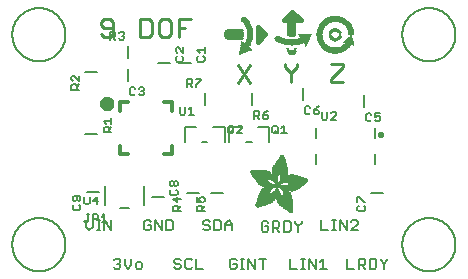
<source format=gbr>
G04 EAGLE Gerber RS-274X export*
G75*
%MOMM*%
%FSLAX34Y34*%
%LPD*%
%INSilkscreen Top*%
%IPPOS*%
%AMOC8*
5,1,8,0,0,1.08239X$1,22.5*%
G01*
%ADD10C,0.279400*%
%ADD11C,0.152400*%
%ADD12C,0.406400*%
%ADD13C,0.609600*%
%ADD14C,0.304800*%
%ADD15C,0.203200*%
%ADD16C,0.250000*%
%ADD17R,0.022856X0.011431*%
%ADD18R,0.057150X0.011431*%
%ADD19R,0.091438X0.011425*%
%ADD20R,0.171450X0.011428*%
%ADD21R,0.102869X0.011431*%
%ADD22R,0.262891X0.011431*%
%ADD23R,0.137156X0.011425*%
%ADD24R,0.331469X0.011428*%
%ADD25R,0.171450X0.011431*%
%ADD26R,0.400050X0.011431*%
%ADD27R,0.194306X0.011431*%
%ADD28R,0.445769X0.011431*%
%ADD29R,0.228600X0.011425*%
%ADD30R,0.491491X0.011428*%
%ADD31R,0.262887X0.011431*%
%ADD32R,0.525781X0.011431*%
%ADD33R,0.285750X0.011425*%
%ADD34R,0.560069X0.011428*%
%ADD35R,0.377191X0.011428*%
%ADD36R,0.308606X0.011431*%
%ADD37R,0.582931X0.011431*%
%ADD38R,0.537209X0.011431*%
%ADD39R,0.342900X0.011431*%
%ADD40R,0.605791X0.011431*%
%ADD41R,0.651509X0.011431*%
%ADD42R,0.377188X0.011425*%
%ADD43R,0.628650X0.011428*%
%ADD44R,0.754381X0.011428*%
%ADD45R,0.834391X0.011431*%
%ADD46R,0.434338X0.011425*%
%ADD47R,0.674369X0.011428*%
%ADD48R,0.925831X0.011428*%
%ADD49R,0.457200X0.011431*%
%ADD50R,0.697231X0.011431*%
%ADD51R,0.994409X0.011431*%
%ADD52R,0.491488X0.011431*%
%ADD53R,0.720091X0.011431*%
%ADD54R,1.062991X0.011431*%
%ADD55R,0.514350X0.011425*%
%ADD56R,0.720091X0.011428*%
%ADD57R,1.120138X0.011428*%
%ADD58R,0.548638X0.011431*%
%ADD59R,0.742950X0.011431*%
%ADD60R,1.177291X0.011431*%
%ADD61R,0.582925X0.011425*%
%ADD62R,0.742950X0.011428*%
%ADD63R,1.245869X0.011428*%
%ADD64R,0.594363X0.011431*%
%ADD65R,0.765809X0.011431*%
%ADD66R,1.291591X0.011431*%
%ADD67R,0.628650X0.011431*%
%ADD68R,1.337309X0.011431*%
%ADD69R,0.662938X0.011425*%
%ADD70R,0.320038X0.011428*%
%ADD71R,1.383031X0.011428*%
%ADD72R,0.685800X0.011431*%
%ADD73R,0.297178X0.011431*%
%ADD74R,0.297181X0.011431*%
%ADD75R,1.428750X0.011431*%
%ADD76R,0.720087X0.011425*%
%ADD77R,0.274319X0.011428*%
%ADD78R,1.474469X0.011428*%
%ADD79R,0.754381X0.011431*%
%ADD80R,0.251459X0.011431*%
%ADD81R,1.520191X0.011431*%
%ADD82R,0.777238X0.011431*%
%ADD83R,0.240028X0.011431*%
%ADD84R,0.240031X0.011431*%
%ADD85R,1.565909X0.011431*%
%ADD86R,0.800100X0.011425*%
%ADD87R,0.240031X0.011428*%
%ADD88R,0.228600X0.011428*%
%ADD89R,1.611631X0.011428*%
%ADD90R,0.834388X0.011431*%
%ADD91R,0.228600X0.011431*%
%ADD92R,1.634491X0.011431*%
%ADD93R,0.868681X0.011425*%
%ADD94R,1.680209X0.011428*%
%ADD95R,0.891538X0.011431*%
%ADD96R,1.714500X0.011431*%
%ADD97R,0.925831X0.011431*%
%ADD98R,1.748791X0.011431*%
%ADD99R,0.948688X0.011425*%
%ADD100R,1.783081X0.011428*%
%ADD101R,0.982975X0.011431*%
%ADD102R,1.817369X0.011431*%
%ADD103R,1.005837X0.011425*%
%ADD104R,1.840231X0.011428*%
%ADD105R,0.994406X0.011431*%
%ADD106R,1.885950X0.011431*%
%ADD107R,0.971550X0.011431*%
%ADD108R,1.908809X0.011431*%
%ADD109R,0.960119X0.011425*%
%ADD110R,1.943100X0.011428*%
%ADD111R,0.937256X0.011431*%
%ADD112R,1.977391X0.011431*%
%ADD113R,0.925831X0.011425*%
%ADD114R,2.000250X0.011428*%
%ADD115R,0.914400X0.011431*%
%ADD116R,2.023109X0.011431*%
%ADD117R,2.045969X0.011431*%
%ADD118R,0.880106X0.011425*%
%ADD119R,2.080262X0.011428*%
%ADD120R,0.868681X0.011431*%
%ADD121R,2.103119X0.011431*%
%ADD122R,0.845819X0.011425*%
%ADD123R,0.182881X0.011428*%
%ADD124R,0.205741X0.011428*%
%ADD125R,2.137409X0.011428*%
%ADD126R,0.822956X0.011431*%
%ADD127R,0.068581X0.011431*%
%ADD128R,0.091441X0.011431*%
%ADD129R,2.160269X0.011431*%
%ADD130R,0.811525X0.011431*%
%ADD131R,2.183131X0.011431*%
%ADD132R,2.205991X0.011428*%
%ADD133R,0.788669X0.011431*%
%ADD134R,2.228850X0.011431*%
%ADD135R,0.777238X0.011425*%
%ADD136R,0.960119X0.011428*%
%ADD137R,0.960122X0.011428*%
%ADD138R,0.902969X0.011431*%
%ADD139R,0.731519X0.011431*%
%ADD140R,0.845819X0.011428*%
%ADD141R,0.834391X0.011428*%
%ADD142R,0.708663X0.011431*%
%ADD143R,0.811531X0.011431*%
%ADD144R,0.811528X0.011431*%
%ADD145R,0.708663X0.011425*%
%ADD146R,0.800100X0.011428*%
%ADD147R,0.788672X0.011428*%
%ADD148R,0.708656X0.011431*%
%ADD149R,0.731522X0.011428*%
%ADD150R,0.731519X0.011428*%
%ADD151R,0.720087X0.011431*%
%ADD152R,0.731519X0.011425*%
%ADD153R,0.708659X0.011428*%
%ADD154R,0.697228X0.011431*%
%ADD155R,0.742950X0.011425*%
%ADD156R,0.011431X0.011428*%
%ADD157R,0.034291X0.011431*%
%ADD158R,0.662941X0.011431*%
%ADD159R,0.754375X0.011425*%
%ADD160R,0.034291X0.011428*%
%ADD161R,0.662941X0.011428*%
%ADD162R,0.651513X0.011428*%
%ADD163R,0.754375X0.011431*%
%ADD164R,0.640078X0.011431*%
%ADD165R,0.765806X0.011431*%
%ADD166R,0.640081X0.011431*%
%ADD167R,0.754381X0.011425*%
%ADD168R,0.080009X0.011428*%
%ADD169R,0.091438X0.011431*%
%ADD170R,0.765806X0.011425*%
%ADD171R,0.148591X0.011428*%
%ADD172R,0.102869X0.011428*%
%ADD173R,0.617219X0.011428*%
%ADD174R,0.022859X0.011428*%
%ADD175R,0.514350X0.011431*%
%ADD176R,0.114300X0.011431*%
%ADD177R,0.617222X0.011431*%
%ADD178R,0.708659X0.011431*%
%ADD179R,0.137162X0.011431*%
%ADD180R,0.788669X0.011425*%
%ADD181R,0.868678X0.011428*%
%ADD182R,0.137162X0.011428*%
%ADD183R,0.594359X0.011428*%
%ADD184R,0.605791X0.011428*%
%ADD185R,0.125731X0.011428*%
%ADD186R,1.005841X0.011431*%
%ADD187R,0.160019X0.011431*%
%ADD188R,0.594359X0.011431*%
%ADD189R,1.120141X0.011428*%
%ADD190R,1.211578X0.011431*%
%ADD191R,0.182881X0.011431*%
%ADD192R,0.582928X0.011431*%
%ADD193R,0.788672X0.011431*%
%ADD194R,0.800100X0.011431*%
%ADD195R,1.314450X0.011431*%
%ADD196R,0.194309X0.011431*%
%ADD197R,1.405891X0.011428*%
%ADD198R,0.217169X0.011428*%
%ADD199R,0.571500X0.011428*%
%ADD200R,1.474469X0.011431*%
%ADD201R,0.217169X0.011431*%
%ADD202R,0.571500X0.011431*%
%ADD203R,1.565909X0.011428*%
%ADD204R,0.560072X0.011428*%
%ADD205R,0.274319X0.011431*%
%ADD206R,0.560069X0.011431*%
%ADD207R,1.703069X0.011431*%
%ADD208R,0.560072X0.011431*%
%ADD209R,0.251463X0.011425*%
%ADD210R,0.502919X0.011425*%
%ADD211R,0.274322X0.011428*%
%ADD212R,0.548641X0.011428*%
%ADD213R,0.685800X0.011428*%
%ADD214R,1.840231X0.011431*%
%ADD215R,0.674369X0.011431*%
%ADD216R,0.217169X0.011425*%
%ADD217R,1.897381X0.011428*%
%ADD218R,0.297178X0.011428*%
%ADD219R,0.537209X0.011428*%
%ADD220R,0.651509X0.011428*%
%ADD221R,1.965963X0.011431*%
%ADD222R,0.320041X0.011431*%
%ADD223R,0.548641X0.011431*%
%ADD224R,0.502919X0.011431*%
%ADD225R,0.331472X0.011431*%
%ADD226R,0.171450X0.011425*%
%ADD227R,2.400300X0.011428*%
%ADD228R,0.537212X0.011428*%
%ADD229R,0.148588X0.011431*%
%ADD230R,2.446019X0.011431*%
%ADD231R,2.468881X0.011428*%
%ADD232R,0.525781X0.011428*%
%ADD233R,0.754378X0.011428*%
%ADD234R,0.125731X0.011431*%
%ADD235R,2.503172X0.011431*%
%ADD236R,0.525778X0.011431*%
%ADD237R,2.537463X0.011431*%
%ADD238R,0.822959X0.011431*%
%ADD239R,0.080006X0.011425*%
%ADD240R,0.491488X0.011425*%
%ADD241R,2.571750X0.011428*%
%ADD242R,0.068575X0.011431*%
%ADD243R,2.594609X0.011431*%
%ADD244R,0.777241X0.011431*%
%ADD245R,0.057150X0.011425*%
%ADD246R,2.628900X0.011428*%
%ADD247R,0.514350X0.011428*%
%ADD248R,0.765813X0.011428*%
%ADD249R,0.045719X0.011431*%
%ADD250R,2.651759X0.011431*%
%ADD251R,2.686050X0.011431*%
%ADD252R,2.708909X0.011428*%
%ADD253R,0.502919X0.011428*%
%ADD254R,0.480063X0.011431*%
%ADD255R,2.731769X0.011431*%
%ADD256R,2.754631X0.011428*%
%ADD257R,0.502922X0.011428*%
%ADD258R,0.091438X0.011428*%
%ADD259R,0.697231X0.011428*%
%ADD260R,2.777491X0.011431*%
%ADD261R,0.502922X0.011431*%
%ADD262R,0.480056X0.011431*%
%ADD263R,2.788922X0.011431*%
%ADD264R,0.491491X0.011431*%
%ADD265R,0.320038X0.011431*%
%ADD266R,0.662938X0.011431*%
%ADD267R,2.811778X0.011428*%
%ADD268R,0.388619X0.011428*%
%ADD269R,2.823209X0.011431*%
%ADD270R,0.480056X0.011425*%
%ADD271R,2.834641X0.011428*%
%ADD272R,0.617222X0.011428*%
%ADD273R,2.846072X0.011431*%
%ADD274R,2.868928X0.011431*%
%ADD275R,2.868928X0.011428*%
%ADD276R,0.480059X0.011428*%
%ADD277R,0.582931X0.011428*%
%ADD278R,2.880359X0.011431*%
%ADD279R,0.480059X0.011431*%
%ADD280R,1.360172X0.011428*%
%ADD281R,1.417319X0.011428*%
%ADD282R,0.491488X0.011428*%
%ADD283R,1.245872X0.011431*%
%ADD284R,0.468631X0.011431*%
%ADD285R,1.085850X0.011431*%
%ADD286R,1.154431X0.011431*%
%ADD287R,0.480063X0.011425*%
%ADD288R,1.017272X0.011428*%
%ADD289R,1.097278X0.011428*%
%ADD290R,1.040128X0.011431*%
%ADD291R,1.337306X0.011425*%
%ADD292R,0.468631X0.011425*%
%ADD293R,0.297181X0.011425*%
%ADD294R,0.914400X0.011428*%
%ADD295R,1.005841X0.011428*%
%ADD296R,0.788669X0.011428*%
%ADD297R,0.468631X0.011428*%
%ADD298R,1.371600X0.011431*%
%ADD299R,0.868678X0.011431*%
%ADD300R,0.960122X0.011431*%
%ADD301R,1.417319X0.011431*%
%ADD302R,0.365756X0.011431*%
%ADD303R,0.925828X0.011431*%
%ADD304R,0.445772X0.011431*%
%ADD305R,1.440181X0.011425*%
%ADD306R,0.777238X0.011428*%
%ADD307R,0.880109X0.011428*%
%ADD308R,0.480063X0.011428*%
%ADD309R,0.857250X0.011428*%
%ADD310R,0.422909X0.011428*%
%ADD311R,1.451606X0.011431*%
%ADD312R,0.468625X0.011431*%
%ADD313R,0.731522X0.011431*%
%ADD314R,0.857250X0.011431*%
%ADD315R,0.411481X0.011431*%
%ADD316R,1.474469X0.011425*%
%ADD317R,0.468625X0.011425*%
%ADD318R,0.411475X0.011425*%
%ADD319R,0.822959X0.011428*%
%ADD320R,0.400050X0.011428*%
%ADD321R,1.497325X0.011431*%
%ADD322R,0.422906X0.011431*%
%ADD323R,0.365759X0.011431*%
%ADD324R,0.388619X0.011431*%
%ADD325R,1.508756X0.011431*%
%ADD326R,0.331469X0.011431*%
%ADD327R,1.520188X0.011425*%
%ADD328R,0.582928X0.011428*%
%ADD329R,0.811528X0.011428*%
%ADD330R,0.468628X0.011428*%
%ADD331R,0.320041X0.011428*%
%ADD332R,0.354328X0.011428*%
%ADD333R,1.543050X0.011431*%
%ADD334R,0.468628X0.011431*%
%ADD335R,0.308609X0.011431*%
%ADD336R,0.308613X0.011431*%
%ADD337R,1.543050X0.011425*%
%ADD338R,0.457200X0.011425*%
%ADD339R,0.297181X0.011428*%
%ADD340R,1.554481X0.011431*%
%ADD341R,0.285750X0.011431*%
%ADD342R,1.565906X0.011431*%
%ADD343R,0.274322X0.011431*%
%ADD344R,1.565906X0.011425*%
%ADD345R,0.411478X0.011428*%
%ADD346R,0.457200X0.011428*%
%ADD347R,0.285750X0.011428*%
%ADD348R,1.588769X0.011431*%
%ADD349R,0.891541X0.011431*%
%ADD350R,1.600200X0.011425*%
%ADD351R,0.342900X0.011428*%
%ADD352R,0.902972X0.011428*%
%ADD353R,0.262887X0.011428*%
%ADD354R,0.251459X0.011428*%
%ADD355R,1.600200X0.011431*%
%ADD356R,0.937259X0.011431*%
%ADD357R,1.611631X0.011425*%
%ADD358R,0.240028X0.011428*%
%ADD359R,0.937259X0.011428*%
%ADD360R,1.611631X0.011431*%
%ADD361R,0.251463X0.011431*%
%ADD362R,0.274319X0.011425*%
%ADD363R,0.125728X0.011428*%
%ADD364R,0.971550X0.011428*%
%ADD365R,0.251456X0.011431*%
%ADD366R,0.982978X0.011431*%
%ADD367R,0.160022X0.011431*%
%ADD368R,0.148591X0.011431*%
%ADD369R,0.251456X0.011425*%
%ADD370R,1.017269X0.011428*%
%ADD371R,0.102872X0.011431*%
%ADD372R,1.017269X0.011431*%
%ADD373R,0.240025X0.011425*%
%ADD374R,0.194309X0.011428*%
%ADD375R,1.040131X0.011428*%
%ADD376R,0.240025X0.011431*%
%ADD377R,1.051562X0.011431*%
%ADD378R,0.068578X0.011431*%
%ADD379R,0.240031X0.011425*%
%ADD380R,1.074419X0.011428*%
%ADD381R,0.057150X0.011428*%
%ADD382R,1.097281X0.011431*%
%ADD383R,1.097281X0.011428*%
%ADD384R,0.034287X0.011428*%
%ADD385R,1.108709X0.011431*%
%ADD386R,0.011431X0.011431*%
%ADD387R,0.880109X0.011431*%
%ADD388R,0.434341X0.011431*%
%ADD389R,0.217172X0.011428*%
%ADD390R,0.262887X0.011425*%
%ADD391R,1.623056X0.011425*%
%ADD392R,1.623056X0.011431*%
%ADD393R,1.588769X0.011425*%
%ADD394R,0.445769X0.011425*%
%ADD395R,0.308609X0.011428*%
%ADD396R,1.577338X0.011431*%
%ADD397R,0.434338X0.011431*%
%ADD398R,0.354331X0.011431*%
%ADD399R,0.354328X0.011431*%
%ADD400R,1.554481X0.011425*%
%ADD401R,0.388622X0.011428*%
%ADD402R,0.422913X0.011425*%
%ADD403R,1.531619X0.011431*%
%ADD404R,1.520188X0.011431*%
%ADD405R,1.497325X0.011425*%
%ADD406R,0.388619X0.011425*%
%ADD407R,0.377188X0.011431*%
%ADD408R,1.463037X0.011425*%
%ADD409R,0.365762X0.011425*%
%ADD410R,1.440181X0.011431*%
%ADD411R,0.354325X0.011431*%
%ADD412R,1.383031X0.011425*%
%ADD413R,0.308606X0.011425*%
%ADD414R,1.348738X0.011431*%
%ADD415R,0.525778X0.011428*%
%ADD416R,0.525781X0.011425*%
%ADD417R,0.525775X0.011425*%
%ADD418R,0.537206X0.011431*%
%ADD419R,0.617219X0.011431*%
%ADD420R,0.537206X0.011425*%
%ADD421R,0.548638X0.011425*%
%ADD422R,0.537212X0.011431*%
%ADD423R,0.560069X0.011425*%
%ADD424R,0.571500X0.011425*%
%ADD425R,0.582931X0.011425*%
%ADD426R,0.822963X0.011428*%
%ADD427R,0.582925X0.011431*%
%ADD428R,0.594356X0.011425*%
%ADD429R,0.948688X0.011428*%
%ADD430R,0.594356X0.011431*%
%ADD431R,1.028700X0.011431*%
%ADD432R,0.594363X0.011425*%
%ADD433R,0.605788X0.011431*%
%ADD434R,2.114550X0.011431*%
%ADD435R,2.091691X0.011428*%
%ADD436R,2.068831X0.011431*%
%ADD437R,2.034537X0.011431*%
%ADD438R,1.954531X0.011428*%
%ADD439R,1.920238X0.011431*%
%ADD440R,1.863091X0.011428*%
%ADD441R,1.794509X0.011428*%
%ADD442R,1.760219X0.011431*%
%ADD443R,1.725931X0.011431*%
%ADD444R,1.657350X0.011431*%
%ADD445R,0.400050X0.011425*%
%ADD446R,1.497331X0.011428*%
%ADD447R,1.451609X0.011431*%
%ADD448R,0.354331X0.011425*%
%ADD449R,0.765809X0.011428*%
%ADD450R,1.360169X0.011431*%
%ADD451R,1.303019X0.011431*%
%ADD452R,1.200150X0.011431*%
%ADD453R,0.205738X0.011425*%
%ADD454R,1.131569X0.011428*%
%ADD455R,0.948691X0.011428*%
%ADD456R,0.068600X0.007600*%
%ADD457R,0.114300X0.007600*%
%ADD458R,0.152400X0.007700*%
%ADD459R,0.182900X0.007600*%
%ADD460R,0.205700X0.007600*%
%ADD461R,0.228600X0.007600*%
%ADD462R,0.259100X0.007600*%
%ADD463R,0.274300X0.007700*%
%ADD464R,0.289500X0.007600*%
%ADD465R,0.304800X0.007600*%
%ADD466R,0.320100X0.007600*%
%ADD467R,0.342900X0.007600*%
%ADD468R,0.350500X0.007700*%
%ADD469R,0.365800X0.007600*%
%ADD470R,0.381000X0.007600*%
%ADD471R,0.388600X0.007600*%
%ADD472R,0.403800X0.007600*%
%ADD473R,0.419100X0.007700*%
%ADD474R,0.426700X0.007600*%
%ADD475R,0.441900X0.007600*%
%ADD476R,0.449600X0.007600*%
%ADD477R,0.464800X0.007600*%
%ADD478R,0.480000X0.007700*%
%ADD479R,0.487600X0.007600*%
%ADD480R,0.495300X0.007600*%
%ADD481R,0.510500X0.007600*%
%ADD482R,0.518100X0.007600*%
%ADD483R,0.525700X0.007700*%
%ADD484R,0.541000X0.007600*%
%ADD485R,0.548600X0.007600*%
%ADD486R,0.563800X0.007600*%
%ADD487R,0.571500X0.007600*%
%ADD488R,0.579100X0.007700*%
%ADD489R,0.594300X0.007600*%
%ADD490R,0.601900X0.007600*%
%ADD491R,0.609600X0.007600*%
%ADD492R,0.624800X0.007600*%
%ADD493R,0.632400X0.007700*%
%ADD494R,0.640000X0.007600*%
%ADD495R,0.655300X0.007600*%
%ADD496R,0.662900X0.007600*%
%ADD497R,0.678100X0.007600*%
%ADD498R,0.685800X0.007700*%
%ADD499R,0.693400X0.007600*%
%ADD500R,0.708600X0.007600*%
%ADD501R,0.716200X0.007600*%
%ADD502R,0.723900X0.007600*%
%ADD503R,0.739100X0.007700*%
%ADD504R,0.746700X0.007600*%
%ADD505R,0.754300X0.007600*%
%ADD506R,0.769600X0.007600*%
%ADD507R,0.777200X0.007600*%
%ADD508R,0.792400X0.007700*%
%ADD509R,0.800100X0.007600*%
%ADD510R,0.807700X0.007600*%
%ADD511R,0.822900X0.007600*%
%ADD512R,0.830500X0.007600*%
%ADD513R,0.838200X0.007700*%
%ADD514R,0.091500X0.007600*%
%ADD515R,0.853400X0.007600*%
%ADD516R,0.144700X0.007600*%
%ADD517R,0.861000X0.007600*%
%ADD518R,0.190500X0.007600*%
%ADD519R,0.876300X0.007600*%
%ADD520R,0.221000X0.007600*%
%ADD521R,0.883900X0.007600*%
%ADD522R,0.259000X0.007700*%
%ADD523R,0.891500X0.007700*%
%ADD524R,0.289600X0.007600*%
%ADD525R,0.906700X0.007600*%
%ADD526R,0.914400X0.007600*%
%ADD527R,0.350500X0.007600*%
%ADD528R,0.922000X0.007600*%
%ADD529R,0.937200X0.007600*%
%ADD530R,0.411400X0.007700*%
%ADD531R,0.944800X0.007700*%
%ADD532R,0.434300X0.007600*%
%ADD533R,0.952500X0.007600*%
%ADD534R,0.464900X0.007600*%
%ADD535R,0.967700X0.007600*%
%ADD536R,0.975300X0.007600*%
%ADD537R,0.518200X0.007600*%
%ADD538R,0.990600X0.007600*%
%ADD539R,0.548600X0.007700*%
%ADD540R,0.998200X0.007700*%
%ADD541R,1.005800X0.007600*%
%ADD542R,0.594400X0.007600*%
%ADD543R,1.021000X0.007600*%
%ADD544R,0.617200X0.007600*%
%ADD545R,1.028700X0.007600*%
%ADD546R,0.647700X0.007600*%
%ADD547R,1.036300X0.007600*%
%ADD548R,0.670500X0.007700*%
%ADD549R,1.051500X0.007700*%
%ADD550R,1.059100X0.007600*%
%ADD551R,0.716300X0.007600*%
%ADD552R,1.066800X0.007600*%
%ADD553R,0.739100X0.007600*%
%ADD554R,1.074400X0.007600*%
%ADD555R,0.762000X0.007600*%
%ADD556R,1.089600X0.007600*%
%ADD557R,0.784800X0.007700*%
%ADD558R,1.097200X0.007700*%
%ADD559R,1.104900X0.007600*%
%ADD560R,0.830600X0.007600*%
%ADD561R,1.112500X0.007600*%
%ADD562R,0.845800X0.007600*%
%ADD563R,1.120100X0.007600*%
%ADD564R,0.868700X0.007600*%
%ADD565R,1.127700X0.007600*%
%ADD566R,1.135300X0.007700*%
%ADD567R,1.143000X0.007600*%
%ADD568R,0.944900X0.007600*%
%ADD569R,1.150600X0.007600*%
%ADD570R,0.960100X0.007600*%
%ADD571R,1.158200X0.007600*%
%ADD572R,0.983000X0.007600*%
%ADD573R,1.165800X0.007600*%
%ADD574R,1.005900X0.007700*%
%ADD575R,1.173400X0.007700*%
%ADD576R,1.021100X0.007600*%
%ADD577R,1.181100X0.007600*%
%ADD578R,1.044000X0.007600*%
%ADD579R,1.188700X0.007600*%
%ADD580R,1.196300X0.007600*%
%ADD581R,1.082000X0.007600*%
%ADD582R,1.203900X0.007600*%
%ADD583R,1.104900X0.007700*%
%ADD584R,1.211500X0.007700*%
%ADD585R,1.211500X0.007600*%
%ADD586R,1.219200X0.007600*%
%ADD587R,1.226800X0.007600*%
%ADD588R,1.234400X0.007600*%
%ADD589R,1.188700X0.007700*%
%ADD590R,1.242000X0.007700*%
%ADD591R,1.242000X0.007600*%
%ADD592R,1.211600X0.007600*%
%ADD593R,1.249600X0.007600*%
%ADD594R,1.257300X0.007600*%
%ADD595R,1.264900X0.007600*%
%ADD596R,1.242100X0.007700*%
%ADD597R,1.264900X0.007700*%
%ADD598R,1.272500X0.007600*%
%ADD599R,1.265000X0.007600*%
%ADD600R,1.280100X0.007600*%
%ADD601R,1.272600X0.007600*%
%ADD602R,1.287700X0.007600*%
%ADD603R,1.287800X0.007600*%
%ADD604R,1.295400X0.007700*%
%ADD605R,1.303000X0.007600*%
%ADD606R,1.318200X0.007600*%
%ADD607R,1.310600X0.007600*%
%ADD608R,1.325900X0.007600*%
%ADD609R,1.341100X0.007700*%
%ADD610R,1.318200X0.007700*%
%ADD611R,1.341100X0.007600*%
%ADD612R,1.325800X0.007600*%
%ADD613R,1.348700X0.007600*%
%ADD614R,1.364000X0.007600*%
%ADD615R,1.333500X0.007600*%
%ADD616R,1.371600X0.007700*%
%ADD617R,1.379200X0.007600*%
%ADD618R,1.379300X0.007600*%
%ADD619R,1.386900X0.007600*%
%ADD620R,1.394500X0.007600*%
%ADD621R,1.356300X0.007600*%
%ADD622R,1.394400X0.007700*%
%ADD623R,1.356300X0.007700*%
%ADD624R,1.402000X0.007600*%
%ADD625R,1.409700X0.007600*%
%ADD626R,1.363900X0.007600*%
%ADD627R,1.417300X0.007600*%
%ADD628R,1.371600X0.007600*%
%ADD629R,1.424900X0.007700*%
%ADD630R,1.424900X0.007600*%
%ADD631R,1.432600X0.007600*%
%ADD632R,1.440200X0.007600*%
%ADD633R,1.386800X0.007600*%
%ADD634R,1.447800X0.007700*%
%ADD635R,1.386800X0.007700*%
%ADD636R,1.447800X0.007600*%
%ADD637R,1.455500X0.007600*%
%ADD638R,1.394400X0.007600*%
%ADD639R,1.463100X0.007600*%
%ADD640R,1.455400X0.007700*%
%ADD641R,1.463000X0.007600*%
%ADD642R,1.470600X0.007600*%
%ADD643R,1.470600X0.007700*%
%ADD644R,1.409700X0.007700*%
%ADD645R,1.470700X0.007600*%
%ADD646R,1.402100X0.007600*%
%ADD647R,1.478300X0.007600*%
%ADD648R,1.478300X0.007700*%
%ADD649R,1.402100X0.007700*%
%ADD650R,1.485900X0.007600*%
%ADD651R,1.485900X0.007700*%
%ADD652R,1.493500X0.007700*%
%ADD653R,1.493500X0.007600*%
%ADD654R,1.394500X0.007700*%
%ADD655R,1.493600X0.007700*%
%ADD656R,1.386900X0.007700*%
%ADD657R,1.379200X0.007700*%
%ADD658R,2.857500X0.007700*%
%ADD659R,2.857500X0.007600*%
%ADD660R,2.849900X0.007600*%
%ADD661R,2.842300X0.007600*%
%ADD662R,2.834700X0.007700*%
%ADD663R,2.827000X0.007600*%
%ADD664R,2.819400X0.007600*%
%ADD665R,2.811800X0.007600*%
%ADD666R,2.811800X0.007700*%
%ADD667R,2.804100X0.007600*%
%ADD668R,2.796500X0.007600*%
%ADD669R,1.966000X0.007600*%
%ADD670R,1.943100X0.007600*%
%ADD671R,0.754400X0.007600*%
%ADD672R,1.927900X0.007700*%
%ADD673R,0.746700X0.007700*%
%ADD674R,1.912600X0.007600*%
%ADD675R,0.731500X0.007600*%
%ADD676R,1.905000X0.007600*%
%ADD677R,1.882200X0.007600*%
%ADD678R,1.874600X0.007600*%
%ADD679R,1.866900X0.007700*%
%ADD680R,0.708700X0.007700*%
%ADD681R,1.851600X0.007600*%
%ADD682R,0.701100X0.007600*%
%ADD683R,1.844000X0.007600*%
%ADD684R,1.836400X0.007600*%
%ADD685R,1.821200X0.007600*%
%ADD686R,0.685800X0.007600*%
%ADD687R,1.813500X0.007700*%
%ADD688R,1.805900X0.007600*%
%ADD689R,0.678200X0.007600*%
%ADD690R,1.790700X0.007600*%
%ADD691R,0.670600X0.007600*%
%ADD692R,1.775500X0.007600*%
%ADD693R,1.767900X0.007700*%
%ADD694R,0.663000X0.007700*%
%ADD695R,1.760200X0.007600*%
%ADD696R,1.752600X0.007600*%
%ADD697R,0.937300X0.007600*%
%ADD698R,0.792500X0.007600*%
%ADD699R,0.899100X0.007600*%
%ADD700R,0.883900X0.007700*%
%ADD701R,0.716300X0.007700*%
%ADD702R,0.647700X0.007700*%
%ADD703R,0.640100X0.007600*%
%ADD704R,0.632500X0.007600*%
%ADD705R,0.655400X0.007600*%
%ADD706R,0.632400X0.007600*%
%ADD707R,0.845800X0.007700*%
%ADD708R,0.617200X0.007700*%
%ADD709R,0.624800X0.007700*%
%ADD710R,0.602000X0.007600*%
%ADD711R,0.838200X0.007600*%
%ADD712R,0.586700X0.007600*%
%ADD713R,0.548700X0.007600*%
%ADD714R,0.830500X0.007700*%
%ADD715R,0.541000X0.007700*%
%ADD716R,0.594300X0.007700*%
%ADD717R,0.525800X0.007600*%
%ADD718R,0.586800X0.007600*%
%ADD719R,0.815300X0.007600*%
%ADD720R,0.579200X0.007600*%
%ADD721R,0.815400X0.007600*%
%ADD722R,0.815400X0.007700*%
%ADD723R,0.571500X0.007700*%
%ADD724R,0.807800X0.007600*%
%ADD725R,0.563900X0.007600*%
%ADD726R,0.457200X0.007600*%
%ADD727R,0.442000X0.007600*%
%ADD728R,0.556300X0.007600*%
%ADD729R,0.807700X0.007700*%
%ADD730R,0.411500X0.007600*%
%ADD731R,0.533400X0.007600*%
%ADD732R,0.076200X0.007600*%
%ADD733R,0.403900X0.007600*%
%ADD734R,0.525700X0.007600*%
%ADD735R,0.388700X0.007600*%
%ADD736R,0.297200X0.007600*%
%ADD737R,0.373400X0.007700*%
%ADD738R,0.503000X0.007700*%
%ADD739R,0.426800X0.007700*%
%ADD740R,0.358100X0.007600*%
%ADD741R,0.502900X0.007600*%
%ADD742R,0.472400X0.007600*%
%ADD743R,0.487700X0.007600*%
%ADD744R,0.335300X0.007600*%
%ADD745R,0.792500X0.007700*%
%ADD746R,0.327600X0.007700*%
%ADD747R,0.472400X0.007700*%
%ADD748R,0.640000X0.007700*%
%ADD749R,0.784800X0.007600*%
%ADD750R,0.320000X0.007600*%
%ADD751R,0.792400X0.007600*%
%ADD752R,1.173400X0.007600*%
%ADD753R,1.196400X0.007600*%
%ADD754R,0.784900X0.007600*%
%ADD755R,0.784900X0.007700*%
%ADD756R,0.297200X0.007700*%
%ADD757R,1.249700X0.007600*%
%ADD758R,0.281900X0.007600*%
%ADD759R,1.295400X0.007600*%
%ADD760R,0.266700X0.007600*%
%ADD761R,0.777300X0.007700*%
%ADD762R,0.266700X0.007700*%
%ADD763R,1.333500X0.007700*%
%ADD764R,0.777300X0.007600*%
%ADD765R,1.348800X0.007600*%
%ADD766R,0.251500X0.007600*%
%ADD767R,0.243900X0.007700*%
%ADD768R,0.243900X0.007600*%
%ADD769R,1.440100X0.007600*%
%ADD770R,0.236200X0.007600*%
%ADD771R,0.762000X0.007700*%
%ADD772R,0.236200X0.007700*%
%ADD773R,1.508700X0.007700*%
%ADD774R,1.531600X0.007600*%
%ADD775R,1.546900X0.007600*%
%ADD776R,1.569700X0.007600*%
%ADD777R,1.585000X0.007600*%
%ADD778R,0.746800X0.007700*%
%ADD779R,1.607800X0.007700*%
%ADD780R,0.243800X0.007600*%
%ADD781R,1.630700X0.007600*%
%ADD782R,1.653500X0.007600*%
%ADD783R,0.739200X0.007600*%
%ADD784R,1.684000X0.007600*%
%ADD785R,2.019300X0.007600*%
%ADD786R,0.731500X0.007700*%
%ADD787R,2.026900X0.007700*%
%ADD788R,2.049800X0.007600*%
%ADD789R,2.057400X0.007600*%
%ADD790R,0.708700X0.007600*%
%ADD791R,2.072600X0.007600*%
%ADD792R,0.701000X0.007600*%
%ADD793R,2.095500X0.007600*%
%ADD794R,0.693500X0.007700*%
%ADD795R,2.110800X0.007700*%
%ADD796R,2.141200X0.007600*%
%ADD797R,0.060900X0.007600*%
%ADD798R,2.872700X0.007600*%
%ADD799R,3.124200X0.007600*%
%ADD800R,3.177600X0.007600*%
%ADD801R,3.215600X0.007700*%
%ADD802R,3.253700X0.007600*%
%ADD803R,3.284300X0.007600*%
%ADD804R,3.314700X0.007600*%
%ADD805R,3.352800X0.007600*%
%ADD806R,3.375600X0.007700*%
%ADD807R,3.406200X0.007600*%
%ADD808R,3.429000X0.007600*%
%ADD809R,3.451800X0.007600*%
%ADD810R,3.482400X0.007600*%
%ADD811R,1.828800X0.007700*%
%ADD812R,1.539300X0.007700*%
%ADD813R,1.767900X0.007600*%
%ADD814R,1.767800X0.007600*%
%ADD815R,1.760200X0.007700*%
%ADD816R,1.760300X0.007600*%
%ADD817R,1.775400X0.007700*%
%ADD818R,1.379300X0.007700*%
%ADD819R,1.783000X0.007600*%
%ADD820R,1.813500X0.007600*%
%ADD821R,1.821100X0.007700*%
%ADD822R,0.503000X0.007600*%
%ADD823R,1.135400X0.007600*%
%ADD824R,1.127700X0.007700*%
%ADD825R,0.487700X0.007700*%
%ADD826R,1.120200X0.007600*%
%ADD827R,1.097300X0.007600*%
%ADD828R,0.510600X0.007600*%
%ADD829R,1.074400X0.007700*%
%ADD830R,0.525800X0.007700*%
%ADD831R,1.440200X0.007700*%
%ADD832R,1.059200X0.007600*%
%ADD833R,1.051600X0.007600*%
%ADD834R,1.051500X0.007600*%
%ADD835R,1.043900X0.007700*%
%ADD836R,0.602000X0.007700*%
%ADD837R,1.524000X0.007600*%
%ADD838R,1.539300X0.007600*%
%ADD839R,1.592600X0.007600*%
%ADD840R,1.021100X0.007700*%
%ADD841R,1.615400X0.007700*%
%ADD842R,1.013400X0.007600*%
%ADD843R,1.653600X0.007600*%
%ADD844R,1.013500X0.007600*%
%ADD845R,1.699300X0.007600*%
%ADD846R,2.743200X0.007600*%
%ADD847R,1.005900X0.007600*%
%ADD848R,2.415500X0.007600*%
%ADD849R,1.005800X0.007700*%
%ADD850R,0.281900X0.007700*%
%ADD851R,2.408000X0.007700*%
%ADD852R,2.407900X0.007600*%
%ADD853R,0.998200X0.007600*%
%ADD854R,0.282000X0.007600*%
%ADD855R,0.998300X0.007600*%
%ADD856R,2.400300X0.007600*%
%ADD857R,0.289500X0.007700*%
%ADD858R,2.400300X0.007700*%
%ADD859R,0.297100X0.007600*%
%ADD860R,0.312400X0.007600*%
%ADD861R,2.392700X0.007600*%
%ADD862R,0.990600X0.007700*%
%ADD863R,0.327700X0.007700*%
%ADD864R,2.392700X0.007700*%
%ADD865R,2.385100X0.007600*%
%ADD866R,0.381000X0.007700*%
%ADD867R,2.377400X0.007700*%
%ADD868R,2.377400X0.007600*%
%ADD869R,2.369800X0.007600*%
%ADD870R,0.419100X0.007600*%
%ADD871R,2.362200X0.007600*%
%ADD872R,0.426800X0.007600*%
%ADD873R,1.036300X0.007700*%
%ADD874R,0.442000X0.007700*%
%ADD875R,2.354600X0.007700*%
%ADD876R,2.354600X0.007600*%
%ADD877R,0.480100X0.007600*%
%ADD878R,2.347000X0.007600*%
%ADD879R,1.074500X0.007600*%
%ADD880R,2.339400X0.007600*%
%ADD881R,1.082100X0.007700*%
%ADD882R,0.548700X0.007700*%
%ADD883R,2.331800X0.007700*%
%ADD884R,2.331800X0.007600*%
%ADD885R,0.624900X0.007600*%
%ADD886R,2.324100X0.007600*%
%ADD887R,1.859300X0.007600*%
%ADD888R,2.308800X0.007600*%
%ADD889R,2.301200X0.007700*%
%ADD890R,2.301200X0.007600*%
%ADD891R,2.293600X0.007600*%
%ADD892R,2.278400X0.007600*%
%ADD893R,1.889800X0.007600*%
%ADD894R,2.270700X0.007600*%
%ADD895R,1.897400X0.007700*%
%ADD896R,2.255500X0.007700*%
%ADD897R,1.897400X0.007600*%
%ADD898R,2.247900X0.007600*%
%ADD899R,2.232600X0.007600*%
%ADD900R,1.912700X0.007600*%
%ADD901R,2.209800X0.007600*%
%ADD902R,1.920300X0.007600*%
%ADD903R,2.186900X0.007600*%
%ADD904R,1.920300X0.007700*%
%ADD905R,2.171700X0.007700*%
%ADD906R,1.935500X0.007600*%
%ADD907R,2.148800X0.007600*%
%ADD908R,2.126000X0.007600*%
%ADD909R,1.950700X0.007600*%
%ADD910R,1.958400X0.007700*%
%ADD911R,2.042200X0.007700*%
%ADD912R,1.973600X0.007600*%
%ADD913R,1.996500X0.007600*%
%ADD914R,1.981200X0.007600*%
%ADD915R,1.988800X0.007600*%
%ADD916R,1.996400X0.007700*%
%ADD917R,1.996400X0.007600*%
%ADD918R,2.004100X0.007600*%
%ADD919R,1.874500X0.007600*%
%ADD920R,1.425000X0.007600*%
%ADD921R,2.026900X0.007600*%
%ADD922R,0.434400X0.007700*%
%ADD923R,1.364000X0.007700*%
%ADD924R,2.034500X0.007600*%
%ADD925R,0.434400X0.007600*%
%ADD926R,2.049700X0.007600*%
%ADD927R,2.065000X0.007700*%
%ADD928R,0.464800X0.007700*%
%ADD929R,1.196300X0.007700*%
%ADD930R,2.080300X0.007600*%
%ADD931R,1.158300X0.007600*%
%ADD932R,2.087900X0.007600*%
%ADD933R,0.472500X0.007600*%
%ADD934R,2.103100X0.007600*%
%ADD935R,2.118400X0.007600*%
%ADD936R,2.133600X0.007600*%
%ADD937R,2.148800X0.007700*%
%ADD938R,2.164000X0.007600*%
%ADD939R,2.171700X0.007600*%
%ADD940R,2.187000X0.007600*%
%ADD941R,0.556200X0.007600*%
%ADD942R,2.202200X0.007700*%
%ADD943R,0.556200X0.007700*%
%ADD944R,0.640100X0.007700*%
%ADD945R,0.579100X0.007600*%
%ADD946R,0.480000X0.007600*%
%ADD947R,1.752600X0.007700*%
%ADD948R,0.487600X0.007700*%
%ADD949R,0.594400X0.007700*%
%ADD950R,0.358100X0.007700*%
%ADD951R,0.099000X0.007600*%
%ADD952R,1.280200X0.007600*%
%ADD953R,1.745000X0.007600*%
%ADD954R,1.744900X0.007600*%
%ADD955R,1.737300X0.007700*%
%ADD956R,1.737400X0.007600*%
%ADD957R,1.729800X0.007600*%
%ADD958R,1.722200X0.007600*%
%ADD959R,1.722100X0.007600*%
%ADD960R,1.714500X0.007700*%
%ADD961R,1.356400X0.007700*%
%ADD962R,1.706900X0.007600*%
%ADD963R,1.356400X0.007600*%
%ADD964R,1.691700X0.007600*%
%ADD965R,1.668800X0.007700*%
%ADD966R,1.645900X0.007600*%
%ADD967R,1.623100X0.007600*%
%ADD968R,1.577400X0.007600*%
%ADD969R,1.554400X0.007600*%
%ADD970R,1.539200X0.007600*%
%ADD971R,1.524000X0.007700*%
%ADD972R,1.501100X0.007600*%
%ADD973R,1.455400X0.007600*%
%ADD974R,1.348800X0.007700*%
%ADD975R,1.318300X0.007600*%
%ADD976R,1.310600X0.007700*%
%ADD977R,1.287800X0.007700*%
%ADD978R,1.234500X0.007600*%
%ADD979R,1.226900X0.007600*%
%ADD980R,1.173500X0.007700*%
%ADD981R,1.173500X0.007600*%
%ADD982R,1.165900X0.007600*%
%ADD983R,1.143000X0.007700*%
%ADD984R,1.127800X0.007600*%
%ADD985R,1.097200X0.007600*%
%ADD986R,1.028700X0.007700*%
%ADD987R,0.982900X0.007600*%
%ADD988R,0.952500X0.007700*%
%ADD989R,0.929600X0.007600*%
%ADD990R,0.906800X0.007700*%
%ADD991R,0.906800X0.007600*%
%ADD992R,0.899200X0.007600*%
%ADD993R,0.884000X0.007600*%
%ADD994R,0.876300X0.007700*%
%ADD995R,0.830600X0.007700*%
%ADD996R,0.754400X0.007700*%
%ADD997R,0.746800X0.007600*%
%ADD998R,0.708600X0.007700*%
%ADD999R,0.678200X0.007700*%
%ADD1000R,0.663000X0.007600*%
%ADD1001R,0.632500X0.007700*%
%ADD1002R,0.556300X0.007700*%
%ADD1003R,0.518200X0.007700*%
%ADD1004R,0.434300X0.007700*%
%ADD1005R,0.396300X0.007700*%
%ADD1006R,0.373300X0.007600*%
%ADD1007R,0.365700X0.007600*%
%ADD1008R,0.327700X0.007600*%
%ADD1009R,0.304800X0.007700*%
%ADD1010R,0.274300X0.007600*%
%ADD1011R,0.243800X0.007700*%
%ADD1012R,0.205800X0.007600*%
%ADD1013R,0.152400X0.007600*%
%ADD1014R,0.121900X0.007700*%


D10*
X3591Y62936D02*
X13590Y47937D01*
X3591Y47937D02*
X13590Y62936D01*
X43591Y63936D02*
X43591Y61436D01*
X48591Y56436D01*
X53590Y61436D01*
X53590Y63936D01*
X48591Y56436D02*
X48591Y48937D01*
X82591Y63936D02*
X92590Y63936D01*
X92590Y61436D01*
X82591Y51437D01*
X82591Y48937D01*
X92590Y48937D01*
D11*
X-125332Y-68245D02*
X-125332Y-74007D01*
X-122450Y-76888D01*
X-119569Y-74007D01*
X-119569Y-68245D01*
X-115976Y-76888D02*
X-113095Y-76888D01*
X-114536Y-76888D02*
X-114536Y-68245D01*
X-115976Y-68245D02*
X-113095Y-68245D01*
X-109740Y-68245D02*
X-109740Y-76888D01*
X-103977Y-76888D02*
X-109740Y-68245D01*
X-103977Y-68245D02*
X-103977Y-76888D01*
X-100450Y-100705D02*
X-101891Y-102145D01*
X-100450Y-100705D02*
X-97569Y-100705D01*
X-96129Y-102145D01*
X-96129Y-103586D01*
X-97569Y-105026D01*
X-99010Y-105026D01*
X-97569Y-105026D02*
X-96129Y-106467D01*
X-96129Y-107907D01*
X-97569Y-109348D01*
X-100450Y-109348D01*
X-101891Y-107907D01*
X-92536Y-106467D02*
X-92536Y-100705D01*
X-92536Y-106467D02*
X-89654Y-109348D01*
X-86773Y-106467D01*
X-86773Y-100705D01*
X-81740Y-109348D02*
X-78859Y-109348D01*
X-77418Y-107907D01*
X-77418Y-105026D01*
X-78859Y-103586D01*
X-81740Y-103586D01*
X-83180Y-105026D01*
X-83180Y-107907D01*
X-81740Y-109348D01*
X-70129Y-69685D02*
X-71569Y-68245D01*
X-74450Y-68245D01*
X-75891Y-69685D01*
X-75891Y-75447D01*
X-74450Y-76888D01*
X-71569Y-76888D01*
X-70129Y-75447D01*
X-70129Y-72566D01*
X-73010Y-72566D01*
X-66536Y-68245D02*
X-66536Y-76888D01*
X-60773Y-76888D02*
X-66536Y-68245D01*
X-60773Y-68245D02*
X-60773Y-76888D01*
X-57180Y-76888D02*
X-57180Y-68245D01*
X-57180Y-76888D02*
X-52859Y-76888D01*
X-51418Y-75447D01*
X-51418Y-69685D01*
X-52859Y-68245D01*
X-57180Y-68245D01*
X-46109Y-100705D02*
X-44669Y-102145D01*
X-46109Y-100705D02*
X-48990Y-100705D01*
X-50431Y-102145D01*
X-50431Y-103586D01*
X-48990Y-105026D01*
X-46109Y-105026D01*
X-44669Y-106467D01*
X-44669Y-107907D01*
X-46109Y-109348D01*
X-48990Y-109348D01*
X-50431Y-107907D01*
X-36754Y-100705D02*
X-35313Y-102145D01*
X-36754Y-100705D02*
X-39635Y-100705D01*
X-41076Y-102145D01*
X-41076Y-107907D01*
X-39635Y-109348D01*
X-36754Y-109348D01*
X-35313Y-107907D01*
X-31720Y-109348D02*
X-31720Y-100705D01*
X-31720Y-109348D02*
X-25958Y-109348D01*
X-20129Y-69685D02*
X-21569Y-68245D01*
X-24450Y-68245D01*
X-25891Y-69685D01*
X-25891Y-71126D01*
X-24450Y-72566D01*
X-21569Y-72566D01*
X-20129Y-74007D01*
X-20129Y-75447D01*
X-21569Y-76888D01*
X-24450Y-76888D01*
X-25891Y-75447D01*
X-16536Y-76888D02*
X-16536Y-68245D01*
X-16536Y-76888D02*
X-12214Y-76888D01*
X-10773Y-75447D01*
X-10773Y-69685D01*
X-12214Y-68245D01*
X-16536Y-68245D01*
X-7180Y-71126D02*
X-7180Y-76888D01*
X-7180Y-71126D02*
X-4299Y-68245D01*
X-1418Y-71126D01*
X-1418Y-76888D01*
X-1418Y-72566D02*
X-7180Y-72566D01*
X773Y-100705D02*
X2213Y-102145D01*
X773Y-100705D02*
X-2109Y-100705D01*
X-3549Y-102145D01*
X-3549Y-107907D01*
X-2109Y-109348D01*
X773Y-109348D01*
X2213Y-107907D01*
X2213Y-105026D01*
X-668Y-105026D01*
X5806Y-109348D02*
X8687Y-109348D01*
X7247Y-109348D02*
X7247Y-100705D01*
X8687Y-100705D02*
X5806Y-100705D01*
X12043Y-100705D02*
X12043Y-109348D01*
X17805Y-109348D02*
X12043Y-100705D01*
X17805Y-100705D02*
X17805Y-109348D01*
X24279Y-109348D02*
X24279Y-100705D01*
X21398Y-100705D02*
X27160Y-100705D01*
X29194Y-70685D02*
X27753Y-69245D01*
X24872Y-69245D01*
X23432Y-70685D01*
X23432Y-76447D01*
X24872Y-77888D01*
X27753Y-77888D01*
X29194Y-76447D01*
X29194Y-73566D01*
X26313Y-73566D01*
X32787Y-69245D02*
X32787Y-77888D01*
X32787Y-69245D02*
X37109Y-69245D01*
X38549Y-70685D01*
X38549Y-73566D01*
X37109Y-75007D01*
X32787Y-75007D01*
X35668Y-75007D02*
X38549Y-77888D01*
X42142Y-77888D02*
X42142Y-69245D01*
X42142Y-77888D02*
X46464Y-77888D01*
X47904Y-76447D01*
X47904Y-70685D01*
X46464Y-69245D01*
X42142Y-69245D01*
X51497Y-69245D02*
X51497Y-70685D01*
X54378Y-73566D01*
X57259Y-70685D01*
X57259Y-69245D01*
X54378Y-73566D02*
X54378Y-77888D01*
X47721Y-100705D02*
X47721Y-109348D01*
X53483Y-109348D01*
X57076Y-109348D02*
X59957Y-109348D01*
X58517Y-109348D02*
X58517Y-100705D01*
X59957Y-100705D02*
X57076Y-100705D01*
X63313Y-100705D02*
X63313Y-109348D01*
X69075Y-109348D02*
X63313Y-100705D01*
X69075Y-100705D02*
X69075Y-109348D01*
X72668Y-103586D02*
X75549Y-100705D01*
X75549Y-109348D01*
X72668Y-109348D02*
X78430Y-109348D01*
X73991Y-76888D02*
X73991Y-68245D01*
X73991Y-76888D02*
X79753Y-76888D01*
X83346Y-76888D02*
X86227Y-76888D01*
X84787Y-76888D02*
X84787Y-68245D01*
X86227Y-68245D02*
X83346Y-68245D01*
X89583Y-68245D02*
X89583Y-76888D01*
X95345Y-76888D02*
X89583Y-68245D01*
X95345Y-68245D02*
X95345Y-76888D01*
X98938Y-76888D02*
X104700Y-76888D01*
X98938Y-76888D02*
X104700Y-71126D01*
X104700Y-69685D01*
X103260Y-68245D01*
X100379Y-68245D01*
X98938Y-69685D01*
X96162Y-100705D02*
X96162Y-109348D01*
X101924Y-109348D01*
X105517Y-109348D02*
X105517Y-100705D01*
X109839Y-100705D01*
X111279Y-102145D01*
X111279Y-105026D01*
X109839Y-106467D01*
X105517Y-106467D01*
X108398Y-106467D02*
X111279Y-109348D01*
X114872Y-109348D02*
X114872Y-100705D01*
X114872Y-109348D02*
X119194Y-109348D01*
X120634Y-107907D01*
X120634Y-102145D01*
X119194Y-100705D01*
X114872Y-100705D01*
X124227Y-100705D02*
X124227Y-102145D01*
X127108Y-105026D01*
X129989Y-102145D01*
X129989Y-100705D01*
X127108Y-105026D02*
X127108Y-109348D01*
D10*
X-109652Y86937D02*
X-112152Y89437D01*
X-109652Y86937D02*
X-104653Y86937D01*
X-102153Y89437D01*
X-102153Y99436D01*
X-104653Y101936D01*
X-109652Y101936D01*
X-112152Y99436D01*
X-112152Y96936D01*
X-109652Y94436D01*
X-102153Y94436D01*
X-79409Y101936D02*
X-79409Y86937D01*
X-71909Y86937D01*
X-69410Y89437D01*
X-69410Y99436D01*
X-71909Y101936D01*
X-79409Y101936D01*
X-60538Y101936D02*
X-55538Y101936D01*
X-60538Y101936D02*
X-63037Y99436D01*
X-63037Y89437D01*
X-60538Y86937D01*
X-55538Y86937D01*
X-53038Y89437D01*
X-53038Y99436D01*
X-55538Y101936D01*
X-46666Y101936D02*
X-46666Y86937D01*
X-46666Y101936D02*
X-36667Y101936D01*
X-41666Y94436D02*
X-46666Y94436D01*
D12*
X46380Y101430D02*
X56380Y101430D01*
X49380Y108430D01*
X42380Y101430D01*
X46380Y101430D01*
X49380Y104430D01*
X6380Y89430D02*
X-4620Y89430D01*
X6380Y89430D02*
X6380Y88430D01*
X-4620Y88430D01*
X21380Y87430D02*
X21380Y90430D01*
X47380Y89430D02*
X47380Y99430D01*
X47380Y89430D02*
X50380Y89430D01*
X50380Y99430D01*
X50380Y74430D02*
X47380Y74430D01*
X26000Y89000D02*
X20000Y95000D01*
X20000Y83000D01*
X26000Y89000D01*
D13*
X-110620Y30430D02*
X-110618Y30539D01*
X-110612Y30648D01*
X-110602Y30756D01*
X-110588Y30864D01*
X-110571Y30972D01*
X-110549Y31079D01*
X-110524Y31185D01*
X-110494Y31289D01*
X-110461Y31393D01*
X-110424Y31496D01*
X-110384Y31597D01*
X-110340Y31696D01*
X-110292Y31794D01*
X-110240Y31891D01*
X-110186Y31985D01*
X-110128Y32077D01*
X-110066Y32167D01*
X-110001Y32254D01*
X-109934Y32340D01*
X-109863Y32423D01*
X-109789Y32503D01*
X-109712Y32580D01*
X-109633Y32655D01*
X-109551Y32726D01*
X-109466Y32795D01*
X-109379Y32860D01*
X-109290Y32923D01*
X-109198Y32981D01*
X-109104Y33037D01*
X-109009Y33089D01*
X-108911Y33138D01*
X-108812Y33183D01*
X-108711Y33225D01*
X-108609Y33262D01*
X-108506Y33296D01*
X-108401Y33327D01*
X-108295Y33353D01*
X-108189Y33376D01*
X-108081Y33394D01*
X-107973Y33409D01*
X-107865Y33420D01*
X-107756Y33427D01*
X-107647Y33430D01*
X-107538Y33429D01*
X-107429Y33424D01*
X-107321Y33415D01*
X-107213Y33402D01*
X-107105Y33385D01*
X-106998Y33365D01*
X-106892Y33340D01*
X-106787Y33312D01*
X-106683Y33280D01*
X-106580Y33244D01*
X-106478Y33204D01*
X-106378Y33161D01*
X-106280Y33114D01*
X-106183Y33064D01*
X-106089Y33010D01*
X-105996Y32952D01*
X-105905Y32892D01*
X-105817Y32828D01*
X-105731Y32761D01*
X-105648Y32691D01*
X-105567Y32618D01*
X-105489Y32542D01*
X-105414Y32463D01*
X-105341Y32381D01*
X-105272Y32297D01*
X-105206Y32211D01*
X-105143Y32122D01*
X-105083Y32031D01*
X-105026Y31938D01*
X-104973Y31843D01*
X-104924Y31746D01*
X-104878Y31647D01*
X-104836Y31547D01*
X-104797Y31445D01*
X-104762Y31341D01*
X-104731Y31237D01*
X-104703Y31132D01*
X-104680Y31025D01*
X-104660Y30918D01*
X-104644Y30810D01*
X-104632Y30702D01*
X-104624Y30593D01*
X-104620Y30484D01*
X-104620Y30376D01*
X-104624Y30267D01*
X-104632Y30158D01*
X-104644Y30050D01*
X-104660Y29942D01*
X-104680Y29835D01*
X-104703Y29728D01*
X-104731Y29623D01*
X-104762Y29519D01*
X-104797Y29415D01*
X-104836Y29313D01*
X-104878Y29213D01*
X-104924Y29114D01*
X-104973Y29017D01*
X-105026Y28922D01*
X-105083Y28829D01*
X-105143Y28738D01*
X-105206Y28649D01*
X-105272Y28563D01*
X-105341Y28479D01*
X-105414Y28397D01*
X-105489Y28318D01*
X-105567Y28242D01*
X-105648Y28169D01*
X-105731Y28099D01*
X-105817Y28032D01*
X-105905Y27968D01*
X-105996Y27908D01*
X-106089Y27850D01*
X-106183Y27796D01*
X-106280Y27746D01*
X-106378Y27699D01*
X-106478Y27656D01*
X-106580Y27616D01*
X-106683Y27580D01*
X-106787Y27548D01*
X-106892Y27520D01*
X-106998Y27495D01*
X-107105Y27475D01*
X-107213Y27458D01*
X-107321Y27445D01*
X-107429Y27436D01*
X-107538Y27431D01*
X-107647Y27430D01*
X-107756Y27433D01*
X-107865Y27440D01*
X-107973Y27451D01*
X-108081Y27466D01*
X-108189Y27484D01*
X-108295Y27507D01*
X-108401Y27533D01*
X-108506Y27564D01*
X-108609Y27598D01*
X-108711Y27635D01*
X-108812Y27677D01*
X-108911Y27722D01*
X-109009Y27771D01*
X-109104Y27823D01*
X-109198Y27879D01*
X-109290Y27937D01*
X-109379Y28000D01*
X-109466Y28065D01*
X-109551Y28134D01*
X-109633Y28205D01*
X-109712Y28280D01*
X-109789Y28357D01*
X-109863Y28437D01*
X-109934Y28520D01*
X-110001Y28606D01*
X-110066Y28693D01*
X-110128Y28783D01*
X-110186Y28875D01*
X-110240Y28969D01*
X-110292Y29066D01*
X-110340Y29164D01*
X-110384Y29263D01*
X-110424Y29364D01*
X-110461Y29467D01*
X-110494Y29571D01*
X-110524Y29675D01*
X-110549Y29781D01*
X-110571Y29888D01*
X-110588Y29996D01*
X-110602Y30104D01*
X-110612Y30212D01*
X-110618Y30321D01*
X-110620Y30430D01*
D14*
X-96620Y31430D02*
X-89620Y31430D01*
X-96620Y31430D02*
X-96620Y24430D01*
X-59620Y31430D02*
X-52620Y31430D01*
X-52620Y24430D01*
X-96620Y-5570D02*
X-96620Y-12570D01*
X-89620Y-12570D01*
X-52620Y-12570D02*
X-52620Y-5570D01*
X-52620Y-12570D02*
X-59620Y-12570D01*
D11*
X-45908Y22324D02*
X-45908Y27832D01*
X-45908Y22324D02*
X-44806Y21222D01*
X-42603Y21222D01*
X-41502Y22324D01*
X-41502Y27832D01*
X-38424Y25628D02*
X-36221Y27832D01*
X-36221Y21222D01*
X-38424Y21222D02*
X-34017Y21222D01*
D15*
X119110Y9430D02*
X119110Y1430D01*
X119110Y-12570D02*
X119110Y-20570D01*
X69110Y-20570D02*
X69110Y-12570D01*
X69110Y1430D02*
X69110Y9430D01*
D16*
X122610Y4430D02*
X122612Y4507D01*
X122618Y4584D01*
X122628Y4661D01*
X122642Y4737D01*
X122659Y4812D01*
X122681Y4886D01*
X122706Y4959D01*
X122736Y5031D01*
X122768Y5101D01*
X122805Y5169D01*
X122844Y5235D01*
X122887Y5299D01*
X122934Y5361D01*
X122983Y5420D01*
X123036Y5477D01*
X123091Y5531D01*
X123149Y5582D01*
X123210Y5630D01*
X123273Y5675D01*
X123338Y5716D01*
X123405Y5754D01*
X123474Y5789D01*
X123545Y5819D01*
X123617Y5847D01*
X123691Y5870D01*
X123765Y5890D01*
X123841Y5906D01*
X123917Y5918D01*
X123994Y5926D01*
X124071Y5930D01*
X124149Y5930D01*
X124226Y5926D01*
X124303Y5918D01*
X124379Y5906D01*
X124455Y5890D01*
X124529Y5870D01*
X124603Y5847D01*
X124675Y5819D01*
X124746Y5789D01*
X124815Y5754D01*
X124882Y5716D01*
X124947Y5675D01*
X125010Y5630D01*
X125071Y5582D01*
X125129Y5531D01*
X125184Y5477D01*
X125237Y5420D01*
X125286Y5361D01*
X125333Y5299D01*
X125376Y5235D01*
X125415Y5169D01*
X125452Y5101D01*
X125484Y5031D01*
X125514Y4959D01*
X125539Y4886D01*
X125561Y4812D01*
X125578Y4737D01*
X125592Y4661D01*
X125602Y4584D01*
X125608Y4507D01*
X125610Y4430D01*
X125608Y4353D01*
X125602Y4276D01*
X125592Y4199D01*
X125578Y4123D01*
X125561Y4048D01*
X125539Y3974D01*
X125514Y3901D01*
X125484Y3829D01*
X125452Y3759D01*
X125415Y3691D01*
X125376Y3625D01*
X125333Y3561D01*
X125286Y3499D01*
X125237Y3440D01*
X125184Y3383D01*
X125129Y3329D01*
X125071Y3278D01*
X125010Y3230D01*
X124947Y3185D01*
X124882Y3144D01*
X124815Y3106D01*
X124746Y3071D01*
X124675Y3041D01*
X124603Y3013D01*
X124529Y2990D01*
X124455Y2970D01*
X124379Y2954D01*
X124303Y2942D01*
X124226Y2934D01*
X124149Y2930D01*
X124071Y2930D01*
X123994Y2934D01*
X123917Y2942D01*
X123841Y2954D01*
X123765Y2970D01*
X123691Y2990D01*
X123617Y3013D01*
X123545Y3041D01*
X123474Y3071D01*
X123405Y3106D01*
X123338Y3144D01*
X123273Y3185D01*
X123210Y3230D01*
X123149Y3278D01*
X123091Y3329D01*
X123036Y3383D01*
X122983Y3440D01*
X122934Y3499D01*
X122887Y3561D01*
X122844Y3625D01*
X122805Y3691D01*
X122768Y3759D01*
X122736Y3829D01*
X122706Y3901D01*
X122681Y3974D01*
X122659Y4048D01*
X122642Y4123D01*
X122628Y4199D01*
X122618Y4276D01*
X122612Y4353D01*
X122610Y4430D01*
D11*
X74552Y17884D02*
X74552Y23392D01*
X74552Y17884D02*
X75654Y16782D01*
X77857Y16782D01*
X78958Y17884D01*
X78958Y23392D01*
X82036Y16782D02*
X86443Y16782D01*
X86443Y21188D02*
X82036Y16782D01*
X86443Y21188D02*
X86443Y22290D01*
X85341Y23392D01*
X83138Y23392D01*
X82036Y22290D01*
D15*
X-115540Y4430D02*
X-125700Y4430D01*
D11*
X-110339Y6099D02*
X-103729Y6099D01*
X-110339Y6099D02*
X-110339Y9404D01*
X-109237Y10505D01*
X-107034Y10505D01*
X-105932Y9404D01*
X-105932Y6099D01*
X-105932Y8302D02*
X-103729Y10505D01*
X-108135Y13583D02*
X-110339Y15786D01*
X-103729Y15786D01*
X-103729Y13583D02*
X-103729Y17989D01*
D15*
X-115540Y57430D02*
X-125700Y57430D01*
D11*
X-130907Y42317D02*
X-137517Y42317D01*
X-137517Y45622D01*
X-136415Y46723D01*
X-134212Y46723D01*
X-133110Y45622D01*
X-133110Y42317D01*
X-133110Y44520D02*
X-130907Y46723D01*
X-130907Y49801D02*
X-130907Y54208D01*
X-135313Y54208D02*
X-130907Y49801D01*
X-135313Y54208D02*
X-136415Y54208D01*
X-137517Y53106D01*
X-137517Y50903D01*
X-136415Y49801D01*
D15*
X-46700Y64430D02*
X-36540Y64430D01*
D11*
X-31339Y69404D02*
X-30237Y70505D01*
X-31339Y69404D02*
X-31339Y67200D01*
X-30237Y66099D01*
X-25831Y66099D01*
X-24729Y67200D01*
X-24729Y69404D01*
X-25831Y70505D01*
X-29135Y73583D02*
X-31339Y75786D01*
X-24729Y75786D01*
X-24729Y73583D02*
X-24729Y77989D01*
D15*
X-54540Y64430D02*
X-64700Y64430D01*
D11*
X-49339Y69404D02*
X-48237Y70505D01*
X-49339Y69404D02*
X-49339Y67200D01*
X-48237Y66099D01*
X-43831Y66099D01*
X-42729Y67200D01*
X-42729Y69404D01*
X-43831Y70505D01*
X-42729Y73583D02*
X-42729Y77989D01*
X-42729Y73583D02*
X-47135Y77989D01*
X-48237Y77989D01*
X-49339Y76888D01*
X-49339Y74684D01*
X-48237Y73583D01*
D15*
X-89620Y69350D02*
X-89620Y79510D01*
D11*
X-104733Y84717D02*
X-104733Y91327D01*
X-101428Y91327D01*
X-100327Y90225D01*
X-100327Y88022D01*
X-101428Y86920D01*
X-104733Y86920D01*
X-102530Y86920D02*
X-100327Y84717D01*
X-97249Y90225D02*
X-96147Y91327D01*
X-93944Y91327D01*
X-92842Y90225D01*
X-92842Y89123D01*
X-93944Y88022D01*
X-95046Y88022D01*
X-93944Y88022D02*
X-92842Y86920D01*
X-92842Y85819D01*
X-93944Y84717D01*
X-96147Y84717D01*
X-97249Y85819D01*
D15*
X-89620Y59510D02*
X-89620Y49350D01*
D11*
X-84647Y44149D02*
X-83545Y43047D01*
X-84647Y44149D02*
X-86850Y44149D01*
X-87951Y43047D01*
X-87951Y38641D01*
X-86850Y37539D01*
X-84647Y37539D01*
X-83545Y38641D01*
X-80467Y43047D02*
X-79366Y44149D01*
X-77162Y44149D01*
X-76061Y43047D01*
X-76061Y41945D01*
X-77162Y40844D01*
X-78264Y40844D01*
X-77162Y40844D02*
X-76061Y39742D01*
X-76061Y38641D01*
X-77162Y37539D01*
X-79366Y37539D01*
X-80467Y38641D01*
D15*
X110380Y37510D02*
X110380Y27350D01*
D11*
X115354Y22149D02*
X116455Y21047D01*
X115354Y22149D02*
X113150Y22149D01*
X112049Y21047D01*
X112049Y16641D01*
X113150Y15539D01*
X115354Y15539D01*
X116455Y16641D01*
X119533Y22149D02*
X123939Y22149D01*
X119533Y22149D02*
X119533Y18844D01*
X121736Y19945D01*
X122838Y19945D01*
X123939Y18844D01*
X123939Y16641D01*
X122838Y15539D01*
X120634Y15539D01*
X119533Y16641D01*
D15*
X58380Y33350D02*
X58380Y43510D01*
D11*
X63354Y28149D02*
X64455Y27047D01*
X63354Y28149D02*
X61150Y28149D01*
X60049Y27047D01*
X60049Y22641D01*
X61150Y21539D01*
X63354Y21539D01*
X64455Y22641D01*
X69736Y27047D02*
X71939Y28149D01*
X69736Y27047D02*
X67533Y24844D01*
X67533Y22641D01*
X68634Y21539D01*
X70838Y21539D01*
X71939Y22641D01*
X71939Y23742D01*
X70838Y24844D01*
X67533Y24844D01*
D15*
X116300Y-45570D02*
X126460Y-45570D01*
D11*
X105585Y-56277D02*
X104483Y-57378D01*
X104483Y-59581D01*
X105585Y-60683D01*
X109991Y-60683D01*
X111093Y-59581D01*
X111093Y-57378D01*
X109991Y-56277D01*
X104483Y-53199D02*
X104483Y-48792D01*
X105585Y-48792D01*
X109991Y-53199D01*
X111093Y-53199D01*
D15*
X-76120Y-55570D02*
X-76120Y-39570D01*
X-109120Y-39570D02*
X-109120Y-55570D01*
X-96620Y-58070D02*
X-88620Y-58070D01*
D11*
X-126606Y-53834D02*
X-126606Y-48326D01*
X-126606Y-53834D02*
X-125505Y-54936D01*
X-123302Y-54936D01*
X-122200Y-53834D01*
X-122200Y-48326D01*
X-115817Y-48326D02*
X-115817Y-54936D01*
X-119122Y-51631D02*
X-115817Y-48326D01*
X-114716Y-51631D02*
X-119122Y-51631D01*
D15*
X-69700Y-48570D02*
X-59540Y-48570D01*
D11*
X-54339Y-43597D02*
X-53237Y-42495D01*
X-54339Y-43597D02*
X-54339Y-45800D01*
X-53237Y-46901D01*
X-48831Y-46901D01*
X-47729Y-45800D01*
X-47729Y-43597D01*
X-48831Y-42495D01*
X-53237Y-39417D02*
X-54339Y-38316D01*
X-54339Y-36112D01*
X-53237Y-35011D01*
X-52135Y-35011D01*
X-51034Y-36112D01*
X-49932Y-35011D01*
X-48831Y-35011D01*
X-47729Y-36112D01*
X-47729Y-38316D01*
X-48831Y-39417D01*
X-49932Y-39417D01*
X-51034Y-38316D01*
X-52135Y-39417D01*
X-53237Y-39417D01*
X-51034Y-38316D02*
X-51034Y-36112D01*
D15*
X-114540Y-44570D02*
X-124700Y-44570D01*
D11*
X-135415Y-55277D02*
X-136517Y-56378D01*
X-136517Y-58581D01*
X-135415Y-59683D01*
X-131009Y-59683D01*
X-129907Y-58581D01*
X-129907Y-56378D01*
X-131009Y-55277D01*
X-131009Y-52199D02*
X-129907Y-51097D01*
X-129907Y-48894D01*
X-131009Y-47792D01*
X-135415Y-47792D01*
X-136517Y-48894D01*
X-136517Y-51097D01*
X-135415Y-52199D01*
X-134313Y-52199D01*
X-133212Y-51097D01*
X-133212Y-47792D01*
D15*
X-39700Y-45570D02*
X-29540Y-45570D01*
D11*
X-44907Y-60683D02*
X-51517Y-60683D01*
X-51517Y-57378D01*
X-50415Y-56277D01*
X-48212Y-56277D01*
X-47110Y-57378D01*
X-47110Y-60683D01*
X-47110Y-58480D02*
X-44907Y-56277D01*
X-44907Y-49894D02*
X-51517Y-49894D01*
X-48212Y-53199D01*
X-48212Y-48792D01*
D15*
X-19700Y-45570D02*
X-9540Y-45570D01*
D11*
X-24907Y-60683D02*
X-31517Y-60683D01*
X-31517Y-57378D01*
X-30415Y-56277D01*
X-28212Y-56277D01*
X-27110Y-57378D01*
X-27110Y-60683D01*
X-27110Y-58480D02*
X-24907Y-56277D01*
X-31517Y-53199D02*
X-31517Y-48792D01*
X-31517Y-53199D02*
X-28212Y-53199D01*
X-29313Y-50996D01*
X-29313Y-49894D01*
X-28212Y-48792D01*
X-26009Y-48792D01*
X-24907Y-49894D01*
X-24907Y-52097D01*
X-26009Y-53199D01*
D15*
X-3884Y-2094D02*
X-3884Y11034D01*
X5704Y11034D01*
X29564Y11034D02*
X29564Y-2094D01*
X29564Y11034D02*
X19976Y11034D01*
X15064Y-2174D02*
X10476Y-2174D01*
D11*
X32652Y6294D02*
X32652Y10700D01*
X33754Y11802D01*
X35957Y11802D01*
X37058Y10700D01*
X37058Y6294D01*
X35957Y5192D01*
X33754Y5192D01*
X32652Y6294D01*
X34855Y7395D02*
X37058Y5192D01*
X40136Y9598D02*
X42339Y11802D01*
X42339Y5192D01*
X40136Y5192D02*
X44543Y5192D01*
D15*
X-41344Y11034D02*
X-41344Y-2094D01*
X-41344Y11034D02*
X-31756Y11034D01*
X-7896Y11034D02*
X-7896Y-2094D01*
X-7896Y11034D02*
X-17484Y11034D01*
X-22396Y-2174D02*
X-26984Y-2174D01*
D11*
X-4808Y6294D02*
X-4808Y10700D01*
X-3706Y11802D01*
X-1503Y11802D01*
X-402Y10700D01*
X-402Y6294D01*
X-1503Y5192D01*
X-3706Y5192D01*
X-4808Y6294D01*
X-2605Y7395D02*
X-402Y5192D01*
X2676Y5192D02*
X7083Y5192D01*
X7083Y9598D02*
X2676Y5192D01*
X7083Y9598D02*
X7083Y10700D01*
X5981Y11802D01*
X3778Y11802D01*
X2676Y10700D01*
D15*
X15380Y29350D02*
X15380Y39510D01*
D11*
X17049Y24149D02*
X17049Y17539D01*
X17049Y24149D02*
X20354Y24149D01*
X21455Y23047D01*
X21455Y20844D01*
X20354Y19742D01*
X17049Y19742D01*
X19252Y19742D02*
X21455Y17539D01*
X26736Y23047D02*
X28939Y24149D01*
X26736Y23047D02*
X24533Y20844D01*
X24533Y18641D01*
X25634Y17539D01*
X27838Y17539D01*
X28939Y18641D01*
X28939Y19742D01*
X27838Y20844D01*
X24533Y20844D01*
D15*
X-24620Y29350D02*
X-24620Y39510D01*
D11*
X-39733Y44717D02*
X-39733Y51327D01*
X-36428Y51327D01*
X-35327Y50225D01*
X-35327Y48022D01*
X-36428Y46920D01*
X-39733Y46920D01*
X-37530Y46920D02*
X-35327Y44717D01*
X-32249Y51327D02*
X-27842Y51327D01*
X-27842Y50225D01*
X-32249Y45819D01*
X-32249Y44717D01*
X-127000Y-68748D02*
X-125898Y-69850D01*
X-124797Y-69850D01*
X-123695Y-68748D01*
X-123695Y-63240D01*
X-122594Y-63240D02*
X-124797Y-63240D01*
X-119516Y-63240D02*
X-119516Y-69850D01*
X-119516Y-63240D02*
X-116211Y-63240D01*
X-115109Y-64342D01*
X-115109Y-66545D01*
X-116211Y-67647D01*
X-119516Y-67647D01*
X-112032Y-65444D02*
X-109829Y-63240D01*
X-109829Y-69850D01*
X-112032Y-69850D02*
X-107625Y-69850D01*
D17*
X4733Y71659D03*
D18*
X4905Y71773D03*
D19*
X5076Y71887D03*
D20*
X48872Y71887D03*
D21*
X5247Y72002D03*
D22*
X48872Y72002D03*
D23*
X5419Y72116D03*
D24*
X48872Y72116D03*
D25*
X5590Y72230D03*
D26*
X48872Y72230D03*
D27*
X5705Y72344D03*
D28*
X48872Y72344D03*
D29*
X5876Y72459D03*
D30*
X48872Y72459D03*
D31*
X6048Y72573D03*
D32*
X48815Y72573D03*
D33*
X6276Y72687D03*
D34*
X48872Y72687D03*
D35*
X85905Y72687D03*
D36*
X6390Y72802D03*
D37*
X48872Y72802D03*
D38*
X85905Y72802D03*
D39*
X6562Y72916D03*
D40*
X48872Y72916D03*
D41*
X85905Y72916D03*
D42*
X6733Y73030D03*
D43*
X48872Y73030D03*
D44*
X85962Y73030D03*
D26*
X6848Y73145D03*
D41*
X48872Y73145D03*
D45*
X85905Y73145D03*
D46*
X7019Y73259D03*
D47*
X48872Y73259D03*
D48*
X85905Y73259D03*
D49*
X7248Y73373D03*
D50*
X48872Y73373D03*
D51*
X85905Y73373D03*
D52*
X7419Y73487D03*
D53*
X48872Y73487D03*
D54*
X85905Y73487D03*
D55*
X7533Y73602D03*
D56*
X48872Y73602D03*
D57*
X85962Y73602D03*
D58*
X7705Y73716D03*
D59*
X48872Y73716D03*
D60*
X85905Y73716D03*
D61*
X7876Y73830D03*
D62*
X48872Y73830D03*
D63*
X85905Y73830D03*
D64*
X8048Y73945D03*
D65*
X48872Y73945D03*
D66*
X85905Y73945D03*
D67*
X8219Y74059D03*
D65*
X48872Y74059D03*
D68*
X85905Y74059D03*
D69*
X8391Y74173D03*
D24*
X46586Y74173D03*
D70*
X51101Y74173D03*
D71*
X85905Y74173D03*
D72*
X8505Y74288D03*
D73*
X46414Y74288D03*
D74*
X51329Y74288D03*
D75*
X85905Y74288D03*
D76*
X8676Y74402D03*
D77*
X46300Y74402D03*
X51444Y74402D03*
D78*
X85905Y74402D03*
D79*
X8848Y74516D03*
D80*
X46186Y74516D03*
X51558Y74516D03*
D81*
X85905Y74516D03*
D82*
X9076Y74630D03*
D83*
X46129Y74630D03*
D84*
X51615Y74630D03*
D85*
X85905Y74630D03*
D86*
X9191Y74745D03*
D87*
X46014Y74745D03*
D88*
X51672Y74745D03*
D89*
X85905Y74745D03*
D90*
X9362Y74859D03*
D84*
X46014Y74859D03*
D91*
X51672Y74859D03*
D92*
X85905Y74859D03*
D93*
X9534Y74973D03*
D87*
X46014Y74973D03*
X51729Y74973D03*
D94*
X85905Y74973D03*
D95*
X9648Y75088D03*
D84*
X46014Y75088D03*
X51729Y75088D03*
D96*
X85962Y75088D03*
D97*
X9819Y75202D03*
D84*
X46014Y75202D03*
X51729Y75202D03*
D98*
X85905Y75202D03*
D99*
X10048Y75316D03*
D87*
X46014Y75316D03*
X51729Y75316D03*
D100*
X85962Y75316D03*
D101*
X10219Y75431D03*
D84*
X46014Y75431D03*
X51729Y75431D03*
D102*
X85905Y75431D03*
D103*
X10334Y75545D03*
D87*
X46014Y75545D03*
X51729Y75545D03*
D104*
X85905Y75545D03*
D105*
X10277Y75659D03*
D84*
X46014Y75659D03*
X51729Y75659D03*
D106*
X85905Y75659D03*
D107*
X10162Y75773D03*
D84*
X46014Y75773D03*
X51729Y75773D03*
D108*
X85905Y75773D03*
D109*
X10105Y75888D03*
D87*
X46014Y75888D03*
X51729Y75888D03*
D110*
X85962Y75888D03*
D111*
X10105Y76002D03*
D84*
X46014Y76002D03*
X51729Y76002D03*
D112*
X85905Y76002D03*
D113*
X10048Y76116D03*
D87*
X46014Y76116D03*
X51729Y76116D03*
D114*
X85905Y76116D03*
D115*
X9991Y76231D03*
D84*
X46014Y76231D03*
X51729Y76231D03*
D116*
X85905Y76231D03*
D95*
X9877Y76345D03*
D84*
X46014Y76345D03*
X51729Y76345D03*
D117*
X85905Y76345D03*
D118*
X9819Y76459D03*
D87*
X46014Y76459D03*
X51729Y76459D03*
D119*
X85962Y76459D03*
D120*
X9762Y76574D03*
D84*
X46014Y76574D03*
X51729Y76574D03*
D121*
X85962Y76574D03*
D122*
X9762Y76688D03*
D123*
X45729Y76688D03*
D124*
X51901Y76688D03*
D125*
X85905Y76688D03*
D126*
X9648Y76802D03*
D127*
X45157Y76802D03*
D128*
X52472Y76802D03*
D129*
X85905Y76802D03*
D130*
X9591Y76916D03*
D131*
X85905Y76916D03*
D86*
X9534Y77031D03*
D132*
X85905Y77031D03*
D133*
X9477Y77145D03*
D134*
X85905Y77145D03*
D135*
X9419Y77259D03*
D136*
X79447Y77259D03*
D137*
X92363Y77259D03*
D59*
X9362Y77374D03*
D115*
X79104Y77374D03*
D138*
X92763Y77374D03*
D139*
X9305Y77488D03*
D120*
X78761Y77488D03*
X93049Y77488D03*
D76*
X9248Y77602D03*
D140*
X78533Y77602D03*
D141*
X93335Y77602D03*
D142*
X9191Y77717D03*
D143*
X78247Y77717D03*
D144*
X93563Y77717D03*
D145*
X9191Y77831D03*
D146*
X78076Y77831D03*
D147*
X93792Y77831D03*
D50*
X9248Y77945D03*
D65*
X77904Y77945D03*
D82*
X93963Y77945D03*
D148*
X9305Y78059D03*
D79*
X77733Y78059D03*
X94192Y78059D03*
D76*
X9362Y78174D03*
D149*
X77504Y78174D03*
D150*
X94306Y78174D03*
D151*
X9362Y78288D03*
D53*
X77333Y78288D03*
X94478Y78288D03*
D152*
X9419Y78402D03*
D153*
X77161Y78402D03*
X94649Y78402D03*
D139*
X9419Y78517D03*
D154*
X76990Y78517D03*
D50*
X94821Y78517D03*
D139*
X9534Y78631D03*
D72*
X76933Y78631D03*
X94992Y78631D03*
D155*
X9591Y78745D03*
D156*
X60873Y78745D03*
D47*
X76761Y78745D03*
X95049Y78745D03*
D59*
X9591Y78860D03*
D157*
X60873Y78860D03*
D158*
X76590Y78860D03*
X95221Y78860D03*
D159*
X9648Y78974D03*
D160*
X60873Y78974D03*
D161*
X76475Y78974D03*
D162*
X95392Y78974D03*
D163*
X9648Y79088D03*
D18*
X60873Y79088D03*
D164*
X76361Y79088D03*
D41*
X95506Y79088D03*
D165*
X9705Y79202D03*
D127*
X60816Y79202D03*
D166*
X76247Y79202D03*
D164*
X95563Y79202D03*
D167*
X9762Y79317D03*
D168*
X60873Y79317D03*
D43*
X76075Y79317D03*
X95735Y79317D03*
D165*
X9819Y79431D03*
D169*
X60816Y79431D03*
D67*
X75961Y79431D03*
X95849Y79431D03*
D170*
X9819Y79545D03*
D171*
X48986Y79545D03*
D172*
X60873Y79545D03*
D173*
X75904Y79545D03*
D43*
X95964Y79545D03*
D174*
X101507Y79545D03*
D82*
X9877Y79660D03*
D175*
X48986Y79660D03*
D176*
X60816Y79660D03*
D177*
X75790Y79660D03*
D40*
X96078Y79660D03*
D18*
X101336Y79660D03*
D82*
X9877Y79774D03*
D178*
X48929Y79774D03*
D179*
X60816Y79774D03*
D40*
X75618Y79774D03*
X96192Y79774D03*
D21*
X101107Y79774D03*
D180*
X9934Y79888D03*
D181*
X48929Y79888D03*
D182*
X60816Y79888D03*
D183*
X75561Y79888D03*
D184*
X96306Y79888D03*
D185*
X100878Y79888D03*
D82*
X9991Y80003D03*
D186*
X48929Y80003D03*
D187*
X60816Y80003D03*
D188*
X75447Y80003D03*
X96364Y80003D03*
D25*
X100650Y80003D03*
D180*
X10048Y80117D03*
D189*
X48929Y80117D03*
D20*
X60759Y80117D03*
D183*
X75332Y80117D03*
D146*
X97507Y80117D03*
D133*
X10048Y80231D03*
D190*
X48929Y80231D03*
D191*
X60816Y80231D03*
D192*
X75275Y80231D03*
D193*
X97564Y80231D03*
D194*
X10105Y80345D03*
D195*
X48872Y80345D03*
D196*
X60759Y80345D03*
D37*
X75161Y80345D03*
D65*
X97564Y80345D03*
D86*
X10105Y80460D03*
D197*
X48872Y80460D03*
D198*
X60759Y80460D03*
D199*
X75104Y80460D03*
D44*
X97621Y80460D03*
D130*
X10162Y80574D03*
D200*
X48872Y80574D03*
D201*
X60759Y80574D03*
D202*
X74989Y80574D03*
D59*
X97678Y80574D03*
D86*
X10219Y80688D03*
D203*
X48872Y80688D03*
D87*
X60759Y80688D03*
D204*
X74932Y80688D03*
D150*
X97735Y80688D03*
D205*
X7591Y80803D03*
D175*
X11763Y80803D03*
D92*
X48872Y80803D03*
D80*
X60702Y80803D03*
D206*
X74818Y80803D03*
D178*
X97735Y80803D03*
D31*
X7533Y80917D03*
D175*
X11763Y80917D03*
D207*
X48872Y80917D03*
D22*
X60759Y80917D03*
D208*
X74704Y80917D03*
D154*
X97792Y80917D03*
D209*
X7476Y81031D03*
D210*
X11820Y81031D03*
D100*
X48815Y81031D03*
D211*
X60702Y81031D03*
D212*
X74647Y81031D03*
D213*
X97849Y81031D03*
D91*
X7362Y81146D03*
D175*
X11877Y81146D03*
D214*
X48872Y81146D03*
D73*
X60702Y81146D03*
D58*
X74532Y81146D03*
D215*
X97907Y81146D03*
D216*
X7305Y81260D03*
D210*
X11934Y81260D03*
D217*
X48815Y81260D03*
D218*
X60702Y81260D03*
D219*
X74475Y81260D03*
D220*
X97907Y81260D03*
D27*
X7305Y81374D03*
D175*
X11991Y81374D03*
D221*
X48815Y81374D03*
D222*
X60702Y81374D03*
D223*
X74418Y81374D03*
D166*
X97964Y81374D03*
D191*
X7248Y81488D03*
D224*
X12048Y81488D03*
D116*
X48758Y81488D03*
D225*
X60645Y81488D03*
D38*
X74361Y81488D03*
D41*
X97907Y81488D03*
D226*
X7191Y81603D03*
D210*
X12048Y81603D03*
D227*
X50415Y81603D03*
D228*
X74247Y81603D03*
D213*
X97735Y81603D03*
D229*
X7076Y81717D03*
D224*
X12163Y81717D03*
D230*
X50301Y81717D03*
D32*
X74189Y81717D03*
D178*
X97507Y81717D03*
D23*
X7019Y81831D03*
D210*
X12163Y81831D03*
D231*
X50186Y81831D03*
D232*
X74189Y81831D03*
D233*
X97278Y81831D03*
D234*
X6962Y81946D03*
D224*
X12277Y81946D03*
D235*
X50129Y81946D03*
D236*
X74075Y81946D03*
D133*
X97107Y81946D03*
D21*
X6962Y82060D03*
D224*
X12277Y82060D03*
D237*
X49958Y82060D03*
D175*
X74018Y82060D03*
D238*
X96935Y82060D03*
D239*
X6848Y82174D03*
D240*
X12334Y82174D03*
D241*
X49901Y82174D03*
D232*
X73961Y82174D03*
D146*
X96935Y82174D03*
D242*
X6790Y82289D03*
D224*
X12391Y82289D03*
D243*
X49786Y82289D03*
D175*
X73904Y82289D03*
D244*
X97049Y82289D03*
D245*
X6733Y82403D03*
D240*
X12448Y82403D03*
D246*
X49729Y82403D03*
D247*
X73789Y82403D03*
D248*
X97107Y82403D03*
D249*
X6676Y82517D03*
D52*
X12448Y82517D03*
D250*
X49615Y82517D03*
D175*
X73789Y82517D03*
D79*
X97164Y82517D03*
D17*
X6676Y82631D03*
D52*
X12563Y82631D03*
D251*
X49558Y82631D03*
D224*
X73732Y82631D03*
D139*
X97164Y82631D03*
D240*
X12563Y82746D03*
D252*
X49443Y82746D03*
D253*
X73618Y82746D03*
D56*
X97221Y82746D03*
D254*
X12620Y82860D03*
D255*
X49443Y82860D03*
D224*
X73618Y82860D03*
D178*
X97278Y82860D03*
D240*
X12677Y82974D03*
D256*
X49329Y82974D03*
D257*
X73504Y82974D03*
D258*
X85962Y82974D03*
D259*
X97335Y82974D03*
D52*
X12677Y83089D03*
D260*
X49329Y83089D03*
D261*
X73504Y83089D03*
D84*
X85905Y83089D03*
D215*
X97335Y83089D03*
D262*
X12734Y83203D03*
D263*
X49272Y83203D03*
D264*
X73446Y83203D03*
D265*
X85962Y83203D03*
D266*
X97392Y83203D03*
D240*
X12791Y83317D03*
D267*
X49272Y83317D03*
D253*
X73389Y83317D03*
D268*
X85962Y83317D03*
D220*
X97449Y83317D03*
D262*
X12848Y83432D03*
D269*
X49215Y83432D03*
D264*
X73332Y83432D03*
D28*
X85905Y83432D03*
D164*
X97507Y83432D03*
D270*
X12848Y83546D03*
D271*
X49272Y83546D03*
D30*
X73332Y83546D03*
X85905Y83546D03*
D272*
X97507Y83546D03*
D52*
X12906Y83660D03*
D273*
X49215Y83660D03*
D264*
X73218Y83660D03*
D38*
X85905Y83660D03*
D40*
X97564Y83660D03*
D262*
X12963Y83774D03*
D274*
X49215Y83774D03*
D264*
X73218Y83774D03*
D202*
X85962Y83774D03*
D188*
X97621Y83774D03*
D270*
X12963Y83889D03*
D275*
X49215Y83889D03*
D276*
X73161Y83889D03*
D184*
X85905Y83889D03*
D277*
X97678Y83889D03*
D262*
X13077Y84003D03*
D278*
X49272Y84003D03*
D279*
X73161Y84003D03*
D166*
X85962Y84003D03*
D206*
X97678Y84003D03*
D270*
X13077Y84117D03*
D280*
X41557Y84117D03*
D281*
X56587Y84117D03*
D282*
X73104Y84117D03*
D47*
X85905Y84117D03*
D212*
X97735Y84117D03*
D262*
X13077Y84232D03*
D60*
X40642Y84232D03*
D283*
X57559Y84232D03*
D279*
X73046Y84232D03*
D50*
X85905Y84232D03*
D38*
X97792Y84232D03*
D284*
X13134Y84346D03*
D285*
X40185Y84346D03*
D286*
X58016Y84346D03*
D279*
X73046Y84346D03*
D53*
X85905Y84346D03*
D236*
X97849Y84346D03*
D287*
X13191Y84460D03*
D288*
X39842Y84460D03*
D289*
X58416Y84460D03*
D276*
X72932Y84460D03*
D62*
X85905Y84460D03*
D253*
X97964Y84460D03*
D254*
X13191Y84575D03*
D107*
X39499Y84575D03*
D290*
X58702Y84575D03*
D279*
X72932Y84575D03*
D65*
X85905Y84575D03*
D254*
X97964Y84575D03*
D291*
X1018Y84689D03*
D292*
X13248Y84689D03*
D293*
X20392Y84689D03*
D294*
X39214Y84689D03*
D295*
X58987Y84689D03*
D276*
X72932Y84689D03*
D296*
X85905Y84689D03*
D297*
X98021Y84689D03*
D298*
X847Y84803D03*
D284*
X13248Y84803D03*
D39*
X20621Y84803D03*
D299*
X38985Y84803D03*
D300*
X59216Y84803D03*
D284*
X72875Y84803D03*
D143*
X85905Y84803D03*
D49*
X98078Y84803D03*
D301*
X733Y84917D03*
D262*
X13306Y84917D03*
D302*
X20735Y84917D03*
D238*
X38756Y84917D03*
D303*
X59502Y84917D03*
D284*
X72875Y84917D03*
D45*
X85905Y84917D03*
D304*
X98135Y84917D03*
D305*
X618Y85032D03*
D270*
X13306Y85032D03*
D42*
X20907Y85032D03*
D306*
X38528Y85032D03*
D307*
X59730Y85032D03*
D308*
X72818Y85032D03*
D309*
X85905Y85032D03*
D310*
X98135Y85032D03*
D311*
X561Y85146D03*
D312*
X13363Y85146D03*
D26*
X21021Y85146D03*
D313*
X38413Y85146D03*
D314*
X59959Y85146D03*
D284*
X72761Y85146D03*
D120*
X85962Y85146D03*
D315*
X98192Y85146D03*
D316*
X561Y85260D03*
D317*
X13363Y85260D03*
D318*
X21078Y85260D03*
D259*
X38242Y85260D03*
D319*
X60130Y85260D03*
D297*
X72761Y85260D03*
D310*
X83619Y85260D03*
X88191Y85260D03*
D320*
X98250Y85260D03*
D321*
X447Y85375D03*
D312*
X13363Y85375D03*
D322*
X21135Y85375D03*
D158*
X38071Y85375D03*
D194*
X60359Y85375D03*
D284*
X72761Y85375D03*
D323*
X83219Y85375D03*
X88591Y85375D03*
D324*
X98307Y85375D03*
D325*
X390Y85489D03*
D262*
X13420Y85489D03*
D322*
X21249Y85489D03*
D67*
X37899Y85489D03*
D194*
X60473Y85489D03*
D279*
X72703Y85489D03*
D326*
X83048Y85489D03*
D39*
X88820Y85489D03*
D323*
X98307Y85489D03*
D327*
X333Y85603D03*
D292*
X13477Y85603D03*
D46*
X21307Y85603D03*
D328*
X37785Y85603D03*
D329*
X60416Y85603D03*
D330*
X72646Y85603D03*
D331*
X82876Y85603D03*
X88934Y85603D03*
D332*
X98364Y85603D03*
D333*
X333Y85718D03*
D284*
X13477Y85718D03*
D28*
X21364Y85718D03*
D223*
X37613Y85718D03*
D45*
X60416Y85718D03*
D334*
X72646Y85718D03*
D335*
X82705Y85718D03*
D336*
X89106Y85718D03*
D39*
X98421Y85718D03*
D337*
X333Y85832D03*
D292*
X13477Y85832D03*
D338*
X21421Y85832D03*
D247*
X37556Y85832D03*
D141*
X60416Y85832D03*
D330*
X72646Y85832D03*
D218*
X82648Y85832D03*
D339*
X89163Y85832D03*
D24*
X98478Y85832D03*
D340*
X275Y85946D03*
D284*
X13477Y85946D03*
X21478Y85946D03*
D254*
X37385Y85946D03*
D314*
X60416Y85946D03*
D334*
X72646Y85946D03*
D74*
X82533Y85946D03*
D341*
X89334Y85946D03*
D335*
X98478Y85946D03*
D342*
X218Y86060D03*
D49*
X13534Y86060D03*
X21535Y86060D03*
D28*
X37328Y86060D03*
D314*
X60416Y86060D03*
D49*
X72589Y86060D03*
D343*
X82419Y86060D03*
D205*
X89391Y86060D03*
D74*
X98535Y86060D03*
D344*
X218Y86175D03*
D317*
X13591Y86175D03*
X21592Y86175D03*
D345*
X37270Y86175D03*
D307*
X60416Y86175D03*
D346*
X72589Y86175D03*
D77*
X82305Y86175D03*
D211*
X89506Y86175D03*
D347*
X98592Y86175D03*
D348*
X218Y86289D03*
D312*
X13591Y86289D03*
X21592Y86289D03*
D324*
X37156Y86289D03*
D349*
X60359Y86289D03*
D284*
X72532Y86289D03*
D31*
X82248Y86289D03*
D22*
X89563Y86289D03*
D343*
X98650Y86289D03*
D350*
X161Y86403D03*
D317*
X13591Y86403D03*
D270*
X21649Y86403D03*
D351*
X37042Y86403D03*
D352*
X60416Y86403D03*
D297*
X72532Y86403D03*
D353*
X82248Y86403D03*
X89677Y86403D03*
D354*
X98650Y86403D03*
D355*
X161Y86518D03*
D312*
X13591Y86518D03*
D52*
X21707Y86518D03*
D335*
X36985Y86518D03*
D115*
X60359Y86518D03*
D284*
X72532Y86518D03*
D22*
X82133Y86518D03*
D31*
X89677Y86518D03*
D83*
X98707Y86518D03*
D355*
X161Y86632D03*
D49*
X13648Y86632D03*
D52*
X21707Y86632D03*
D22*
X36985Y86632D03*
D356*
X60359Y86632D03*
D284*
X72532Y86632D03*
D80*
X82076Y86632D03*
X89734Y86632D03*
D91*
X98764Y86632D03*
D357*
X104Y86746D03*
D338*
X13648Y86746D03*
D287*
X21764Y86746D03*
D358*
X36985Y86746D03*
D359*
X60359Y86746D03*
D346*
X72475Y86746D03*
D354*
X82076Y86746D03*
X89848Y86746D03*
D124*
X98878Y86746D03*
D360*
X104Y86861D03*
D49*
X13648Y86861D03*
D52*
X21821Y86861D03*
D196*
X36985Y86861D03*
D300*
X60359Y86861D03*
D49*
X72475Y86861D03*
D361*
X81962Y86861D03*
D80*
X89848Y86861D03*
D191*
X98878Y86861D03*
D362*
X-6697Y86975D03*
D292*
X13706Y86975D03*
D362*
X22907Y86975D03*
D363*
X36985Y86975D03*
D364*
X60302Y86975D03*
D346*
X72475Y86975D03*
D87*
X81905Y86975D03*
X89906Y86975D03*
D20*
X98935Y86975D03*
D31*
X-6754Y87089D03*
D284*
X13706Y87089D03*
D365*
X23021Y87089D03*
D366*
X60359Y87089D03*
D49*
X72475Y87089D03*
D84*
X81905Y87089D03*
X89906Y87089D03*
D367*
X98992Y87089D03*
D361*
X-6811Y87203D03*
D284*
X13706Y87203D03*
D365*
X23135Y87203D03*
D51*
X60302Y87203D03*
D49*
X72475Y87203D03*
D84*
X81905Y87203D03*
X90020Y87203D03*
D368*
X99050Y87203D03*
D369*
X-6926Y87318D03*
D292*
X13706Y87318D03*
D369*
X23135Y87318D03*
D370*
X60302Y87318D03*
D346*
X72475Y87318D03*
D358*
X81790Y87318D03*
D87*
X90020Y87318D03*
D185*
X99050Y87318D03*
D365*
X-6926Y87432D03*
D49*
X13763Y87432D03*
D84*
X23193Y87432D03*
D371*
X46700Y87432D03*
D176*
X51101Y87432D03*
D372*
X60302Y87432D03*
D334*
X72418Y87432D03*
D83*
X81790Y87432D03*
D84*
X90020Y87432D03*
D176*
X99107Y87432D03*
D373*
X-6983Y87546D03*
D338*
X13763Y87546D03*
D373*
X23307Y87546D03*
D123*
X46300Y87546D03*
D374*
X51501Y87546D03*
D375*
X60302Y87546D03*
D330*
X72418Y87546D03*
D358*
X81790Y87546D03*
D88*
X90077Y87546D03*
D172*
X99164Y87546D03*
D376*
X-6983Y87661D03*
D49*
X13763Y87661D03*
D376*
X23307Y87661D03*
D91*
X46072Y87661D03*
X51672Y87661D03*
D377*
X60245Y87661D03*
D334*
X72418Y87661D03*
D91*
X81733Y87661D03*
X90077Y87661D03*
D128*
X99221Y87661D03*
D91*
X-7040Y87775D03*
D49*
X13763Y87775D03*
D376*
X23307Y87775D03*
D84*
X46014Y87775D03*
X51729Y87775D03*
D54*
X60302Y87775D03*
D334*
X72418Y87775D03*
D91*
X81733Y87775D03*
X90077Y87775D03*
D378*
X99221Y87775D03*
D379*
X-7097Y87889D03*
D338*
X13763Y87889D03*
D29*
X23364Y87889D03*
D87*
X46014Y87889D03*
X51729Y87889D03*
D380*
X60245Y87889D03*
D330*
X72418Y87889D03*
D88*
X81733Y87889D03*
D358*
X90134Y87889D03*
D381*
X99278Y87889D03*
D84*
X-7097Y88004D03*
D49*
X13763Y88004D03*
D91*
X23364Y88004D03*
D84*
X46014Y88004D03*
X51729Y88004D03*
D382*
X60245Y88004D03*
D334*
X72418Y88004D03*
D91*
X81733Y88004D03*
D83*
X90134Y88004D03*
D249*
X99335Y88004D03*
D29*
X-7154Y88118D03*
D338*
X13763Y88118D03*
D29*
X23364Y88118D03*
D87*
X46014Y88118D03*
X51729Y88118D03*
D383*
X60245Y88118D03*
D346*
X72361Y88118D03*
D88*
X81733Y88118D03*
D358*
X90134Y88118D03*
D384*
X99393Y88118D03*
D91*
X-7154Y88232D03*
D49*
X13763Y88232D03*
D91*
X23364Y88232D03*
D84*
X46014Y88232D03*
X51729Y88232D03*
D385*
X60302Y88232D03*
D49*
X72361Y88232D03*
D91*
X81733Y88232D03*
D83*
X90134Y88232D03*
D386*
X99393Y88232D03*
D91*
X-7154Y88346D03*
D49*
X13763Y88346D03*
D84*
X23421Y88346D03*
X46014Y88346D03*
X51729Y88346D03*
D387*
X61445Y88346D03*
D49*
X72361Y88346D03*
D91*
X81733Y88346D03*
D83*
X90134Y88346D03*
D49*
X99450Y88346D03*
D29*
X-7154Y88461D03*
D338*
X13763Y88461D03*
D379*
X23421Y88461D03*
D87*
X46014Y88461D03*
X51729Y88461D03*
D161*
X62645Y88461D03*
D346*
X72361Y88461D03*
D88*
X81733Y88461D03*
D358*
X90134Y88461D03*
D346*
X99450Y88461D03*
D91*
X-7154Y88575D03*
D284*
X13820Y88575D03*
D84*
X23421Y88575D03*
X46014Y88575D03*
X51729Y88575D03*
D388*
X63788Y88575D03*
D49*
X72361Y88575D03*
D91*
X81733Y88575D03*
D83*
X90134Y88575D03*
D49*
X99450Y88575D03*
D29*
X-7154Y88689D03*
D292*
X13820Y88689D03*
D379*
X23421Y88689D03*
D87*
X46014Y88689D03*
X51729Y88689D03*
D389*
X64988Y88689D03*
D330*
X72418Y88689D03*
D88*
X81733Y88689D03*
D358*
X90134Y88689D03*
D346*
X99450Y88689D03*
D91*
X-7154Y88804D03*
D284*
X13820Y88804D03*
D84*
X23421Y88804D03*
X46014Y88804D03*
X51729Y88804D03*
D334*
X72418Y88804D03*
D91*
X81733Y88804D03*
X90077Y88804D03*
D49*
X99450Y88804D03*
D91*
X-7154Y88918D03*
D284*
X13820Y88918D03*
D84*
X23421Y88918D03*
X46014Y88918D03*
X51729Y88918D03*
D334*
X72418Y88918D03*
D91*
X81733Y88918D03*
X90077Y88918D03*
D49*
X99450Y88918D03*
D29*
X-7154Y89032D03*
D292*
X13820Y89032D03*
D29*
X23364Y89032D03*
D87*
X46014Y89032D03*
X51729Y89032D03*
D330*
X72418Y89032D03*
D88*
X81733Y89032D03*
X90077Y89032D03*
D346*
X99450Y89032D03*
D91*
X-7154Y89147D03*
D284*
X13820Y89147D03*
D91*
X23364Y89147D03*
D84*
X46014Y89147D03*
X51729Y89147D03*
D334*
X72418Y89147D03*
D83*
X81790Y89147D03*
D84*
X90020Y89147D03*
D284*
X99393Y89147D03*
D379*
X-7097Y89261D03*
D292*
X13820Y89261D03*
D29*
X23364Y89261D03*
D87*
X46014Y89261D03*
X51729Y89261D03*
D330*
X72418Y89261D03*
D358*
X81790Y89261D03*
D87*
X90020Y89261D03*
D297*
X99393Y89261D03*
D84*
X-7097Y89375D03*
D284*
X13820Y89375D03*
D91*
X23364Y89375D03*
D84*
X46014Y89375D03*
X51729Y89375D03*
D49*
X72475Y89375D03*
D91*
X81847Y89375D03*
D84*
X90020Y89375D03*
D284*
X99393Y89375D03*
D91*
X-7040Y89489D03*
D49*
X13763Y89489D03*
D376*
X23307Y89489D03*
D84*
X46014Y89489D03*
X51729Y89489D03*
D49*
X72475Y89489D03*
D84*
X81905Y89489D03*
X89906Y89489D03*
D284*
X99393Y89489D03*
D373*
X-6983Y89604D03*
D338*
X13763Y89604D03*
D373*
X23307Y89604D03*
D87*
X46014Y89604D03*
X51729Y89604D03*
D346*
X72475Y89604D03*
D87*
X81905Y89604D03*
X89906Y89604D03*
D297*
X99393Y89604D03*
D376*
X-6983Y89718D03*
D49*
X13763Y89718D03*
D365*
X23250Y89718D03*
D84*
X46014Y89718D03*
X51729Y89718D03*
D49*
X72475Y89718D03*
D361*
X81962Y89718D03*
D80*
X89848Y89718D03*
D49*
X99335Y89718D03*
D369*
X-6926Y89832D03*
D338*
X13763Y89832D03*
D379*
X23193Y89832D03*
D87*
X46014Y89832D03*
X51729Y89832D03*
D346*
X72475Y89832D03*
D87*
X82019Y89832D03*
D354*
X89848Y89832D03*
D346*
X99335Y89832D03*
D365*
X-6926Y89947D03*
D49*
X13763Y89947D03*
D365*
X23135Y89947D03*
D84*
X46014Y89947D03*
X51729Y89947D03*
D49*
X72475Y89947D03*
D80*
X82076Y89947D03*
X89734Y89947D03*
D49*
X99335Y89947D03*
D361*
X-6811Y90061D03*
D49*
X13763Y90061D03*
D365*
X23135Y90061D03*
D84*
X46014Y90061D03*
X51729Y90061D03*
D284*
X72532Y90061D03*
D22*
X82133Y90061D03*
D80*
X89734Y90061D03*
D49*
X99335Y90061D03*
D390*
X-6754Y90175D03*
D338*
X13763Y90175D03*
D369*
X23021Y90175D03*
D87*
X46014Y90175D03*
X51729Y90175D03*
D297*
X72532Y90175D03*
D354*
X82190Y90175D03*
D353*
X89677Y90175D03*
D330*
X99278Y90175D03*
D205*
X-6697Y90290D03*
D49*
X13763Y90290D03*
D205*
X22907Y90290D03*
D84*
X46014Y90290D03*
X51729Y90290D03*
D284*
X72532Y90290D03*
D31*
X82248Y90290D03*
D22*
X89563Y90290D03*
D334*
X99278Y90290D03*
D391*
X161Y90404D03*
D338*
X13763Y90404D03*
D270*
X21878Y90404D03*
D87*
X46014Y90404D03*
X51729Y90404D03*
D297*
X72532Y90404D03*
D77*
X82305Y90404D03*
D211*
X89506Y90404D03*
D330*
X99278Y90404D03*
D392*
X161Y90518D03*
D49*
X13763Y90518D03*
D284*
X21821Y90518D03*
D84*
X46014Y90518D03*
X51729Y90518D03*
D49*
X72589Y90518D03*
D343*
X82419Y90518D03*
D205*
X89391Y90518D03*
D334*
X99278Y90518D03*
D355*
X161Y90632D03*
D284*
X13706Y90632D03*
X21821Y90632D03*
D84*
X46014Y90632D03*
X51729Y90632D03*
D334*
X72646Y90632D03*
D341*
X82476Y90632D03*
X89334Y90632D03*
D49*
X99221Y90632D03*
D350*
X161Y90747D03*
D292*
X13706Y90747D03*
X21821Y90747D03*
D87*
X46014Y90747D03*
X51729Y90747D03*
D330*
X72646Y90747D03*
D347*
X82590Y90747D03*
X89220Y90747D03*
D297*
X99164Y90747D03*
D355*
X161Y90861D03*
D284*
X13706Y90861D03*
D49*
X21764Y90861D03*
D84*
X46014Y90861D03*
X51729Y90861D03*
D334*
X72646Y90861D03*
D335*
X82705Y90861D03*
D336*
X89106Y90861D03*
D284*
X99164Y90861D03*
D393*
X218Y90975D03*
D292*
X13706Y90975D03*
D394*
X21707Y90975D03*
D87*
X46014Y90975D03*
X51729Y90975D03*
D330*
X72646Y90975D03*
D331*
X82876Y90975D03*
D395*
X88991Y90975D03*
D297*
X99164Y90975D03*
D396*
X275Y91090D03*
D49*
X13648Y91090D03*
D28*
X21707Y91090D03*
D84*
X46014Y91090D03*
X51729Y91090D03*
D334*
X72646Y91090D03*
D39*
X82990Y91090D03*
D326*
X88877Y91090D03*
D284*
X99164Y91090D03*
D396*
X275Y91204D03*
D49*
X13648Y91204D03*
D397*
X21649Y91204D03*
D84*
X46014Y91204D03*
X51729Y91204D03*
D284*
X72761Y91204D03*
D398*
X83162Y91204D03*
D399*
X88648Y91204D03*
D254*
X99107Y91204D03*
D400*
X275Y91318D03*
D338*
X13648Y91318D03*
D394*
X21592Y91318D03*
D87*
X46014Y91318D03*
X51729Y91318D03*
D297*
X72761Y91318D03*
D268*
X83448Y91318D03*
D401*
X88363Y91318D03*
D297*
X99050Y91318D03*
D333*
X333Y91433D03*
D312*
X13591Y91433D03*
D397*
X21535Y91433D03*
D84*
X46014Y91433D03*
X51729Y91433D03*
D284*
X72761Y91433D03*
D387*
X85905Y91433D03*
D284*
X99050Y91433D03*
D337*
X333Y91547D03*
D317*
X13591Y91547D03*
D402*
X21478Y91547D03*
D87*
X46014Y91547D03*
X51729Y91547D03*
D308*
X72818Y91547D03*
D309*
X85905Y91547D03*
D297*
X99050Y91547D03*
D403*
X390Y91661D03*
D312*
X13591Y91661D03*
D315*
X21421Y91661D03*
D84*
X46014Y91661D03*
X51729Y91661D03*
D254*
X72818Y91661D03*
D45*
X85905Y91661D03*
D279*
X98992Y91661D03*
D404*
X447Y91775D03*
D312*
X13591Y91775D03*
D26*
X21364Y91775D03*
D84*
X46014Y91775D03*
X51729Y91775D03*
D284*
X72875Y91775D03*
D143*
X85905Y91775D03*
D279*
X98992Y91775D03*
D405*
X447Y91890D03*
D338*
X13534Y91890D03*
D406*
X21307Y91890D03*
D87*
X46014Y91890D03*
X51729Y91890D03*
D276*
X72932Y91890D03*
D296*
X85905Y91890D03*
D330*
X98935Y91890D03*
D200*
X561Y92004D03*
D284*
X13477Y92004D03*
D407*
X21249Y92004D03*
D84*
X46014Y92004D03*
X51729Y92004D03*
D279*
X72932Y92004D03*
D82*
X85962Y92004D03*
D279*
X98878Y92004D03*
D408*
X618Y92118D03*
D292*
X13477Y92118D03*
D409*
X21192Y92118D03*
D87*
X46014Y92118D03*
X51729Y92118D03*
D276*
X72932Y92118D03*
D44*
X85962Y92118D03*
D276*
X98878Y92118D03*
D410*
X618Y92233D03*
D284*
X13477Y92233D03*
D411*
X21021Y92233D03*
D84*
X46014Y92233D03*
X51729Y92233D03*
D279*
X73046Y92233D03*
D139*
X85962Y92233D03*
D279*
X98878Y92233D03*
D301*
X733Y92347D03*
D284*
X13477Y92347D03*
D326*
X20907Y92347D03*
D84*
X46014Y92347D03*
X51729Y92347D03*
D279*
X73046Y92347D03*
D50*
X85905Y92347D03*
D279*
X98764Y92347D03*
D412*
X904Y92461D03*
D270*
X13420Y92461D03*
D413*
X20792Y92461D03*
D87*
X46014Y92461D03*
X51729Y92461D03*
D276*
X73046Y92461D03*
D47*
X85905Y92461D03*
D276*
X98764Y92461D03*
D414*
X1075Y92576D03*
D312*
X13363Y92576D03*
D31*
X20564Y92576D03*
D84*
X46014Y92576D03*
X51729Y92576D03*
D52*
X73104Y92576D03*
D41*
X85905Y92576D03*
D264*
X98707Y92576D03*
D317*
X13363Y92690D03*
D87*
X46014Y92690D03*
X51729Y92690D03*
D276*
X73161Y92690D03*
D173*
X85962Y92690D03*
D276*
X98650Y92690D03*
D312*
X13363Y92804D03*
D84*
X46014Y92804D03*
X51729Y92804D03*
D264*
X73218Y92804D03*
D37*
X85905Y92804D03*
D279*
X98650Y92804D03*
D262*
X13306Y92918D03*
D84*
X46014Y92918D03*
X51729Y92918D03*
D264*
X73218Y92918D03*
D38*
X85905Y92918D03*
D264*
X98592Y92918D03*
D292*
X13248Y93033D03*
D87*
X46014Y93033D03*
X51729Y93033D03*
D30*
X73332Y93033D03*
D253*
X85962Y93033D03*
D30*
X98592Y93033D03*
D284*
X13248Y93147D03*
D84*
X46014Y93147D03*
X51729Y93147D03*
D264*
X73332Y93147D03*
D49*
X85962Y93147D03*
D264*
X98478Y93147D03*
D287*
X13191Y93261D03*
D87*
X46014Y93261D03*
X51729Y93261D03*
D253*
X73389Y93261D03*
D320*
X85905Y93261D03*
D30*
X98478Y93261D03*
D254*
X13191Y93376D03*
D84*
X46014Y93376D03*
X51729Y93376D03*
D264*
X73446Y93376D03*
D326*
X85905Y93376D03*
D261*
X98421Y93376D03*
D284*
X13134Y93490D03*
D84*
X46014Y93490D03*
X51729Y93490D03*
D261*
X73504Y93490D03*
D22*
X85905Y93490D03*
D264*
X98364Y93490D03*
D270*
X13077Y93604D03*
D87*
X46014Y93604D03*
X51729Y93604D03*
D257*
X73504Y93604D03*
D171*
X85905Y93604D03*
D253*
X98307Y93604D03*
D262*
X13077Y93719D03*
D84*
X46014Y93719D03*
X51729Y93719D03*
D224*
X73618Y93719D03*
D175*
X98250Y93719D03*
D270*
X13077Y93833D03*
D87*
X46014Y93833D03*
X51729Y93833D03*
D253*
X73618Y93833D03*
X98192Y93833D03*
D262*
X12963Y93947D03*
D84*
X46014Y93947D03*
X51729Y93947D03*
D175*
X73675Y93947D03*
X98135Y93947D03*
D262*
X12963Y94061D03*
D84*
X46014Y94061D03*
X51729Y94061D03*
D224*
X73732Y94061D03*
D261*
X98078Y94061D03*
D240*
X12906Y94176D03*
D87*
X46014Y94176D03*
X51729Y94176D03*
D247*
X73789Y94176D03*
X98021Y94176D03*
D52*
X12906Y94290D03*
D84*
X46014Y94290D03*
X51729Y94290D03*
D175*
X73904Y94290D03*
X98021Y94290D03*
D270*
X12848Y94404D03*
D87*
X46014Y94404D03*
X51729Y94404D03*
D247*
X73904Y94404D03*
X97907Y94404D03*
D52*
X12791Y94519D03*
D84*
X46014Y94519D03*
X51729Y94519D03*
D32*
X73961Y94519D03*
D236*
X97849Y94519D03*
D52*
X12791Y94633D03*
D84*
X46014Y94633D03*
X51729Y94633D03*
D236*
X74075Y94633D03*
D175*
X97792Y94633D03*
D240*
X12677Y94747D03*
D87*
X46014Y94747D03*
X51729Y94747D03*
D415*
X74075Y94747D03*
D232*
X97735Y94747D03*
D52*
X12677Y94862D03*
D84*
X46014Y94862D03*
X51729Y94862D03*
D32*
X74189Y94862D03*
X97621Y94862D03*
D210*
X12620Y94976D03*
D87*
X46014Y94976D03*
X51729Y94976D03*
D228*
X74247Y94976D03*
D219*
X97564Y94976D03*
D52*
X12563Y95090D03*
D84*
X46014Y95090D03*
X51729Y95090D03*
D38*
X74361Y95090D03*
D236*
X97507Y95090D03*
D224*
X12505Y95204D03*
D84*
X46014Y95204D03*
X51729Y95204D03*
D38*
X74361Y95204D03*
X97449Y95204D03*
D240*
X12448Y95319D03*
D87*
X46014Y95319D03*
X51729Y95319D03*
D219*
X74475Y95319D03*
X97335Y95319D03*
D224*
X12391Y95433D03*
D84*
X46014Y95433D03*
X51729Y95433D03*
D58*
X74532Y95433D03*
D223*
X97278Y95433D03*
D210*
X12391Y95547D03*
D87*
X46014Y95547D03*
X51729Y95547D03*
D212*
X74647Y95547D03*
X97164Y95547D03*
D224*
X12277Y95662D03*
D84*
X46014Y95662D03*
X51729Y95662D03*
D208*
X74704Y95662D03*
D206*
X97107Y95662D03*
D224*
X12277Y95776D03*
D84*
X46014Y95776D03*
X51729Y95776D03*
D206*
X74818Y95776D03*
D223*
X97049Y95776D03*
D55*
X12220Y95890D03*
D87*
X46014Y95890D03*
X51729Y95890D03*
D199*
X74875Y95890D03*
D204*
X96992Y95890D03*
D224*
X12163Y96005D03*
D84*
X46014Y96005D03*
X51729Y96005D03*
D208*
X74932Y96005D03*
D206*
X96878Y96005D03*
D55*
X12105Y96119D03*
D87*
X46014Y96119D03*
X51729Y96119D03*
D34*
X75047Y96119D03*
D199*
X96821Y96119D03*
D175*
X11991Y96233D03*
D84*
X46014Y96233D03*
X51729Y96233D03*
D202*
X75104Y96233D03*
X96706Y96233D03*
D175*
X11991Y96347D03*
D84*
X46014Y96347D03*
X51729Y96347D03*
D202*
X75218Y96347D03*
D192*
X96649Y96347D03*
D55*
X11877Y96462D03*
D87*
X46014Y96462D03*
X51729Y96462D03*
D183*
X75332Y96462D03*
D277*
X96535Y96462D03*
D32*
X11820Y96576D03*
D84*
X46014Y96576D03*
X51729Y96576D03*
D188*
X75447Y96576D03*
D192*
X96421Y96576D03*
D416*
X11820Y96690D03*
D87*
X46014Y96690D03*
X51729Y96690D03*
D183*
X75561Y96690D03*
D184*
X96306Y96690D03*
D32*
X11705Y96805D03*
D84*
X46014Y96805D03*
X51729Y96805D03*
D40*
X75618Y96805D03*
X96192Y96805D03*
D32*
X11705Y96919D03*
D84*
X46014Y96919D03*
X51729Y96919D03*
D40*
X75732Y96919D03*
X96078Y96919D03*
D417*
X11591Y97033D03*
D87*
X46014Y97033D03*
X51729Y97033D03*
D184*
X75847Y97033D03*
D173*
X96021Y97033D03*
D418*
X11534Y97148D03*
D84*
X46014Y97148D03*
X51729Y97148D03*
D67*
X75961Y97148D03*
D419*
X95906Y97148D03*
D420*
X11420Y97262D03*
D87*
X46014Y97262D03*
X51729Y97262D03*
D43*
X76075Y97262D03*
X95735Y97262D03*
D418*
X11420Y97376D03*
D84*
X46014Y97376D03*
X51729Y97376D03*
D67*
X76190Y97376D03*
D166*
X95678Y97376D03*
D418*
X11305Y97490D03*
D84*
X46014Y97490D03*
X51729Y97490D03*
D41*
X76304Y97490D03*
X95506Y97490D03*
D421*
X11248Y97605D03*
D87*
X46014Y97605D03*
X51729Y97605D03*
D220*
X76418Y97605D03*
D162*
X95392Y97605D03*
D422*
X11191Y97719D03*
D84*
X46014Y97719D03*
X51729Y97719D03*
D158*
X76590Y97719D03*
X95221Y97719D03*
D421*
X11134Y97833D03*
D87*
X46014Y97833D03*
X51729Y97833D03*
D161*
X76704Y97833D03*
D47*
X95163Y97833D03*
D58*
X11020Y97948D03*
D84*
X46014Y97948D03*
X51729Y97948D03*
D72*
X76818Y97948D03*
X94992Y97948D03*
D58*
X10905Y98062D03*
D84*
X46014Y98062D03*
X51729Y98062D03*
D154*
X76990Y98062D03*
D50*
X94821Y98062D03*
D423*
X10848Y98176D03*
D87*
X46014Y98176D03*
X51729Y98176D03*
D153*
X77161Y98176D03*
X94649Y98176D03*
D58*
X10791Y98291D03*
D84*
X46014Y98291D03*
X51729Y98291D03*
D53*
X77333Y98291D03*
D142*
X94535Y98291D03*
D423*
X10734Y98405D03*
D87*
X46014Y98405D03*
X51729Y98405D03*
D149*
X77504Y98405D03*
D62*
X94363Y98405D03*
D206*
X10620Y98519D03*
D84*
X46014Y98519D03*
X51729Y98519D03*
D79*
X77618Y98519D03*
X94192Y98519D03*
D202*
X10562Y98633D03*
D84*
X46014Y98633D03*
X51729Y98633D03*
D65*
X77790Y98633D03*
X94020Y98633D03*
D424*
X10448Y98748D03*
D87*
X46014Y98748D03*
X51729Y98748D03*
D296*
X78018Y98748D03*
D147*
X93792Y98748D03*
D202*
X10334Y98862D03*
D84*
X46014Y98862D03*
X51729Y98862D03*
D194*
X78190Y98862D03*
X93620Y98862D03*
D425*
X10277Y98976D03*
D87*
X46014Y98976D03*
X51729Y98976D03*
D141*
X78476Y98976D03*
D426*
X93392Y98976D03*
D427*
X10162Y99091D03*
D84*
X46014Y99091D03*
X51729Y99091D03*
D314*
X78704Y99091D03*
X93106Y99091D03*
D37*
X10048Y99205D03*
D84*
X46014Y99205D03*
X51729Y99205D03*
D349*
X78990Y99205D03*
D95*
X92820Y99205D03*
D428*
X9991Y99319D03*
D87*
X46014Y99319D03*
X51729Y99319D03*
D429*
X79390Y99319D03*
D359*
X92477Y99319D03*
D430*
X9877Y99434D03*
D84*
X46014Y99434D03*
X51729Y99434D03*
D431*
X79904Y99434D03*
X91906Y99434D03*
D432*
X9762Y99548D03*
D87*
X46014Y99548D03*
X51729Y99548D03*
D132*
X85905Y99548D03*
D433*
X9705Y99662D03*
D84*
X46014Y99662D03*
X51729Y99662D03*
D131*
X85905Y99662D03*
D430*
X9648Y99776D03*
D84*
X46014Y99776D03*
X51729Y99776D03*
D129*
X85905Y99776D03*
D428*
X9534Y99891D03*
D87*
X46014Y99891D03*
X51729Y99891D03*
D125*
X85905Y99891D03*
D430*
X9534Y100005D03*
D84*
X46014Y100005D03*
X51729Y100005D03*
D434*
X85905Y100005D03*
D428*
X9419Y100119D03*
D87*
X46014Y100119D03*
X51729Y100119D03*
D435*
X85905Y100119D03*
D427*
X9362Y100234D03*
D84*
X46014Y100234D03*
X51729Y100234D03*
D436*
X85905Y100234D03*
D202*
X9305Y100348D03*
D84*
X46014Y100348D03*
X51729Y100348D03*
D437*
X85962Y100348D03*
D425*
X9248Y100462D03*
D87*
X46014Y100462D03*
X51729Y100462D03*
D114*
X85905Y100462D03*
D202*
X9191Y100577D03*
D84*
X46014Y100577D03*
X51729Y100577D03*
D112*
X85905Y100577D03*
D423*
X9134Y100691D03*
D87*
X46014Y100691D03*
X51729Y100691D03*
D438*
X85905Y100691D03*
D58*
X9076Y100805D03*
D84*
X46014Y100805D03*
X51729Y100805D03*
D439*
X85962Y100805D03*
D418*
X9019Y100919D03*
D84*
X46014Y100919D03*
X51729Y100919D03*
D106*
X85905Y100919D03*
D420*
X9019Y101034D03*
D87*
X46014Y101034D03*
X51729Y101034D03*
D440*
X85905Y101034D03*
D32*
X8962Y101148D03*
D84*
X46014Y101148D03*
X51729Y101148D03*
D102*
X85905Y101148D03*
D55*
X8905Y101262D03*
D87*
X46014Y101262D03*
X51729Y101262D03*
D441*
X85905Y101262D03*
D224*
X8848Y101377D03*
D84*
X46014Y101377D03*
X51729Y101377D03*
D442*
X85962Y101377D03*
D262*
X8848Y101491D03*
D84*
X46014Y101491D03*
D91*
X51672Y101491D03*
D443*
X85905Y101491D03*
D317*
X8791Y101605D03*
D87*
X46014Y101605D03*
D88*
X51672Y101605D03*
D94*
X85905Y101605D03*
D49*
X8734Y101720D03*
D83*
X46129Y101720D03*
D84*
X51615Y101720D03*
D444*
X85905Y101720D03*
D394*
X8791Y101834D03*
D354*
X46186Y101834D03*
X51558Y101834D03*
D89*
X85905Y101834D03*
D397*
X8734Y101948D03*
D205*
X46300Y101948D03*
X51444Y101948D03*
D396*
X85962Y101948D03*
D322*
X8676Y102062D03*
D73*
X46414Y102062D03*
D74*
X51329Y102062D03*
D333*
X85905Y102062D03*
D445*
X8676Y102177D03*
D24*
X46586Y102177D03*
D70*
X51101Y102177D03*
D446*
X85905Y102177D03*
D407*
X8676Y102291D03*
D65*
X48872Y102291D03*
D447*
X85905Y102291D03*
D448*
X8676Y102405D03*
D449*
X48872Y102405D03*
D197*
X85905Y102405D03*
D39*
X8619Y102520D03*
D59*
X48872Y102520D03*
D450*
X85905Y102520D03*
D265*
X8619Y102634D03*
D59*
X48872Y102634D03*
D451*
X85962Y102634D03*
D362*
X8619Y102748D03*
D56*
X48872Y102748D03*
D63*
X85905Y102748D03*
D361*
X8619Y102863D03*
D53*
X48872Y102863D03*
D452*
X85905Y102863D03*
D453*
X8619Y102977D03*
D259*
X48872Y102977D03*
D454*
X85905Y102977D03*
D187*
X8619Y103091D03*
D215*
X48872Y103091D03*
D285*
X85905Y103091D03*
D127*
X8619Y103205D03*
D41*
X48872Y103205D03*
D372*
X85905Y103205D03*
D43*
X48872Y103320D03*
D455*
X85905Y103320D03*
D40*
X48872Y103434D03*
D314*
X85905Y103434D03*
D277*
X48872Y103548D03*
D306*
X85962Y103548D03*
D206*
X48872Y103663D03*
D215*
X85905Y103663D03*
D32*
X48815Y103777D03*
D202*
X85962Y103777D03*
D30*
X48872Y103891D03*
D310*
X85905Y103891D03*
D28*
X48872Y104006D03*
D196*
X85905Y104006D03*
D320*
X48872Y104120D03*
D39*
X48815Y104234D03*
D22*
X48872Y104348D03*
D20*
X48872Y104463D03*
D15*
X142600Y-88900D02*
X142607Y-88348D01*
X142627Y-87796D01*
X142661Y-87245D01*
X142708Y-86695D01*
X142769Y-86146D01*
X142844Y-85599D01*
X142931Y-85053D01*
X143032Y-84510D01*
X143147Y-83970D01*
X143274Y-83433D01*
X143415Y-82899D01*
X143569Y-82369D01*
X143736Y-81842D01*
X143915Y-81320D01*
X144108Y-80802D01*
X144313Y-80290D01*
X144530Y-79782D01*
X144760Y-79280D01*
X145002Y-78784D01*
X145257Y-78294D01*
X145523Y-77810D01*
X145801Y-77333D01*
X146091Y-76863D01*
X146392Y-76400D01*
X146704Y-75944D01*
X147028Y-75497D01*
X147362Y-75057D01*
X147707Y-74626D01*
X148063Y-74204D01*
X148429Y-73790D01*
X148804Y-73385D01*
X149190Y-72990D01*
X149585Y-72604D01*
X149990Y-72229D01*
X150404Y-71863D01*
X150826Y-71507D01*
X151257Y-71162D01*
X151697Y-70828D01*
X152144Y-70504D01*
X152600Y-70192D01*
X153063Y-69891D01*
X153533Y-69601D01*
X154010Y-69323D01*
X154494Y-69057D01*
X154984Y-68802D01*
X155480Y-68560D01*
X155982Y-68330D01*
X156490Y-68113D01*
X157002Y-67908D01*
X157520Y-67715D01*
X158042Y-67536D01*
X158569Y-67369D01*
X159099Y-67215D01*
X159633Y-67074D01*
X160170Y-66947D01*
X160710Y-66832D01*
X161253Y-66731D01*
X161799Y-66644D01*
X162346Y-66569D01*
X162895Y-66508D01*
X163445Y-66461D01*
X163996Y-66427D01*
X164548Y-66407D01*
X165100Y-66400D01*
X165652Y-66407D01*
X166204Y-66427D01*
X166755Y-66461D01*
X167305Y-66508D01*
X167854Y-66569D01*
X168401Y-66644D01*
X168947Y-66731D01*
X169490Y-66832D01*
X170030Y-66947D01*
X170567Y-67074D01*
X171101Y-67215D01*
X171631Y-67369D01*
X172158Y-67536D01*
X172680Y-67715D01*
X173198Y-67908D01*
X173710Y-68113D01*
X174218Y-68330D01*
X174720Y-68560D01*
X175216Y-68802D01*
X175706Y-69057D01*
X176190Y-69323D01*
X176667Y-69601D01*
X177137Y-69891D01*
X177600Y-70192D01*
X178056Y-70504D01*
X178503Y-70828D01*
X178943Y-71162D01*
X179374Y-71507D01*
X179796Y-71863D01*
X180210Y-72229D01*
X180615Y-72604D01*
X181010Y-72990D01*
X181396Y-73385D01*
X181771Y-73790D01*
X182137Y-74204D01*
X182493Y-74626D01*
X182838Y-75057D01*
X183172Y-75497D01*
X183496Y-75944D01*
X183808Y-76400D01*
X184109Y-76863D01*
X184399Y-77333D01*
X184677Y-77810D01*
X184943Y-78294D01*
X185198Y-78784D01*
X185440Y-79280D01*
X185670Y-79782D01*
X185887Y-80290D01*
X186092Y-80802D01*
X186285Y-81320D01*
X186464Y-81842D01*
X186631Y-82369D01*
X186785Y-82899D01*
X186926Y-83433D01*
X187053Y-83970D01*
X187168Y-84510D01*
X187269Y-85053D01*
X187356Y-85599D01*
X187431Y-86146D01*
X187492Y-86695D01*
X187539Y-87245D01*
X187573Y-87796D01*
X187593Y-88348D01*
X187600Y-88900D01*
X187593Y-89452D01*
X187573Y-90004D01*
X187539Y-90555D01*
X187492Y-91105D01*
X187431Y-91654D01*
X187356Y-92201D01*
X187269Y-92747D01*
X187168Y-93290D01*
X187053Y-93830D01*
X186926Y-94367D01*
X186785Y-94901D01*
X186631Y-95431D01*
X186464Y-95958D01*
X186285Y-96480D01*
X186092Y-96998D01*
X185887Y-97510D01*
X185670Y-98018D01*
X185440Y-98520D01*
X185198Y-99016D01*
X184943Y-99506D01*
X184677Y-99990D01*
X184399Y-100467D01*
X184109Y-100937D01*
X183808Y-101400D01*
X183496Y-101856D01*
X183172Y-102303D01*
X182838Y-102743D01*
X182493Y-103174D01*
X182137Y-103596D01*
X181771Y-104010D01*
X181396Y-104415D01*
X181010Y-104810D01*
X180615Y-105196D01*
X180210Y-105571D01*
X179796Y-105937D01*
X179374Y-106293D01*
X178943Y-106638D01*
X178503Y-106972D01*
X178056Y-107296D01*
X177600Y-107608D01*
X177137Y-107909D01*
X176667Y-108199D01*
X176190Y-108477D01*
X175706Y-108743D01*
X175216Y-108998D01*
X174720Y-109240D01*
X174218Y-109470D01*
X173710Y-109687D01*
X173198Y-109892D01*
X172680Y-110085D01*
X172158Y-110264D01*
X171631Y-110431D01*
X171101Y-110585D01*
X170567Y-110726D01*
X170030Y-110853D01*
X169490Y-110968D01*
X168947Y-111069D01*
X168401Y-111156D01*
X167854Y-111231D01*
X167305Y-111292D01*
X166755Y-111339D01*
X166204Y-111373D01*
X165652Y-111393D01*
X165100Y-111400D01*
X164548Y-111393D01*
X163996Y-111373D01*
X163445Y-111339D01*
X162895Y-111292D01*
X162346Y-111231D01*
X161799Y-111156D01*
X161253Y-111069D01*
X160710Y-110968D01*
X160170Y-110853D01*
X159633Y-110726D01*
X159099Y-110585D01*
X158569Y-110431D01*
X158042Y-110264D01*
X157520Y-110085D01*
X157002Y-109892D01*
X156490Y-109687D01*
X155982Y-109470D01*
X155480Y-109240D01*
X154984Y-108998D01*
X154494Y-108743D01*
X154010Y-108477D01*
X153533Y-108199D01*
X153063Y-107909D01*
X152600Y-107608D01*
X152144Y-107296D01*
X151697Y-106972D01*
X151257Y-106638D01*
X150826Y-106293D01*
X150404Y-105937D01*
X149990Y-105571D01*
X149585Y-105196D01*
X149190Y-104810D01*
X148804Y-104415D01*
X148429Y-104010D01*
X148063Y-103596D01*
X147707Y-103174D01*
X147362Y-102743D01*
X147028Y-102303D01*
X146704Y-101856D01*
X146392Y-101400D01*
X146091Y-100937D01*
X145801Y-100467D01*
X145523Y-99990D01*
X145257Y-99506D01*
X145002Y-99016D01*
X144760Y-98520D01*
X144530Y-98018D01*
X144313Y-97510D01*
X144108Y-96998D01*
X143915Y-96480D01*
X143736Y-95958D01*
X143569Y-95431D01*
X143415Y-94901D01*
X143274Y-94367D01*
X143147Y-93830D01*
X143032Y-93290D01*
X142931Y-92747D01*
X142844Y-92201D01*
X142769Y-91654D01*
X142708Y-91105D01*
X142661Y-90555D01*
X142627Y-90004D01*
X142607Y-89452D01*
X142600Y-88900D01*
X142600Y88900D02*
X142607Y89452D01*
X142627Y90004D01*
X142661Y90555D01*
X142708Y91105D01*
X142769Y91654D01*
X142844Y92201D01*
X142931Y92747D01*
X143032Y93290D01*
X143147Y93830D01*
X143274Y94367D01*
X143415Y94901D01*
X143569Y95431D01*
X143736Y95958D01*
X143915Y96480D01*
X144108Y96998D01*
X144313Y97510D01*
X144530Y98018D01*
X144760Y98520D01*
X145002Y99016D01*
X145257Y99506D01*
X145523Y99990D01*
X145801Y100467D01*
X146091Y100937D01*
X146392Y101400D01*
X146704Y101856D01*
X147028Y102303D01*
X147362Y102743D01*
X147707Y103174D01*
X148063Y103596D01*
X148429Y104010D01*
X148804Y104415D01*
X149190Y104810D01*
X149585Y105196D01*
X149990Y105571D01*
X150404Y105937D01*
X150826Y106293D01*
X151257Y106638D01*
X151697Y106972D01*
X152144Y107296D01*
X152600Y107608D01*
X153063Y107909D01*
X153533Y108199D01*
X154010Y108477D01*
X154494Y108743D01*
X154984Y108998D01*
X155480Y109240D01*
X155982Y109470D01*
X156490Y109687D01*
X157002Y109892D01*
X157520Y110085D01*
X158042Y110264D01*
X158569Y110431D01*
X159099Y110585D01*
X159633Y110726D01*
X160170Y110853D01*
X160710Y110968D01*
X161253Y111069D01*
X161799Y111156D01*
X162346Y111231D01*
X162895Y111292D01*
X163445Y111339D01*
X163996Y111373D01*
X164548Y111393D01*
X165100Y111400D01*
X165652Y111393D01*
X166204Y111373D01*
X166755Y111339D01*
X167305Y111292D01*
X167854Y111231D01*
X168401Y111156D01*
X168947Y111069D01*
X169490Y110968D01*
X170030Y110853D01*
X170567Y110726D01*
X171101Y110585D01*
X171631Y110431D01*
X172158Y110264D01*
X172680Y110085D01*
X173198Y109892D01*
X173710Y109687D01*
X174218Y109470D01*
X174720Y109240D01*
X175216Y108998D01*
X175706Y108743D01*
X176190Y108477D01*
X176667Y108199D01*
X177137Y107909D01*
X177600Y107608D01*
X178056Y107296D01*
X178503Y106972D01*
X178943Y106638D01*
X179374Y106293D01*
X179796Y105937D01*
X180210Y105571D01*
X180615Y105196D01*
X181010Y104810D01*
X181396Y104415D01*
X181771Y104010D01*
X182137Y103596D01*
X182493Y103174D01*
X182838Y102743D01*
X183172Y102303D01*
X183496Y101856D01*
X183808Y101400D01*
X184109Y100937D01*
X184399Y100467D01*
X184677Y99990D01*
X184943Y99506D01*
X185198Y99016D01*
X185440Y98520D01*
X185670Y98018D01*
X185887Y97510D01*
X186092Y96998D01*
X186285Y96480D01*
X186464Y95958D01*
X186631Y95431D01*
X186785Y94901D01*
X186926Y94367D01*
X187053Y93830D01*
X187168Y93290D01*
X187269Y92747D01*
X187356Y92201D01*
X187431Y91654D01*
X187492Y91105D01*
X187539Y90555D01*
X187573Y90004D01*
X187593Y89452D01*
X187600Y88900D01*
X187593Y88348D01*
X187573Y87796D01*
X187539Y87245D01*
X187492Y86695D01*
X187431Y86146D01*
X187356Y85599D01*
X187269Y85053D01*
X187168Y84510D01*
X187053Y83970D01*
X186926Y83433D01*
X186785Y82899D01*
X186631Y82369D01*
X186464Y81842D01*
X186285Y81320D01*
X186092Y80802D01*
X185887Y80290D01*
X185670Y79782D01*
X185440Y79280D01*
X185198Y78784D01*
X184943Y78294D01*
X184677Y77810D01*
X184399Y77333D01*
X184109Y76863D01*
X183808Y76400D01*
X183496Y75944D01*
X183172Y75497D01*
X182838Y75057D01*
X182493Y74626D01*
X182137Y74204D01*
X181771Y73790D01*
X181396Y73385D01*
X181010Y72990D01*
X180615Y72604D01*
X180210Y72229D01*
X179796Y71863D01*
X179374Y71507D01*
X178943Y71162D01*
X178503Y70828D01*
X178056Y70504D01*
X177600Y70192D01*
X177137Y69891D01*
X176667Y69601D01*
X176190Y69323D01*
X175706Y69057D01*
X175216Y68802D01*
X174720Y68560D01*
X174218Y68330D01*
X173710Y68113D01*
X173198Y67908D01*
X172680Y67715D01*
X172158Y67536D01*
X171631Y67369D01*
X171101Y67215D01*
X170567Y67074D01*
X170030Y66947D01*
X169490Y66832D01*
X168947Y66731D01*
X168401Y66644D01*
X167854Y66569D01*
X167305Y66508D01*
X166755Y66461D01*
X166204Y66427D01*
X165652Y66407D01*
X165100Y66400D01*
X164548Y66407D01*
X163996Y66427D01*
X163445Y66461D01*
X162895Y66508D01*
X162346Y66569D01*
X161799Y66644D01*
X161253Y66731D01*
X160710Y66832D01*
X160170Y66947D01*
X159633Y67074D01*
X159099Y67215D01*
X158569Y67369D01*
X158042Y67536D01*
X157520Y67715D01*
X157002Y67908D01*
X156490Y68113D01*
X155982Y68330D01*
X155480Y68560D01*
X154984Y68802D01*
X154494Y69057D01*
X154010Y69323D01*
X153533Y69601D01*
X153063Y69891D01*
X152600Y70192D01*
X152144Y70504D01*
X151697Y70828D01*
X151257Y71162D01*
X150826Y71507D01*
X150404Y71863D01*
X149990Y72229D01*
X149585Y72604D01*
X149190Y72990D01*
X148804Y73385D01*
X148429Y73790D01*
X148063Y74204D01*
X147707Y74626D01*
X147362Y75057D01*
X147028Y75497D01*
X146704Y75944D01*
X146392Y76400D01*
X146091Y76863D01*
X145801Y77333D01*
X145523Y77810D01*
X145257Y78294D01*
X145002Y78784D01*
X144760Y79280D01*
X144530Y79782D01*
X144313Y80290D01*
X144108Y80802D01*
X143915Y81320D01*
X143736Y81842D01*
X143569Y82369D01*
X143415Y82899D01*
X143274Y83433D01*
X143147Y83970D01*
X143032Y84510D01*
X142931Y85053D01*
X142844Y85599D01*
X142769Y86146D01*
X142708Y86695D01*
X142661Y87245D01*
X142627Y87796D01*
X142607Y88348D01*
X142600Y88900D01*
X-187600Y88900D02*
X-187593Y89452D01*
X-187573Y90004D01*
X-187539Y90555D01*
X-187492Y91105D01*
X-187431Y91654D01*
X-187356Y92201D01*
X-187269Y92747D01*
X-187168Y93290D01*
X-187053Y93830D01*
X-186926Y94367D01*
X-186785Y94901D01*
X-186631Y95431D01*
X-186464Y95958D01*
X-186285Y96480D01*
X-186092Y96998D01*
X-185887Y97510D01*
X-185670Y98018D01*
X-185440Y98520D01*
X-185198Y99016D01*
X-184943Y99506D01*
X-184677Y99990D01*
X-184399Y100467D01*
X-184109Y100937D01*
X-183808Y101400D01*
X-183496Y101856D01*
X-183172Y102303D01*
X-182838Y102743D01*
X-182493Y103174D01*
X-182137Y103596D01*
X-181771Y104010D01*
X-181396Y104415D01*
X-181010Y104810D01*
X-180615Y105196D01*
X-180210Y105571D01*
X-179796Y105937D01*
X-179374Y106293D01*
X-178943Y106638D01*
X-178503Y106972D01*
X-178056Y107296D01*
X-177600Y107608D01*
X-177137Y107909D01*
X-176667Y108199D01*
X-176190Y108477D01*
X-175706Y108743D01*
X-175216Y108998D01*
X-174720Y109240D01*
X-174218Y109470D01*
X-173710Y109687D01*
X-173198Y109892D01*
X-172680Y110085D01*
X-172158Y110264D01*
X-171631Y110431D01*
X-171101Y110585D01*
X-170567Y110726D01*
X-170030Y110853D01*
X-169490Y110968D01*
X-168947Y111069D01*
X-168401Y111156D01*
X-167854Y111231D01*
X-167305Y111292D01*
X-166755Y111339D01*
X-166204Y111373D01*
X-165652Y111393D01*
X-165100Y111400D01*
X-164548Y111393D01*
X-163996Y111373D01*
X-163445Y111339D01*
X-162895Y111292D01*
X-162346Y111231D01*
X-161799Y111156D01*
X-161253Y111069D01*
X-160710Y110968D01*
X-160170Y110853D01*
X-159633Y110726D01*
X-159099Y110585D01*
X-158569Y110431D01*
X-158042Y110264D01*
X-157520Y110085D01*
X-157002Y109892D01*
X-156490Y109687D01*
X-155982Y109470D01*
X-155480Y109240D01*
X-154984Y108998D01*
X-154494Y108743D01*
X-154010Y108477D01*
X-153533Y108199D01*
X-153063Y107909D01*
X-152600Y107608D01*
X-152144Y107296D01*
X-151697Y106972D01*
X-151257Y106638D01*
X-150826Y106293D01*
X-150404Y105937D01*
X-149990Y105571D01*
X-149585Y105196D01*
X-149190Y104810D01*
X-148804Y104415D01*
X-148429Y104010D01*
X-148063Y103596D01*
X-147707Y103174D01*
X-147362Y102743D01*
X-147028Y102303D01*
X-146704Y101856D01*
X-146392Y101400D01*
X-146091Y100937D01*
X-145801Y100467D01*
X-145523Y99990D01*
X-145257Y99506D01*
X-145002Y99016D01*
X-144760Y98520D01*
X-144530Y98018D01*
X-144313Y97510D01*
X-144108Y96998D01*
X-143915Y96480D01*
X-143736Y95958D01*
X-143569Y95431D01*
X-143415Y94901D01*
X-143274Y94367D01*
X-143147Y93830D01*
X-143032Y93290D01*
X-142931Y92747D01*
X-142844Y92201D01*
X-142769Y91654D01*
X-142708Y91105D01*
X-142661Y90555D01*
X-142627Y90004D01*
X-142607Y89452D01*
X-142600Y88900D01*
X-142607Y88348D01*
X-142627Y87796D01*
X-142661Y87245D01*
X-142708Y86695D01*
X-142769Y86146D01*
X-142844Y85599D01*
X-142931Y85053D01*
X-143032Y84510D01*
X-143147Y83970D01*
X-143274Y83433D01*
X-143415Y82899D01*
X-143569Y82369D01*
X-143736Y81842D01*
X-143915Y81320D01*
X-144108Y80802D01*
X-144313Y80290D01*
X-144530Y79782D01*
X-144760Y79280D01*
X-145002Y78784D01*
X-145257Y78294D01*
X-145523Y77810D01*
X-145801Y77333D01*
X-146091Y76863D01*
X-146392Y76400D01*
X-146704Y75944D01*
X-147028Y75497D01*
X-147362Y75057D01*
X-147707Y74626D01*
X-148063Y74204D01*
X-148429Y73790D01*
X-148804Y73385D01*
X-149190Y72990D01*
X-149585Y72604D01*
X-149990Y72229D01*
X-150404Y71863D01*
X-150826Y71507D01*
X-151257Y71162D01*
X-151697Y70828D01*
X-152144Y70504D01*
X-152600Y70192D01*
X-153063Y69891D01*
X-153533Y69601D01*
X-154010Y69323D01*
X-154494Y69057D01*
X-154984Y68802D01*
X-155480Y68560D01*
X-155982Y68330D01*
X-156490Y68113D01*
X-157002Y67908D01*
X-157520Y67715D01*
X-158042Y67536D01*
X-158569Y67369D01*
X-159099Y67215D01*
X-159633Y67074D01*
X-160170Y66947D01*
X-160710Y66832D01*
X-161253Y66731D01*
X-161799Y66644D01*
X-162346Y66569D01*
X-162895Y66508D01*
X-163445Y66461D01*
X-163996Y66427D01*
X-164548Y66407D01*
X-165100Y66400D01*
X-165652Y66407D01*
X-166204Y66427D01*
X-166755Y66461D01*
X-167305Y66508D01*
X-167854Y66569D01*
X-168401Y66644D01*
X-168947Y66731D01*
X-169490Y66832D01*
X-170030Y66947D01*
X-170567Y67074D01*
X-171101Y67215D01*
X-171631Y67369D01*
X-172158Y67536D01*
X-172680Y67715D01*
X-173198Y67908D01*
X-173710Y68113D01*
X-174218Y68330D01*
X-174720Y68560D01*
X-175216Y68802D01*
X-175706Y69057D01*
X-176190Y69323D01*
X-176667Y69601D01*
X-177137Y69891D01*
X-177600Y70192D01*
X-178056Y70504D01*
X-178503Y70828D01*
X-178943Y71162D01*
X-179374Y71507D01*
X-179796Y71863D01*
X-180210Y72229D01*
X-180615Y72604D01*
X-181010Y72990D01*
X-181396Y73385D01*
X-181771Y73790D01*
X-182137Y74204D01*
X-182493Y74626D01*
X-182838Y75057D01*
X-183172Y75497D01*
X-183496Y75944D01*
X-183808Y76400D01*
X-184109Y76863D01*
X-184399Y77333D01*
X-184677Y77810D01*
X-184943Y78294D01*
X-185198Y78784D01*
X-185440Y79280D01*
X-185670Y79782D01*
X-185887Y80290D01*
X-186092Y80802D01*
X-186285Y81320D01*
X-186464Y81842D01*
X-186631Y82369D01*
X-186785Y82899D01*
X-186926Y83433D01*
X-187053Y83970D01*
X-187168Y84510D01*
X-187269Y85053D01*
X-187356Y85599D01*
X-187431Y86146D01*
X-187492Y86695D01*
X-187539Y87245D01*
X-187573Y87796D01*
X-187593Y88348D01*
X-187600Y88900D01*
X-187600Y-88900D02*
X-187593Y-88348D01*
X-187573Y-87796D01*
X-187539Y-87245D01*
X-187492Y-86695D01*
X-187431Y-86146D01*
X-187356Y-85599D01*
X-187269Y-85053D01*
X-187168Y-84510D01*
X-187053Y-83970D01*
X-186926Y-83433D01*
X-186785Y-82899D01*
X-186631Y-82369D01*
X-186464Y-81842D01*
X-186285Y-81320D01*
X-186092Y-80802D01*
X-185887Y-80290D01*
X-185670Y-79782D01*
X-185440Y-79280D01*
X-185198Y-78784D01*
X-184943Y-78294D01*
X-184677Y-77810D01*
X-184399Y-77333D01*
X-184109Y-76863D01*
X-183808Y-76400D01*
X-183496Y-75944D01*
X-183172Y-75497D01*
X-182838Y-75057D01*
X-182493Y-74626D01*
X-182137Y-74204D01*
X-181771Y-73790D01*
X-181396Y-73385D01*
X-181010Y-72990D01*
X-180615Y-72604D01*
X-180210Y-72229D01*
X-179796Y-71863D01*
X-179374Y-71507D01*
X-178943Y-71162D01*
X-178503Y-70828D01*
X-178056Y-70504D01*
X-177600Y-70192D01*
X-177137Y-69891D01*
X-176667Y-69601D01*
X-176190Y-69323D01*
X-175706Y-69057D01*
X-175216Y-68802D01*
X-174720Y-68560D01*
X-174218Y-68330D01*
X-173710Y-68113D01*
X-173198Y-67908D01*
X-172680Y-67715D01*
X-172158Y-67536D01*
X-171631Y-67369D01*
X-171101Y-67215D01*
X-170567Y-67074D01*
X-170030Y-66947D01*
X-169490Y-66832D01*
X-168947Y-66731D01*
X-168401Y-66644D01*
X-167854Y-66569D01*
X-167305Y-66508D01*
X-166755Y-66461D01*
X-166204Y-66427D01*
X-165652Y-66407D01*
X-165100Y-66400D01*
X-164548Y-66407D01*
X-163996Y-66427D01*
X-163445Y-66461D01*
X-162895Y-66508D01*
X-162346Y-66569D01*
X-161799Y-66644D01*
X-161253Y-66731D01*
X-160710Y-66832D01*
X-160170Y-66947D01*
X-159633Y-67074D01*
X-159099Y-67215D01*
X-158569Y-67369D01*
X-158042Y-67536D01*
X-157520Y-67715D01*
X-157002Y-67908D01*
X-156490Y-68113D01*
X-155982Y-68330D01*
X-155480Y-68560D01*
X-154984Y-68802D01*
X-154494Y-69057D01*
X-154010Y-69323D01*
X-153533Y-69601D01*
X-153063Y-69891D01*
X-152600Y-70192D01*
X-152144Y-70504D01*
X-151697Y-70828D01*
X-151257Y-71162D01*
X-150826Y-71507D01*
X-150404Y-71863D01*
X-149990Y-72229D01*
X-149585Y-72604D01*
X-149190Y-72990D01*
X-148804Y-73385D01*
X-148429Y-73790D01*
X-148063Y-74204D01*
X-147707Y-74626D01*
X-147362Y-75057D01*
X-147028Y-75497D01*
X-146704Y-75944D01*
X-146392Y-76400D01*
X-146091Y-76863D01*
X-145801Y-77333D01*
X-145523Y-77810D01*
X-145257Y-78294D01*
X-145002Y-78784D01*
X-144760Y-79280D01*
X-144530Y-79782D01*
X-144313Y-80290D01*
X-144108Y-80802D01*
X-143915Y-81320D01*
X-143736Y-81842D01*
X-143569Y-82369D01*
X-143415Y-82899D01*
X-143274Y-83433D01*
X-143147Y-83970D01*
X-143032Y-84510D01*
X-142931Y-85053D01*
X-142844Y-85599D01*
X-142769Y-86146D01*
X-142708Y-86695D01*
X-142661Y-87245D01*
X-142627Y-87796D01*
X-142607Y-88348D01*
X-142600Y-88900D01*
X-142607Y-89452D01*
X-142627Y-90004D01*
X-142661Y-90555D01*
X-142708Y-91105D01*
X-142769Y-91654D01*
X-142844Y-92201D01*
X-142931Y-92747D01*
X-143032Y-93290D01*
X-143147Y-93830D01*
X-143274Y-94367D01*
X-143415Y-94901D01*
X-143569Y-95431D01*
X-143736Y-95958D01*
X-143915Y-96480D01*
X-144108Y-96998D01*
X-144313Y-97510D01*
X-144530Y-98018D01*
X-144760Y-98520D01*
X-145002Y-99016D01*
X-145257Y-99506D01*
X-145523Y-99990D01*
X-145801Y-100467D01*
X-146091Y-100937D01*
X-146392Y-101400D01*
X-146704Y-101856D01*
X-147028Y-102303D01*
X-147362Y-102743D01*
X-147707Y-103174D01*
X-148063Y-103596D01*
X-148429Y-104010D01*
X-148804Y-104415D01*
X-149190Y-104810D01*
X-149585Y-105196D01*
X-149990Y-105571D01*
X-150404Y-105937D01*
X-150826Y-106293D01*
X-151257Y-106638D01*
X-151697Y-106972D01*
X-152144Y-107296D01*
X-152600Y-107608D01*
X-153063Y-107909D01*
X-153533Y-108199D01*
X-154010Y-108477D01*
X-154494Y-108743D01*
X-154984Y-108998D01*
X-155480Y-109240D01*
X-155982Y-109470D01*
X-156490Y-109687D01*
X-157002Y-109892D01*
X-157520Y-110085D01*
X-158042Y-110264D01*
X-158569Y-110431D01*
X-159099Y-110585D01*
X-159633Y-110726D01*
X-160170Y-110853D01*
X-160710Y-110968D01*
X-161253Y-111069D01*
X-161799Y-111156D01*
X-162346Y-111231D01*
X-162895Y-111292D01*
X-163445Y-111339D01*
X-163996Y-111373D01*
X-164548Y-111393D01*
X-165100Y-111400D01*
X-165652Y-111393D01*
X-166204Y-111373D01*
X-166755Y-111339D01*
X-167305Y-111292D01*
X-167854Y-111231D01*
X-168401Y-111156D01*
X-168947Y-111069D01*
X-169490Y-110968D01*
X-170030Y-110853D01*
X-170567Y-110726D01*
X-171101Y-110585D01*
X-171631Y-110431D01*
X-172158Y-110264D01*
X-172680Y-110085D01*
X-173198Y-109892D01*
X-173710Y-109687D01*
X-174218Y-109470D01*
X-174720Y-109240D01*
X-175216Y-108998D01*
X-175706Y-108743D01*
X-176190Y-108477D01*
X-176667Y-108199D01*
X-177137Y-107909D01*
X-177600Y-107608D01*
X-178056Y-107296D01*
X-178503Y-106972D01*
X-178943Y-106638D01*
X-179374Y-106293D01*
X-179796Y-105937D01*
X-180210Y-105571D01*
X-180615Y-105196D01*
X-181010Y-104810D01*
X-181396Y-104415D01*
X-181771Y-104010D01*
X-182137Y-103596D01*
X-182493Y-103174D01*
X-182838Y-102743D01*
X-183172Y-102303D01*
X-183496Y-101856D01*
X-183808Y-101400D01*
X-184109Y-100937D01*
X-184399Y-100467D01*
X-184677Y-99990D01*
X-184943Y-99506D01*
X-185198Y-99016D01*
X-185440Y-98520D01*
X-185670Y-98018D01*
X-185887Y-97510D01*
X-186092Y-96998D01*
X-186285Y-96480D01*
X-186464Y-95958D01*
X-186631Y-95431D01*
X-186785Y-94901D01*
X-186926Y-94367D01*
X-187053Y-93830D01*
X-187168Y-93290D01*
X-187269Y-92747D01*
X-187356Y-92201D01*
X-187431Y-91654D01*
X-187492Y-91105D01*
X-187539Y-90555D01*
X-187573Y-90004D01*
X-187593Y-89452D01*
X-187600Y-88900D01*
D456*
X48108Y-62230D03*
D457*
X48108Y-62154D03*
D458*
X48070Y-62078D03*
D459*
X48070Y-62001D03*
D460*
X48108Y-61925D03*
D461*
X48070Y-61849D03*
D462*
X48070Y-61773D03*
D463*
X48070Y-61697D03*
D464*
X48070Y-61620D03*
D465*
X47993Y-61544D03*
D466*
X47994Y-61468D03*
D467*
X47956Y-61392D03*
D468*
X47918Y-61316D03*
D469*
X47917Y-61239D03*
D470*
X47841Y-61163D03*
D471*
X47803Y-61087D03*
D472*
X47803Y-61011D03*
D473*
X47727Y-60935D03*
D474*
X47689Y-60858D03*
D475*
X47613Y-60782D03*
D476*
X47574Y-60706D03*
D477*
X47574Y-60630D03*
D478*
X47498Y-60554D03*
D479*
X47460Y-60477D03*
D480*
X47422Y-60401D03*
D481*
X47346Y-60325D03*
D482*
X47308Y-60249D03*
D483*
X47270Y-60173D03*
D484*
X47193Y-60096D03*
D485*
X47155Y-60020D03*
D486*
X47079Y-59944D03*
D487*
X47041Y-59868D03*
D488*
X47003Y-59792D03*
D489*
X46927Y-59715D03*
D490*
X46889Y-59639D03*
D491*
X46850Y-59563D03*
D492*
X46774Y-59487D03*
D493*
X46736Y-59411D03*
D494*
X46698Y-59334D03*
D495*
X46622Y-59258D03*
D496*
X46584Y-59182D03*
D497*
X46508Y-59106D03*
D498*
X46469Y-59030D03*
D499*
X46431Y-58953D03*
D500*
X46355Y-58877D03*
D501*
X46317Y-58801D03*
D502*
X46279Y-58725D03*
D503*
X46203Y-58649D03*
D504*
X46165Y-58572D03*
D505*
X46127Y-58496D03*
D506*
X46050Y-58420D03*
D507*
X46012Y-58344D03*
D508*
X45936Y-58268D03*
D509*
X45898Y-58191D03*
D510*
X45860Y-58115D03*
D511*
X45784Y-58039D03*
D512*
X45746Y-57963D03*
D513*
X45707Y-57887D03*
D514*
X20181Y-57810D03*
D515*
X45631Y-57810D03*
D516*
X20219Y-57734D03*
D517*
X45593Y-57734D03*
D518*
X20295Y-57658D03*
D519*
X45517Y-57658D03*
D520*
X20371Y-57582D03*
D521*
X45479Y-57582D03*
D522*
X20409Y-57506D03*
D523*
X45441Y-57506D03*
D524*
X20485Y-57429D03*
D525*
X45365Y-57429D03*
D466*
X20562Y-57353D03*
D526*
X45326Y-57353D03*
D527*
X20638Y-57277D03*
D528*
X45288Y-57277D03*
D470*
X20714Y-57201D03*
D529*
X45212Y-57201D03*
D530*
X20790Y-57125D03*
D531*
X45174Y-57125D03*
D532*
X20905Y-57048D03*
D533*
X45136Y-57048D03*
D534*
X20981Y-56972D03*
D535*
X45060Y-56972D03*
D480*
X21057Y-56896D03*
D536*
X45022Y-56896D03*
D537*
X21171Y-56820D03*
D538*
X44945Y-56820D03*
D539*
X21247Y-56744D03*
D540*
X44907Y-56744D03*
D487*
X21362Y-56667D03*
D541*
X44869Y-56667D03*
D542*
X21476Y-56591D03*
D543*
X44793Y-56591D03*
D544*
X21590Y-56515D03*
D545*
X44755Y-56515D03*
D546*
X21667Y-56439D03*
D547*
X44717Y-56439D03*
D548*
X21781Y-56363D03*
D549*
X44641Y-56363D03*
D499*
X21895Y-56286D03*
D550*
X44603Y-56286D03*
D551*
X22010Y-56210D03*
D552*
X44564Y-56210D03*
D553*
X22124Y-56134D03*
D554*
X44526Y-56134D03*
D555*
X22238Y-56058D03*
D556*
X44450Y-56058D03*
D557*
X22352Y-55982D03*
D558*
X44412Y-55982D03*
D510*
X22467Y-55905D03*
D559*
X44374Y-55905D03*
D560*
X22581Y-55829D03*
D561*
X44336Y-55829D03*
D562*
X22733Y-55753D03*
D563*
X44298Y-55753D03*
D564*
X22848Y-55677D03*
D565*
X44260Y-55677D03*
D523*
X22962Y-55601D03*
D566*
X44222Y-55601D03*
D528*
X23114Y-55524D03*
D567*
X44183Y-55524D03*
D568*
X23229Y-55448D03*
D569*
X44145Y-55448D03*
D570*
X23381Y-55372D03*
D571*
X44107Y-55372D03*
D572*
X23495Y-55296D03*
D573*
X44069Y-55296D03*
D574*
X23610Y-55220D03*
D575*
X44031Y-55220D03*
D576*
X23762Y-55143D03*
D577*
X43993Y-55143D03*
D578*
X23876Y-55067D03*
D579*
X43955Y-55067D03*
D552*
X23990Y-54991D03*
D580*
X43917Y-54991D03*
D581*
X24143Y-54915D03*
D582*
X43879Y-54915D03*
D583*
X24258Y-54839D03*
D584*
X43841Y-54839D03*
D563*
X24334Y-54762D03*
D585*
X43841Y-54762D03*
D567*
X24448Y-54686D03*
D586*
X43802Y-54686D03*
D569*
X24562Y-54610D03*
D587*
X43764Y-54610D03*
D573*
X24638Y-54534D03*
D588*
X43726Y-54534D03*
D589*
X24753Y-54458D03*
D590*
X43688Y-54458D03*
D580*
X24867Y-54381D03*
D591*
X43688Y-54381D03*
D592*
X24943Y-54305D03*
D593*
X43650Y-54305D03*
D587*
X25019Y-54229D03*
D594*
X43612Y-54229D03*
D587*
X25095Y-54153D03*
D595*
X43574Y-54153D03*
D596*
X25172Y-54077D03*
D597*
X43574Y-54077D03*
D594*
X25248Y-54000D03*
D598*
X43536Y-54000D03*
D599*
X25362Y-53924D03*
D600*
X43498Y-53924D03*
D601*
X25400Y-53848D03*
D602*
X43460Y-53848D03*
D603*
X25476Y-53772D03*
D602*
X43460Y-53772D03*
D604*
X25591Y-53696D03*
X43421Y-53696D03*
D605*
X25629Y-53619D03*
X43383Y-53619D03*
D606*
X25705Y-53543D03*
D605*
X43383Y-53543D03*
D606*
X25781Y-53467D03*
D607*
X43345Y-53467D03*
D608*
X25820Y-53391D03*
D607*
X43345Y-53391D03*
D609*
X25896Y-53315D03*
D610*
X43307Y-53315D03*
D611*
X25972Y-53238D03*
D612*
X43269Y-53238D03*
D613*
X26010Y-53162D03*
D612*
X43269Y-53162D03*
D614*
X26086Y-53086D03*
D615*
X43231Y-53086D03*
D614*
X26162Y-53010D03*
D615*
X43231Y-53010D03*
D616*
X26200Y-52934D03*
D609*
X43193Y-52934D03*
D617*
X26238Y-52857D03*
D611*
X43193Y-52857D03*
D618*
X26315Y-52781D03*
D613*
X43155Y-52781D03*
D619*
X26353Y-52705D03*
D613*
X43155Y-52705D03*
D620*
X26391Y-52629D03*
D621*
X43117Y-52629D03*
D622*
X26467Y-52553D03*
D623*
X43117Y-52553D03*
D624*
X26505Y-52476D03*
D621*
X43117Y-52476D03*
D625*
X26544Y-52400D03*
D626*
X43079Y-52400D03*
D625*
X26620Y-52324D03*
D626*
X43079Y-52324D03*
D627*
X26658Y-52248D03*
D628*
X43040Y-52248D03*
D629*
X26696Y-52172D03*
D616*
X43040Y-52172D03*
D630*
X26772Y-52095D03*
D628*
X43040Y-52095D03*
D631*
X26810Y-52019D03*
D617*
X43002Y-52019D03*
D632*
X26848Y-51943D03*
D617*
X43002Y-51943D03*
D632*
X26924Y-51867D03*
D633*
X42964Y-51867D03*
D634*
X26962Y-51791D03*
D635*
X42964Y-51791D03*
D636*
X26962Y-51714D03*
D633*
X42964Y-51714D03*
D636*
X27038Y-51638D03*
D633*
X42964Y-51638D03*
D637*
X27077Y-51562D03*
D638*
X42926Y-51562D03*
D639*
X27115Y-51486D03*
D638*
X42926Y-51486D03*
D640*
X27153Y-51410D03*
D622*
X42926Y-51410D03*
D641*
X27191Y-51333D03*
D624*
X42888Y-51333D03*
D642*
X27229Y-51257D03*
D624*
X42888Y-51257D03*
D641*
X27267Y-51181D03*
D624*
X42888Y-51181D03*
D642*
X27305Y-51105D03*
D624*
X42888Y-51105D03*
D643*
X27305Y-51029D03*
D644*
X42850Y-51029D03*
D645*
X27382Y-50952D03*
D646*
X42812Y-50952D03*
D647*
X27420Y-50876D03*
D646*
X42812Y-50876D03*
D647*
X27420Y-50800D03*
D646*
X42812Y-50800D03*
D647*
X27496Y-50724D03*
D646*
X42812Y-50724D03*
D648*
X27496Y-50648D03*
D649*
X42812Y-50648D03*
D650*
X27534Y-50571D03*
D625*
X42774Y-50571D03*
D647*
X27572Y-50495D03*
D625*
X42774Y-50495D03*
D650*
X27610Y-50419D03*
D625*
X42774Y-50419D03*
D650*
X27610Y-50343D03*
D625*
X42774Y-50343D03*
D651*
X27687Y-50267D03*
D644*
X42774Y-50267D03*
D650*
X27687Y-50190D03*
D625*
X42774Y-50190D03*
D650*
X27687Y-50114D03*
D625*
X42774Y-50114D03*
D650*
X27763Y-50038D03*
D646*
X42736Y-50038D03*
D650*
X27763Y-49962D03*
D646*
X42736Y-49962D03*
D652*
X27801Y-49886D03*
D649*
X42736Y-49886D03*
D650*
X27839Y-49809D03*
D646*
X42736Y-49809D03*
D650*
X27839Y-49733D03*
D646*
X42736Y-49733D03*
D653*
X27877Y-49657D03*
D646*
X42736Y-49657D03*
D650*
X27915Y-49581D03*
D646*
X42736Y-49581D03*
D651*
X27915Y-49505D03*
D654*
X42698Y-49505D03*
D653*
X27953Y-49428D03*
D620*
X42698Y-49428D03*
D650*
X27991Y-49352D03*
D620*
X42698Y-49352D03*
D650*
X27991Y-49276D03*
D620*
X42698Y-49276D03*
D650*
X27991Y-49200D03*
D620*
X42698Y-49200D03*
D655*
X28029Y-49124D03*
D656*
X42660Y-49124D03*
D650*
X28068Y-49047D03*
D619*
X42660Y-49047D03*
D650*
X28068Y-48971D03*
D619*
X42660Y-48971D03*
D653*
X28106Y-48895D03*
D619*
X42660Y-48895D03*
D650*
X28144Y-48819D03*
D617*
X42621Y-48819D03*
D651*
X28144Y-48743D03*
D657*
X42621Y-48743D03*
D653*
X28182Y-48666D03*
D617*
X42621Y-48666D03*
D650*
X28220Y-48590D03*
D617*
X42621Y-48590D03*
D650*
X28220Y-48514D03*
D628*
X42583Y-48514D03*
D650*
X28220Y-48438D03*
D628*
X42583Y-48438D03*
D658*
X35154Y-48362D03*
D659*
X35154Y-48285D03*
D660*
X35116Y-48209D03*
D661*
X35154Y-48133D03*
X35154Y-48057D03*
D662*
X35116Y-47981D03*
D663*
X35154Y-47904D03*
X35154Y-47828D03*
D664*
X35116Y-47752D03*
D665*
X35154Y-47676D03*
D666*
X35154Y-47600D03*
D667*
X35116Y-47523D03*
D668*
X35154Y-47447D03*
D669*
X31001Y-47371D03*
D506*
X45212Y-47371D03*
D670*
X30887Y-47295D03*
D671*
X45288Y-47295D03*
D672*
X30887Y-47219D03*
D673*
X45327Y-47219D03*
D674*
X30810Y-47142D03*
D675*
X45327Y-47142D03*
D676*
X30772Y-47066D03*
D675*
X45327Y-47066D03*
D677*
X30734Y-46990D03*
D551*
X45327Y-46990D03*
D678*
X30696Y-46914D03*
D551*
X45327Y-46914D03*
D679*
X30658Y-46838D03*
D680*
X45289Y-46838D03*
D681*
X30658Y-46761D03*
D682*
X45327Y-46761D03*
D683*
X30620Y-46685D03*
D499*
X45288Y-46685D03*
D684*
X30582Y-46609D03*
D499*
X45288Y-46609D03*
D685*
X30582Y-46533D03*
D686*
X45250Y-46533D03*
D687*
X30544Y-46457D03*
D498*
X45250Y-46457D03*
D688*
X30506Y-46380D03*
D689*
X45212Y-46380D03*
D690*
X30506Y-46304D03*
D689*
X45212Y-46304D03*
D690*
X30506Y-46228D03*
D691*
X45174Y-46228D03*
D692*
X30506Y-46152D03*
D691*
X45174Y-46152D03*
D693*
X30468Y-46076D03*
D694*
X45136Y-46076D03*
D695*
X30429Y-45999D03*
D495*
X45098Y-45999D03*
D696*
X30467Y-45923D03*
D495*
X45098Y-45923D03*
D697*
X26391Y-45847D03*
D698*
X35192Y-45847D03*
D546*
X45060Y-45847D03*
D699*
X26277Y-45771D03*
D553*
X35383Y-45771D03*
D546*
X44984Y-45771D03*
D700*
X26201Y-45695D03*
D701*
X35497Y-45695D03*
D702*
X44984Y-45695D03*
D564*
X26201Y-45618D03*
D499*
X35535Y-45618D03*
D703*
X44946Y-45618D03*
D564*
X26201Y-45542D03*
D691*
X35573Y-45542D03*
D704*
X44908Y-45542D03*
D515*
X26200Y-45466D03*
D705*
X35649Y-45466D03*
D492*
X44869Y-45466D03*
D515*
X26200Y-45390D03*
D706*
X35687Y-45390D03*
D492*
X44869Y-45390D03*
D707*
X26238Y-45314D03*
D708*
X35763Y-45314D03*
D709*
X44793Y-45314D03*
D562*
X26238Y-45237D03*
D710*
X35763Y-45237D03*
D544*
X44755Y-45237D03*
D711*
X26276Y-45161D03*
D712*
X35840Y-45161D03*
D491*
X44717Y-45161D03*
D711*
X26276Y-45085D03*
D487*
X35840Y-45085D03*
D710*
X44679Y-45085D03*
D512*
X26315Y-45009D03*
D713*
X35878Y-45009D03*
D490*
X44603Y-45009D03*
D714*
X26315Y-44933D03*
D715*
X35916Y-44933D03*
D716*
X44565Y-44933D03*
D511*
X26353Y-44856D03*
D717*
X35916Y-44856D03*
D712*
X44527Y-44856D03*
D511*
X26353Y-44780D03*
D537*
X35954Y-44780D03*
D718*
X44450Y-44780D03*
D719*
X26391Y-44704D03*
D480*
X35992Y-44704D03*
D720*
X44412Y-44704D03*
D721*
X26467Y-44628D03*
D479*
X36030Y-44628D03*
D487*
X44374Y-44628D03*
D722*
X26467Y-44552D03*
D478*
X36068Y-44552D03*
D723*
X44298Y-44552D03*
D724*
X26505Y-44475D03*
D477*
X36068Y-44475D03*
D725*
X44260Y-44475D03*
D721*
X26543Y-44399D03*
D726*
X36106Y-44399D03*
D725*
X44184Y-44399D03*
D510*
X26582Y-44323D03*
D727*
X36106Y-44323D03*
D728*
X44146Y-44323D03*
D509*
X26620Y-44247D03*
D532*
X36145Y-44247D03*
D484*
X44069Y-44247D03*
D729*
X26658Y-44171D03*
D473*
X36145Y-44171D03*
D715*
X43993Y-44171D03*
D509*
X26696Y-44094D03*
D730*
X36183Y-44094D03*
D731*
X43955Y-44094D03*
D732*
X48908Y-44094D03*
D509*
X26772Y-44018D03*
D733*
X36221Y-44018D03*
D734*
X43841Y-44018D03*
D520*
X48946Y-44018D03*
D509*
X26772Y-43942D03*
D735*
X36221Y-43942D03*
D482*
X43803Y-43942D03*
D736*
X48946Y-43942D03*
D509*
X26848Y-43866D03*
D470*
X36259Y-43866D03*
D537*
X43726Y-43866D03*
D469*
X48984Y-43866D03*
D508*
X26886Y-43790D03*
D737*
X36297Y-43790D03*
D738*
X43650Y-43790D03*
D739*
X48984Y-43790D03*
D698*
X26963Y-43713D03*
D740*
X36297Y-43713D03*
D741*
X43574Y-43713D03*
D742*
X48984Y-43713D03*
D509*
X27001Y-43637D03*
D740*
X36297Y-43637D03*
D743*
X43498Y-43637D03*
D537*
X48984Y-43637D03*
D698*
X27039Y-43561D03*
D527*
X36335Y-43561D03*
D743*
X43422Y-43561D03*
D486*
X48984Y-43561D03*
D698*
X27115Y-43485D03*
D744*
X36335Y-43485D03*
D742*
X43345Y-43485D03*
D710*
X49022Y-43485D03*
D745*
X27191Y-43409D03*
D746*
X36373Y-43409D03*
D747*
X43269Y-43409D03*
D748*
X48984Y-43409D03*
D749*
X27229Y-43332D03*
D750*
X36411Y-43332D03*
D726*
X43193Y-43332D03*
D686*
X48984Y-43332D03*
D751*
X27267Y-43256D03*
D750*
X36411Y-43256D03*
D752*
X46698Y-43256D03*
D698*
X27344Y-43180D03*
D465*
X36411Y-43180D03*
D753*
X46736Y-43180D03*
D754*
X27382Y-43104D03*
D736*
X36449Y-43104D03*
D592*
X46812Y-43104D03*
D755*
X27458Y-43028D03*
D756*
X36449Y-43028D03*
D596*
X46889Y-43028D03*
D754*
X27534Y-42951D03*
D524*
X36487Y-42951D03*
D757*
X46927Y-42951D03*
D749*
X27610Y-42875D03*
D758*
X36526Y-42875D03*
D598*
X46965Y-42875D03*
D749*
X27686Y-42799D03*
D758*
X36526Y-42799D03*
D759*
X47003Y-42799D03*
D507*
X27724Y-42723D03*
D760*
X36526Y-42723D03*
D607*
X47079Y-42723D03*
D761*
X27801Y-42647D03*
D762*
X36526Y-42647D03*
D763*
X47118Y-42647D03*
D764*
X27877Y-42570D03*
D462*
X36564Y-42570D03*
D765*
X47117Y-42570D03*
D507*
X27953Y-42494D03*
D462*
X36564Y-42494D03*
D628*
X47155Y-42494D03*
D507*
X28029Y-42418D03*
D766*
X36602Y-42418D03*
D619*
X47232Y-42418D03*
D507*
X28105Y-42342D03*
D766*
X36602Y-42342D03*
D646*
X47232Y-42342D03*
D761*
X28182Y-42266D03*
D767*
X36640Y-42266D03*
D629*
X47270Y-42266D03*
D506*
X28296Y-42189D03*
D768*
X36640Y-42189D03*
D769*
X47270Y-42189D03*
D506*
X28372Y-42113D03*
D770*
X36678Y-42113D03*
D637*
X47270Y-42113D03*
D506*
X28448Y-42037D03*
D770*
X36678Y-42037D03*
D647*
X47308Y-42037D03*
D506*
X28524Y-41961D03*
D461*
X36716Y-41961D03*
D653*
X47308Y-41961D03*
D771*
X28639Y-41885D03*
D772*
X36754Y-41885D03*
D773*
X47308Y-41885D03*
D555*
X28715Y-41808D03*
D770*
X36754Y-41808D03*
D774*
X47346Y-41808D03*
D555*
X28867Y-41732D03*
D770*
X36754Y-41732D03*
D775*
X47346Y-41732D03*
D555*
X28943Y-41656D03*
D461*
X36792Y-41656D03*
D776*
X47384Y-41656D03*
D671*
X29058Y-41580D03*
D770*
X36830Y-41580D03*
D777*
X47384Y-41580D03*
D778*
X29172Y-41504D03*
D772*
X36830Y-41504D03*
D779*
X47346Y-41504D03*
D504*
X29325Y-41427D03*
D780*
X36868Y-41427D03*
D781*
X47384Y-41427D03*
D504*
X29401Y-41351D03*
D766*
X36907Y-41351D03*
D782*
X47346Y-41351D03*
D783*
X29591Y-41275D03*
D760*
X36983Y-41275D03*
D784*
X47346Y-41275D03*
D675*
X29706Y-41199D03*
D785*
X45746Y-41199D03*
D786*
X29858Y-41123D03*
D787*
X45784Y-41123D03*
D502*
X30049Y-41046D03*
D788*
X45822Y-41046D03*
D551*
X30239Y-40970D03*
D789*
X45860Y-40970D03*
D790*
X30430Y-40894D03*
D791*
X45860Y-40894D03*
D792*
X30620Y-40818D03*
D793*
X45898Y-40818D03*
D794*
X30887Y-40742D03*
D795*
X45898Y-40742D03*
D499*
X31115Y-40665D03*
D796*
X45898Y-40665D03*
D797*
X26658Y-40589D03*
D798*
X42317Y-40589D03*
D799*
X41135Y-40513D03*
D800*
X41021Y-40437D03*
D801*
X40907Y-40361D03*
D802*
X40869Y-40284D03*
D803*
X40793Y-40208D03*
D804*
X40717Y-40132D03*
D805*
X40678Y-40056D03*
D806*
X40640Y-39980D03*
D807*
X40640Y-39903D03*
D808*
X40602Y-39827D03*
D809*
X40564Y-39751D03*
D810*
X40564Y-39675D03*
D811*
X32144Y-39599D03*
D812*
X50356Y-39599D03*
D690*
X31801Y-39522D03*
D650*
X50699Y-39522D03*
D813*
X31611Y-39446D03*
D641*
X50965Y-39446D03*
D814*
X31458Y-39370D03*
D632*
X51156Y-39370D03*
D813*
X31306Y-39294D03*
D630*
X51385Y-39294D03*
D815*
X31191Y-39218D03*
D644*
X51537Y-39218D03*
D695*
X31039Y-39141D03*
D638*
X51689Y-39141D03*
D695*
X30963Y-39065D03*
D620*
X51842Y-39065D03*
D816*
X30887Y-38989D03*
D633*
X51956Y-38989D03*
D692*
X30811Y-38913D03*
D617*
X52146Y-38913D03*
D817*
X30734Y-38837D03*
D818*
X52223Y-38837D03*
D819*
X30696Y-38760D03*
D628*
X52337Y-38760D03*
D690*
X30658Y-38684D03*
D628*
X52489Y-38684D03*
D688*
X30582Y-38608D03*
D628*
X52565Y-38608D03*
D820*
X30544Y-38532D03*
D614*
X52680Y-38532D03*
D821*
X30506Y-38456D03*
D616*
X52794Y-38456D03*
D586*
X27419Y-38379D03*
D734*
X36983Y-38379D03*
D628*
X52870Y-38379D03*
D577*
X27153Y-38303D03*
D822*
X37173Y-38303D03*
D618*
X52985Y-38303D03*
D571*
X26962Y-38227D03*
D743*
X37250Y-38227D03*
D617*
X53061Y-38227D03*
D823*
X26772Y-38151D03*
D743*
X37326Y-38151D03*
D633*
X53099Y-38151D03*
D824*
X26658Y-38075D03*
D825*
X37402Y-38075D03*
D622*
X53213Y-38075D03*
D826*
X26467Y-37998D03*
D480*
X37440Y-37998D03*
D620*
X53290Y-37998D03*
D561*
X26353Y-37922D03*
D480*
X37516Y-37922D03*
D625*
X53366Y-37922D03*
D827*
X26201Y-37846D03*
D822*
X37554Y-37846D03*
D627*
X53404Y-37846D03*
D581*
X26124Y-37770D03*
D828*
X37592Y-37770D03*
D630*
X53442Y-37770D03*
D829*
X26010Y-37694D03*
D830*
X37668Y-37694D03*
D831*
X53518Y-37694D03*
D552*
X25895Y-37617D03*
D731*
X37706Y-37617D03*
D636*
X53556Y-37617D03*
D832*
X25781Y-37541D03*
D713*
X37783Y-37541D03*
D641*
X53632Y-37541D03*
D833*
X25667Y-37465D03*
D725*
X37859Y-37465D03*
D645*
X53671Y-37465D03*
D834*
X25591Y-37389D03*
D720*
X37935Y-37389D03*
D650*
X53671Y-37389D03*
D835*
X25477Y-37313D03*
D836*
X37973Y-37313D03*
D773*
X53709Y-37313D03*
D578*
X25400Y-37236D03*
D544*
X38049Y-37236D03*
D837*
X53708Y-37236D03*
D547*
X25286Y-37160D03*
D546*
X38126Y-37160D03*
D838*
X53709Y-37160D03*
D547*
X25210Y-37084D03*
D691*
X38240Y-37084D03*
D776*
X53709Y-37084D03*
D576*
X25134Y-37008D03*
D792*
X38316Y-37008D03*
D839*
X53670Y-37008D03*
D840*
X25058Y-36932D03*
D503*
X38431Y-36932D03*
D841*
X53632Y-36932D03*
D842*
X24943Y-36855D03*
D507*
X38621Y-36855D03*
D843*
X53594Y-36855D03*
D844*
X24867Y-36779D03*
D560*
X38811Y-36779D03*
D845*
X53442Y-36779D03*
D844*
X24791Y-36703D03*
D846*
X48298Y-36703D03*
D847*
X24753Y-36627D03*
D524*
X35954Y-36627D03*
D848*
X50013Y-36627D03*
D849*
X24676Y-36551D03*
D850*
X35840Y-36551D03*
D851*
X50127Y-36551D03*
D541*
X24600Y-36474D03*
D758*
X35764Y-36474D03*
D852*
X50204Y-36474D03*
D853*
X24562Y-36398D03*
D854*
X35687Y-36398D03*
D852*
X50280Y-36398D03*
D853*
X24486Y-36322D03*
D524*
X35649Y-36322D03*
D852*
X50356Y-36322D03*
D855*
X24410Y-36246D03*
D524*
X35573Y-36246D03*
D856*
X50394Y-36246D03*
D540*
X24333Y-36170D03*
D857*
X35497Y-36170D03*
D858*
X50470Y-36170D03*
D538*
X24295Y-36093D03*
D859*
X35459Y-36093D03*
D856*
X50547Y-36093D03*
D538*
X24219Y-36017D03*
D465*
X35344Y-36017D03*
D856*
X50547Y-36017D03*
D853*
X24181Y-35941D03*
D860*
X35306Y-35941D03*
D861*
X50585Y-35941D03*
D853*
X24105Y-35865D03*
D750*
X35268Y-35865D03*
D861*
X50661Y-35865D03*
D862*
X24067Y-35789D03*
D863*
X35154Y-35789D03*
D864*
X50661Y-35789D03*
D855*
X24029Y-35712D03*
D744*
X35116Y-35712D03*
D865*
X50699Y-35712D03*
D853*
X23952Y-35636D03*
D527*
X35040Y-35636D03*
D865*
X50699Y-35636D03*
D541*
X23914Y-35560D03*
D740*
X35002Y-35560D03*
D865*
X50775Y-35560D03*
D853*
X23876Y-35484D03*
D469*
X34887Y-35484D03*
D865*
X50775Y-35484D03*
D849*
X23838Y-35408D03*
D866*
X34811Y-35408D03*
D867*
X50813Y-35408D03*
D842*
X23800Y-35331D03*
D471*
X34773Y-35331D03*
D868*
X50813Y-35331D03*
D842*
X23800Y-35255D03*
D733*
X34697Y-35255D03*
D869*
X50851Y-35255D03*
D576*
X23762Y-35179D03*
D870*
X34621Y-35179D03*
D871*
X50813Y-35179D03*
D545*
X23724Y-35103D03*
D872*
X34506Y-35103D03*
D871*
X50813Y-35103D03*
D873*
X23686Y-35027D03*
D874*
X34430Y-35027D03*
D875*
X50851Y-35027D03*
D547*
X23686Y-34950D03*
D534*
X34316Y-34950D03*
D876*
X50851Y-34950D03*
D834*
X23686Y-34874D03*
D877*
X34240Y-34874D03*
D878*
X50889Y-34874D03*
D550*
X23648Y-34798D03*
D822*
X34125Y-34798D03*
D878*
X50889Y-34798D03*
D879*
X23648Y-34722D03*
D717*
X34011Y-34722D03*
D880*
X50851Y-34722D03*
D881*
X23686Y-34646D03*
D882*
X33897Y-34646D03*
D883*
X50889Y-34646D03*
D559*
X23724Y-34569D03*
D720*
X33744Y-34569D03*
D884*
X50889Y-34569D03*
D567*
X23838Y-34493D03*
D885*
X33516Y-34493D03*
D886*
X50851Y-34493D03*
D887*
X27344Y-34417D03*
D886*
X50851Y-34417D03*
D887*
X27344Y-34341D03*
D888*
X50851Y-34341D03*
D679*
X27306Y-34265D03*
D889*
X50813Y-34265D03*
D678*
X27267Y-34188D03*
D890*
X50813Y-34188D03*
D678*
X27267Y-34112D03*
D891*
X50775Y-34112D03*
D677*
X27229Y-34036D03*
D892*
X50775Y-34036D03*
D893*
X27191Y-33960D03*
D894*
X50737Y-33960D03*
D895*
X27153Y-33884D03*
D896*
X50661Y-33884D03*
D897*
X27153Y-33807D03*
D898*
X50623Y-33807D03*
D676*
X27115Y-33731D03*
D899*
X50546Y-33731D03*
D900*
X27077Y-33655D03*
D901*
X50508Y-33655D03*
D902*
X27039Y-33579D03*
D903*
X50394Y-33579D03*
D904*
X27039Y-33503D03*
D905*
X50318Y-33503D03*
D906*
X27039Y-33426D03*
D907*
X50203Y-33426D03*
D670*
X27001Y-33350D03*
D908*
X50089Y-33350D03*
D909*
X26963Y-33274D03*
D793*
X49937Y-33274D03*
D909*
X26963Y-33198D03*
D791*
X49822Y-33198D03*
D910*
X26924Y-33122D03*
D911*
X49746Y-33122D03*
D669*
X26886Y-33045D03*
D785*
X49632Y-33045D03*
D912*
X26848Y-32969D03*
D913*
X49518Y-32969D03*
D914*
X26886Y-32893D03*
D912*
X49403Y-32893D03*
D915*
X26848Y-32817D03*
D909*
X49289Y-32817D03*
D916*
X26810Y-32741D03*
D672*
X49175Y-32741D03*
D917*
X26810Y-32664D03*
D897*
X49022Y-32664D03*
D918*
X26772Y-32588D03*
D919*
X48908Y-32588D03*
D785*
X26772Y-32512D03*
D870*
X41631Y-32512D03*
D920*
X50927Y-32512D03*
D921*
X26734Y-32436D03*
D474*
X41669Y-32436D03*
D638*
X50851Y-32436D03*
D787*
X26734Y-32360D03*
D922*
X41707Y-32360D03*
D923*
X50775Y-32360D03*
D924*
X26696Y-32283D03*
D925*
X41707Y-32283D03*
D615*
X50699Y-32283D03*
D926*
X26696Y-32207D03*
D727*
X41745Y-32207D03*
D759*
X50660Y-32207D03*
D789*
X26657Y-32131D03*
D476*
X41783Y-32131D03*
D594*
X50547Y-32131D03*
D789*
X26657Y-32055D03*
D726*
X41821Y-32055D03*
D587*
X50470Y-32055D03*
D927*
X26619Y-31979D03*
D928*
X41859Y-31979D03*
D929*
X50394Y-31979D03*
D930*
X26620Y-31902D03*
D477*
X41859Y-31902D03*
D931*
X50356Y-31902D03*
D932*
X26582Y-31826D03*
D933*
X41898Y-31826D03*
D565*
X50280Y-31826D03*
D932*
X26582Y-31750D03*
D877*
X41936Y-31750D03*
D827*
X50204Y-31750D03*
D934*
X26582Y-31674D03*
D743*
X41974Y-31674D03*
D832*
X50165Y-31674D03*
D795*
X26543Y-31598D03*
D825*
X41974Y-31598D03*
D840*
X50051Y-31598D03*
D935*
X26581Y-31521D03*
D480*
X42012Y-31521D03*
D572*
X50013Y-31521D03*
D908*
X26543Y-31445D03*
D481*
X42012Y-31445D03*
D533*
X49937Y-31445D03*
D936*
X26505Y-31369D03*
D537*
X42050Y-31369D03*
D526*
X49898Y-31369D03*
D907*
X26505Y-31293D03*
D537*
X42050Y-31293D03*
D521*
X49823Y-31293D03*
D937*
X26505Y-31217D03*
D830*
X42088Y-31217D03*
D707*
X49784Y-31217D03*
D938*
X26505Y-31140D03*
D731*
X42126Y-31140D03*
D724*
X49746Y-31140D03*
D939*
X26467Y-31064D03*
D731*
X42126Y-31064D03*
D506*
X49708Y-31064D03*
D940*
X26467Y-30988D03*
D485*
X42126Y-30988D03*
D502*
X49632Y-30988D03*
D940*
X26467Y-30912D03*
D941*
X42164Y-30912D03*
D686*
X49594Y-30912D03*
D942*
X26467Y-30836D03*
D943*
X42164Y-30836D03*
D944*
X49594Y-30836D03*
D696*
X24143Y-30759D03*
D476*
X35230Y-30759D03*
D487*
X42165Y-30759D03*
D490*
X49556Y-30759D03*
D696*
X24067Y-30683D03*
D477*
X35230Y-30683D03*
D487*
X42165Y-30683D03*
D728*
X49556Y-30683D03*
D696*
X24067Y-30607D03*
D742*
X35268Y-30607D03*
D945*
X42203Y-30607D03*
D480*
X49556Y-30607D03*
D696*
X23990Y-30531D03*
D946*
X35230Y-30531D03*
D718*
X42164Y-30531D03*
D532*
X49480Y-30531D03*
D947*
X23914Y-30455D03*
D948*
X35268Y-30455D03*
D949*
X42202Y-30455D03*
D950*
X49480Y-30455D03*
D696*
X23914Y-30378D03*
D480*
X35307Y-30378D03*
D710*
X42164Y-30378D03*
D462*
X49442Y-30378D03*
D696*
X23838Y-30302D03*
D828*
X35306Y-30302D03*
D491*
X42202Y-30302D03*
D951*
X49403Y-30302D03*
D696*
X23762Y-30226D03*
D537*
X35344Y-30226D03*
D544*
X42164Y-30226D03*
D695*
X23724Y-30150D03*
D717*
X35382Y-30150D03*
D706*
X42164Y-30150D03*
D947*
X23686Y-30074D03*
D715*
X35382Y-30074D03*
D748*
X42126Y-30074D03*
D696*
X23609Y-29997D03*
D728*
X35459Y-29997D03*
D705*
X42126Y-29997D03*
D695*
X23571Y-29921D03*
D952*
X39002Y-29921D03*
D695*
X23495Y-29845D03*
D952*
X39002Y-29845D03*
D696*
X23457Y-29769D03*
D603*
X39040Y-29769D03*
D947*
X23381Y-29693D03*
D604*
X39002Y-29693D03*
D695*
X23343Y-29616D03*
D605*
X39040Y-29616D03*
D696*
X23305Y-29540D03*
D605*
X39040Y-29540D03*
D696*
X23228Y-29464D03*
D607*
X39002Y-29464D03*
D696*
X23152Y-29388D03*
D606*
X39040Y-29388D03*
D947*
X23152Y-29312D03*
D610*
X39040Y-29312D03*
D696*
X23076Y-29235D03*
D606*
X39040Y-29235D03*
D696*
X23000Y-29159D03*
D608*
X39002Y-29159D03*
D953*
X22962Y-29083D03*
D615*
X39040Y-29083D03*
D954*
X22886Y-29007D03*
D615*
X39040Y-29007D03*
D955*
X22848Y-28931D03*
D609*
X39002Y-28931D03*
D956*
X22771Y-28854D03*
D611*
X39002Y-28854D03*
D957*
X22733Y-28778D03*
D765*
X39040Y-28778D03*
D958*
X22695Y-28702D03*
D765*
X39040Y-28702D03*
D959*
X22619Y-28626D03*
D765*
X39040Y-28626D03*
D960*
X22581Y-28550D03*
D961*
X39002Y-28550D03*
D962*
X22543Y-28473D03*
D963*
X39002Y-28473D03*
D964*
X22467Y-28397D03*
D614*
X39040Y-28397D03*
D784*
X22428Y-28321D03*
D614*
X39040Y-28321D03*
D784*
X22352Y-28245D03*
D614*
X39040Y-28245D03*
D965*
X22352Y-28169D03*
D923*
X39040Y-28169D03*
D843*
X22276Y-28092D03*
D614*
X39040Y-28092D03*
D966*
X22238Y-28016D03*
D628*
X39002Y-28016D03*
D781*
X22162Y-27940D03*
D617*
X39040Y-27940D03*
D967*
X22124Y-27864D03*
D617*
X39040Y-27864D03*
D779*
X22047Y-27788D03*
D657*
X39040Y-27788D03*
D777*
X22009Y-27711D03*
D617*
X39040Y-27711D03*
D968*
X21971Y-27635D03*
D617*
X39040Y-27635D03*
D969*
X21933Y-27559D03*
D617*
X39040Y-27559D03*
D970*
X21857Y-27483D03*
D617*
X39040Y-27483D03*
D971*
X21781Y-27407D03*
D657*
X39040Y-27407D03*
D972*
X21743Y-27330D03*
D617*
X39040Y-27330D03*
D645*
X21667Y-27254D03*
D617*
X39040Y-27254D03*
D973*
X21590Y-27178D03*
D617*
X39040Y-27178D03*
D920*
X21514Y-27102D03*
D617*
X39040Y-27102D03*
D654*
X21438Y-27026D03*
D657*
X39040Y-27026D03*
D628*
X21323Y-26949D03*
D617*
X39040Y-26949D03*
D611*
X21248Y-26873D03*
D617*
X39040Y-26873D03*
D759*
X21171Y-26797D03*
D617*
X39040Y-26797D03*
D594*
X21057Y-26721D03*
D617*
X39040Y-26721D03*
D584*
X20981Y-26645D03*
D657*
X39040Y-26645D03*
D569*
X20828Y-26568D03*
D628*
X39078Y-26568D03*
D554*
X20676Y-26492D03*
D628*
X39078Y-26492D03*
D710*
X18923Y-26416D03*
D628*
X39078Y-26416D03*
X39078Y-26340D03*
D616*
X39078Y-26264D03*
D628*
X39078Y-26187D03*
X39078Y-26111D03*
D614*
X39116Y-26035D03*
X39116Y-25959D03*
D923*
X39116Y-25883D03*
D614*
X39116Y-25806D03*
D963*
X39078Y-25730D03*
D765*
X39116Y-25654D03*
X39116Y-25578D03*
D974*
X39116Y-25502D03*
D765*
X39116Y-25425D03*
D611*
X39155Y-25349D03*
X39155Y-25273D03*
X39155Y-25197D03*
D763*
X39117Y-25121D03*
D608*
X39155Y-25044D03*
X39155Y-24968D03*
X39155Y-24892D03*
D975*
X39193Y-24816D03*
D976*
X39154Y-24740D03*
D607*
X39154Y-24663D03*
D605*
X39192Y-24587D03*
X39192Y-24511D03*
X39192Y-24435D03*
D977*
X39192Y-24359D03*
D603*
X39192Y-24282D03*
X39192Y-24206D03*
D600*
X39231Y-24130D03*
D598*
X39193Y-24054D03*
D597*
X39231Y-23978D03*
D595*
X39231Y-23901D03*
X39231Y-23825D03*
D757*
X39231Y-23749D03*
X39231Y-23673D03*
D596*
X39269Y-23597D03*
D978*
X39231Y-23520D03*
D979*
X39269Y-23444D03*
X39269Y-23368D03*
D585*
X39269Y-23292D03*
D584*
X39269Y-23216D03*
D582*
X39307Y-23139D03*
D580*
X39269Y-23063D03*
D579*
X39307Y-22987D03*
X39307Y-22911D03*
D980*
X39307Y-22835D03*
D981*
X39307Y-22758D03*
D982*
X39345Y-22682D03*
X39345Y-22606D03*
D569*
X39345Y-22530D03*
D983*
X39383Y-22454D03*
D567*
X39383Y-22377D03*
D984*
X39383Y-22301D03*
X39383Y-22225D03*
D826*
X39421Y-22149D03*
D583*
X39421Y-22073D03*
D559*
X39421Y-21996D03*
D985*
X39459Y-21920D03*
D581*
X39459Y-21844D03*
X39459Y-21768D03*
D829*
X39497Y-21692D03*
D832*
X39497Y-21615D03*
D833*
X39535Y-21539D03*
X39535Y-21463D03*
D547*
X39536Y-21387D03*
D986*
X39574Y-21311D03*
D576*
X39612Y-21234D03*
D844*
X39574Y-21158D03*
D847*
X39612Y-21082D03*
D855*
X39650Y-21006D03*
D862*
X39611Y-20930D03*
D987*
X39650Y-20853D03*
D536*
X39688Y-20777D03*
D570*
X39688Y-20701D03*
X39688Y-20625D03*
D988*
X39726Y-20549D03*
D568*
X39764Y-20472D03*
D697*
X39726Y-20396D03*
D989*
X39764Y-20320D03*
D528*
X39802Y-20244D03*
D990*
X39802Y-20168D03*
D991*
X39802Y-20091D03*
D992*
X39840Y-20015D03*
D993*
X39840Y-19939D03*
X39840Y-19863D03*
D994*
X39879Y-19787D03*
D517*
X39878Y-19710D03*
D515*
X39916Y-19634D03*
X39916Y-19558D03*
D711*
X39916Y-19482D03*
D995*
X39954Y-19406D03*
D560*
X39954Y-19329D03*
D719*
X39955Y-19253D03*
D510*
X39993Y-19177D03*
D509*
X40031Y-19101D03*
D745*
X39993Y-19025D03*
D754*
X40031Y-18948D03*
D764*
X40069Y-18872D03*
D555*
X40069Y-18796D03*
X40069Y-18720D03*
D996*
X40107Y-18644D03*
D997*
X40145Y-18567D03*
D553*
X40107Y-18491D03*
D675*
X40145Y-18415D03*
D502*
X40183Y-18339D03*
D998*
X40183Y-18263D03*
D500*
X40183Y-18186D03*
D792*
X40221Y-18110D03*
D686*
X40221Y-18034D03*
X40221Y-17958D03*
D999*
X40259Y-17882D03*
D1000*
X40259Y-17805D03*
D495*
X40298Y-17729D03*
X40298Y-17653D03*
D703*
X40298Y-17577D03*
D1001*
X40336Y-17501D03*
D704*
X40336Y-17424D03*
D544*
X40335Y-17348D03*
D491*
X40373Y-17272D03*
D490*
X40412Y-17196D03*
D716*
X40374Y-17120D03*
D712*
X40412Y-17043D03*
D945*
X40450Y-16967D03*
D487*
X40412Y-16891D03*
D725*
X40450Y-16815D03*
D1002*
X40488Y-16739D03*
D484*
X40488Y-16662D03*
X40488Y-16586D03*
D731*
X40526Y-16510D03*
D717*
X40564Y-16434D03*
D1003*
X40526Y-16358D03*
D828*
X40564Y-16281D03*
D822*
X40602Y-16205D03*
D479*
X40602Y-16129D03*
X40602Y-16053D03*
D478*
X40640Y-15977D03*
D477*
X40640Y-15900D03*
D726*
X40678Y-15824D03*
X40678Y-15748D03*
D727*
X40678Y-15672D03*
D1004*
X40717Y-15596D03*
D532*
X40717Y-15519D03*
D870*
X40717Y-15443D03*
D730*
X40755Y-15367D03*
D733*
X40793Y-15291D03*
D1005*
X40755Y-15215D03*
D735*
X40793Y-15138D03*
D470*
X40831Y-15062D03*
D1006*
X40793Y-14986D03*
D1007*
X40831Y-14910D03*
D468*
X40831Y-14834D03*
D467*
X40869Y-14757D03*
X40869Y-14681D03*
D1008*
X40869Y-14605D03*
D750*
X40907Y-14529D03*
D1009*
X40907Y-14453D03*
D524*
X40907Y-14376D03*
X40907Y-14300D03*
D1010*
X40907Y-14224D03*
D462*
X40907Y-14148D03*
D1011*
X40907Y-14072D03*
D461*
X40907Y-13995D03*
D1012*
X40945Y-13919D03*
D459*
X40907Y-13843D03*
D1013*
X40907Y-13767D03*
D1014*
X40907Y-13691D03*
D797*
X40831Y-13614D03*
M02*

</source>
